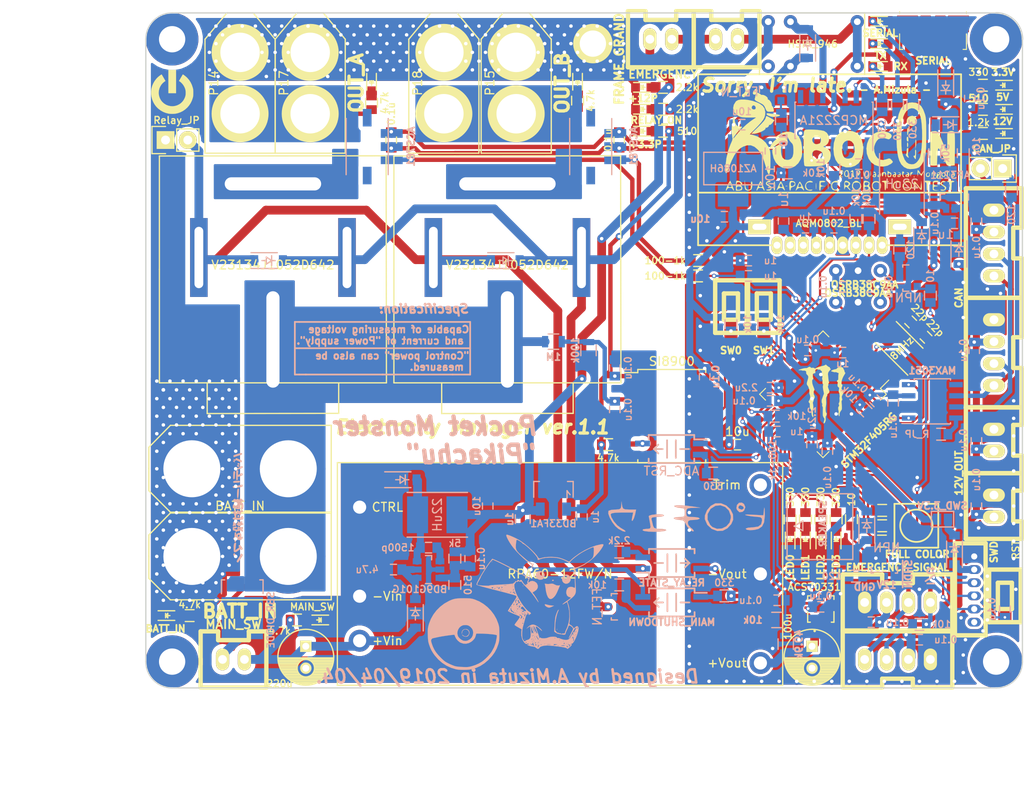
<source format=kicad_pcb>
(kicad_pcb (version 20171130) (host pcbnew "(5.1.4)-1")
  (layers (0 F.Cu signal) (31 B.Cu signal) (34 B.Paste user) (35 F.Paste user) (36 B.SilkS user) (37 F.SilkS user) (38 B.Mask user) (39 F.Mask user) (44 Edge.Cuts user))
  (net 0 "")
  (net 1 GND)
  (net 2 /OSC_IN)
  (net 3 +12V)
  (net 4 +3.3V)
  (net 5 /OSC_OUT)
  (net 6 "Net-(C11-Pad1)")
  (net 7 "Net-(C13-Pad1)")
  (net 8 +5V)
  (net 9 "Net-(C20-Pad2)")
  (net 10 "Net-(C21-Pad2)")
  (net 11 "Net-(C21-Pad1)")
  (net 12 3V3)
  (net 13 GNDPWR)
  (net 14 "Net-(C23-Pad1)")
  (net 15 "Net-(C23-Pad2)")
  (net 16 +12C)
  (net 17 "Net-(C31-Pad1)")
  (net 18 /24V)
  (net 19 /ADC12_IN4)
  (net 20 "Net-(C35-Pad1)")
  (net 21 /Voltage)
  (net 22 /ADC12_IN5)
  (net 23 /ADC12_IN6)
  (net 24 "Net-(D1-Pad2)")
  (net 25 "Net-(D1-Pad1)")
  (net 26 "Net-(D2-Pad1)")
  (net 27 "Net-(D3-Pad1)")
  (net 28 "Net-(D4-Pad1)")
  (net 29 "Net-(D5-Pad1)")
  (net 30 "Net-(D6-Pad1)")
  (net 31 "Net-(D7-Pad1)")
  (net 32 "Net-(D8-Pad1)")
  (net 33 "Net-(D9-Pad1)")
  (net 34 +BATT)
  (net 35 "Net-(D10-Pad3)")
  (net 36 "Net-(D13-Pad1)")
  (net 37 "Net-(D14-Pad1)")
  (net 38 "Net-(D15-Pad1)")
  (net 39 "Net-(D16-Pad1)")
  (net 40 "Net-(D17-Pad1)")
  (net 41 "Net-(D18-Pad1)")
  (net 42 "Net-(D19-Pad1)")
  (net 43 "Net-(D20-Pad1)")
  (net 44 /Relay_Out)
  (net 45 "Net-(JP3-Pad1)")
  (net 46 /CAN_L)
  (net 47 /SWDIO)
  (net 48 /SWCLK)
  (net 49 /CAN_H)
  (net 50 /Relay_state)
  (net 51 /Fource_shutdown)
  (net 52 /USART1_TX)
  (net 53 /USART1_RX)
  (net 54 "Net-(P10-Pad2)")
  (net 55 /Coil)
  (net 56 "Net-(IC2-Pad3)")
  (net 57 "Net-(Q2-Pad1)")
  (net 58 "Net-(Q3-Pad1)")
  (net 59 "Net-(Q3-Pad3)")
  (net 60 /PB5)
  (net 61 "Net-(R8-Pad1)")
  (net 62 /PC0)
  (net 63 "Net-(IC3-Pad2)")
  (net 64 "Net-(R12-Pad1)")
  (net 65 /PC1)
  (net 66 "Net-(IC2-Pad1)")
  (net 67 /PC3)
  (net 68 /PC4)
  (net 69 /PC5)
  (net 70 /TIM1_CH1)
  (net 71 /TIM1_CH2)
  (net 72 /TIM1_CH3)
  (net 73 /TIM1_CH4)
  (net 74 "Net-(IC4-Pad2)")
  (net 75 /I2C2_SCL)
  (net 76 /I2C2_SDA)
  (net 77 "Net-(IC4-Pad4)")
  (net 78 /FB)
  (net 79 "Net-(R47-Pad2)")
  (net 80 /CAN1_TX)
  (net 81 /CAN1_RX)
  (net 82 "Net-(U1-Pad5)")
  (net 83 "Net-(U2-Pad3)")
  (net 84 /PC2)
  (net 85 /USART2_TX)
  (net 86 /USART2_RX)
  (net 87 "Net-(U2-Pad45)")
  (net 88 "Net-(U2-Pad50)")
  (net 89 "Net-(U2-Pad51)")
  (net 90 "Net-(U2-Pad52)")
  (net 91 "Net-(U2-Pad53)")
  (net 92 "Net-(U2-Pad54)")
  (net 93 "Net-(U2-Pad55)")
  (net 94 "Net-(U2-Pad56)")
  (net 95 "Net-(U4-Pad1)")
  (net 96 "Net-(U6-Pad4)")
  (net 97 "Net-(U6-Pad5)")
  (net 98 "Net-(U6-Pad6)")
  (net 99 "Net-(U6-Pad11)")
  (net 100 "Net-(U6-Pad14)")
  (net 101 "Net-(U6-Pad15)")
  (net 102 "Net-(U11-Pad5)")
  (net 103 "Net-(U9-Pad4)")
  (net 104 "Net-(U12-Pad87)")
  (net 105 "Net-(P1-Pad6)")
  (net 106 "Net-(C25-Pad1)")
  (net 107 /ADC12_IN7)
  (net 108 /PC15)
  (net 109 /ADC12_IN1)
  (net 110 "Net-(P11-Pad2)")
  (net 111 "Net-(R40-Pad2)")
  (net 112 "Net-(R44-Pad2)")
  (net 113 /PB2)
  (net 114 /PB15)
  (net 115 /PB14)
  (net 116 /PB13)
  (net 117 /PB12)
  (net 118 "Net-(D25-Pad1)")
  (net 119 "Net-(Q7-Pad1)")
  (net 120 "Net-(U19-Pad8)")
  (net 121 "Net-(D26-Pad2)")
  (net 122 "Net-(D27-Pad2)")
  (net 123 "Net-(D28-Pad2)")
  (net 124 "Net-(D29-Pad1)")
  (net 125 "Net-(R59-Pad2)")
  (net 126 "Net-(U19-Pad9)")
  (net 127 "Net-(U19-Pad10)")
  (net 128 /D-)
  (net 129 /D+)
  (net 130 "Net-(U22-Pad3)")
  (net 131 "Net-(J1-Pad6)")
  (net 132 "Net-(J1-Pad4)")
  (net 133 "Net-(R19-Pad2)")
  (net 134 "Net-(R51-Pad2)")
  (net 135 "Net-(R58-Pad2)")
  (net 136 "Net-(C36-Pad1)")
  (net 137 "Net-(C36-Pad2)")
  (net 138 /PC13)
  (net 139 "Net-(R29-Pad2)")
  (net 140 "Net-(Q2-Pad3)")
  (net 141 "Net-(R1-Pad2)")
  (net 142 "Net-(R5-Pad2)")
  (net 143 /ADC12_IN2)
  (net 144 /PC6)
  (net 145 /PC7)
  (net 146 /PC8)
  (net 147 /PC9)
  (net 148 /ADC12_IN9)
  (net 149 /ADC12_IN8)
  (net 150 "Net-(R21-Pad2)")
  (net 151 "Net-(C30-Pad1)")
  (net 152 /~RST)
  (net 153 OUT_A)
  (net 154 OUT_B)
  (module Mizz_lib:SOIJ-4_5.3x5.3mm_Pitch1.27mm (layer B.Cu) (at 107.96 147.75 180)
    (fp_text reference IC4 hide)
    (fp_text value ADC_RST (at 0 -2.5) (layer B.SilkS) (effects (justify mirror)))
    (pad 4 smd rect (at 3.3 0.635 180) (size 1.7 0.65) (layers B.Cu B.Paste B.Mask) (net 77 "Net-(IC4-Pad4)"))
    (pad 3 smd rect (at 3.3 -0.635 180) (size 1.7 0.65) (layers B.Cu B.Paste B.Mask) (net 13 GNDPWR))
    (pad 2 smd rect (at -3.3 -0.635 180) (size 1.7 0.65) (layers B.Cu B.Paste B.Mask) (net 74 "Net-(IC4-Pad2)"))
    (pad 1 smd rect (at -3.3 0.635 180) (size 1.7 0.65) (layers B.Cu B.Paste B.Mask) (net 114 /PB15))
  )
  (module Mizz_lib:OSRB38C9AA (layer F.Cu) (at 129.25 127.4 180)
    (fp_text reference U21 hide)
    (fp_text value OSRB38C9AA (at 0 -2.54) (layer F.SilkS) (effects (font (size 0.8 0.8) (thickness 0.2))))
    (pad 1 thru_hole circle (at -2.54 0 180) (size 1.524 1.524) (drill 0.762) (layers *.Cu *.Mask) (net 62 /PC0))
    (pad 2 thru_hole circle (at 0 0 180) (size 1.524 1.524) (drill 0.762) (layers *.Cu *.Mask) (net 1 GND))
    (pad 3 thru_hole circle (at 2.54 0 180) (size 1.524 1.524) (drill 0.762) (layers *.Cu *.Mask) (net 8 +5V))
  )
  (module Mizz_lib:Pikatyuu_15x15 (layer B.Cu) (at 93 164 180)
    (fp_text reference U24 hide)
    (fp_text value LOGO hide)
  )
  (module Mizz_lib:C_0603 (layer F.Cu) (at 135.25 133.25 315)
    (fp_text reference C5 hide)
    (fp_text value 22p (at 0 -1.5 315) (layer F.SilkS) (effects (font (size 0.8 0.8))))
    (pad 1 smd rect (at -0.949999 0 315) (size 1 1.2) (layers F.Cu F.Paste F.Mask) (net 5 /OSC_OUT))
    (pad 2 smd rect (at 0.93 0 315) (size 1 1.2) (layers F.Cu F.Paste F.Mask) (net 1 GND))
  )
  (module Mizz_lib:Crystal_SMD_5032_2Pads (layer F.Cu) (at 134.25 136.25 135)
    (fp_text reference X1 hide)
    (fp_text value 8MHz (at 0 0 -135) (layer F.SilkS) (effects (font (size 0.8 0.8))))
    (pad 2 smd rect (at 2.05 0 135) (size 2 2.4) (layers F.Cu F.Paste F.Mask) (net 5 /OSC_OUT))
    (pad 1 smd rect (at -2.05 0 135) (size 2 2.4) (layers F.Cu F.Paste F.Mask) (net 2 /OSC_IN))
  )
  (module Mizz_lib:C_0603 (layer B.Cu) (at 124 147.25 270)
    (fp_text reference C13 hide)
    (fp_text value 2.2u (at -3 0 270) (layer B.SilkS) (effects (font (size 0.8 0.8)) (justify mirror)))
    (pad 2 smd rect (at 0.93 0 270) (size 1 1.2) (layers B.Cu B.Paste B.Mask) (net 1 GND))
    (pad 1 smd rect (at -0.949999 0 270) (size 1 1.2) (layers B.Cu B.Paste B.Mask) (net 7 "Net-(C13-Pad1)"))
  )
  (module Mizz_lib:R_0603 (layer F.Cu) (at 132 156.5)
    (fp_text reference R5 hide)
    (fp_text value 330)
    (pad 1 smd rect (at -0.78 0) (size 1 1.2) (layers F.Cu F.Paste F.Mask) (net 72 /TIM1_CH3))
    (pad 2 smd rect (at 0.78 0) (size 1 1.2) (layers F.Cu F.Paste F.Mask) (net 142 "Net-(R5-Pad2)"))
  )
  (module Mizz_lib:R_0603 (layer F.Cu) (at 131.97 158.25)
    (fp_text reference R21 hide)
    (fp_text value 330)
    (pad 2 smd rect (at 0.78 0) (size 1 1.2) (layers F.Cu F.Paste F.Mask) (net 150 "Net-(R21-Pad2)"))
    (pad 1 smd rect (at -0.78 0) (size 1 1.2) (layers F.Cu F.Paste F.Mask) (net 71 /TIM1_CH2))
  )
  (module Mizz_lib:R_0603 (layer F.Cu) (at 132 154.75)
    (fp_text reference R1 hide)
    (fp_text value 330)
    (pad 2 smd rect (at 0.78 0) (size 1 1.2) (layers F.Cu F.Paste F.Mask) (net 141 "Net-(R1-Pad2)"))
    (pad 1 smd rect (at -0.78 0) (size 1 1.2) (layers F.Cu F.Paste F.Mask) (net 73 /TIM1_CH4))
  )
  (module Mizz_lib:C_0603 (layer B.Cu) (at 133.25 142.5 270)
    (fp_text reference C4 hide)
    (fp_text value 0.1u (at 2.75 0 270) (layer B.SilkS) (effects (font (size 0.8 0.8)) (justify mirror)))
    (pad 1 smd rect (at -0.95 0 270) (size 1 1.2) (layers B.Cu B.Paste B.Mask) (net 4 +3.3V))
    (pad 2 smd rect (at 0.93 0 270) (size 1 1.2) (layers B.Cu B.Paste B.Mask) (net 1 GND))
  )
  (module Mizz_lib:C_0603 (layer B.Cu) (at 119.25 140.75 180)
    (fp_text reference C11 hide)
    (fp_text value 2.2u (at 2.75 0 180) (layer B.SilkS) (effects (font (size 0.8 0.8)) (justify mirror)))
    (pad 1 smd rect (at -0.949999 0 180) (size 1 1.2) (layers B.Cu B.Paste B.Mask) (net 6 "Net-(C11-Pad1)"))
    (pad 2 smd rect (at 0.93 0 180) (size 1 1.2) (layers B.Cu B.Paste B.Mask) (net 1 GND))
  )
  (module Mizz_lib:Inductor_Taiyo-Yuden_NR-50xx_HandSoldering (layer B.Cu) (at 134.25 117.5 90)
    (fp_text reference L1 hide)
    (fp_text value 22uH (at 0 0) (layer B.SilkS) (effects (justify mirror)))
    (pad 2 smd rect (at 2.25 0 90) (size 2.4 4.2) (layers B.Cu B.Paste B.Mask) (net 36 "Net-(D13-Pad1)"))
    (pad 1 smd rect (at -2.25 0 90) (size 2.4 4.2) (layers B.Cu B.Paste B.Mask) (net 14 "Net-(C23-Pad1)"))
  )
  (module Mizz_lib:C_0603 (layer B.Cu) (at 126.5 122.5)
    (fp_text reference C19 hide)
    (fp_text value 0.1u (at 0 -1.9) (layer B.SilkS) (effects (font (size 0.8 0.8)) (justify mirror)))
    (pad 1 smd rect (at -0.95 0) (size 1 1.2) (layers B.Cu B.Paste B.Mask) (net 4 +3.3V))
    (pad 2 smd rect (at 0.93 0) (size 1 1.2) (layers B.Cu B.Paste B.Mask) (net 1 GND))
  )
  (module Mizz_lib:SOD-123 (layer B.Cu) (at 140.75 125 90)
    (fp_text reference D12 hide)
    (fp_text value DIODE hide)
    (pad 1 smd rect (at -1.635 0 90) (size 0.91 1.22) (layers B.Cu B.Paste B.Mask) (net 3 +12V))
    (pad 2 smd rect (at 1.635 0 90) (size 0.91 1.22) (layers B.Cu B.Paste B.Mask) (net 106 "Net-(C25-Pad1)"))
  )
  (module Mizz_lib:R_0603 (layer B.Cu) (at 120.5 110.25 90)
    (fp_text reference R48 hide)
    (fp_text value 10 (at -2.25 0.25 90) (layer B.SilkS) (effects (font (size 0.8 0.8) (thickness 0.2)) (justify mirror)))
    (pad 1 smd rect (at -0.78 0 90) (size 1 1.2) (layers B.Cu B.Paste B.Mask) (net 84 /PC2))
    (pad 2 smd rect (at 0.78 0 90) (size 1 1.2) (layers B.Cu B.Paste B.Mask) (net 119 "Net-(Q7-Pad1)"))
  )
  (module Mizz_lib:LED_0603 (layer F.Cu) (at 123.25 158.03 90)
    (fp_text reference D6 hide)
    (fp_text value LED1 (at -3.22 0 90) (layer F.SilkS) (effects (font (size 0.8 0.8) (thickness 0.2))))
    (pad 2 smd rect (at -0.88 0 270) (size 1 1.2) (layers F.Cu F.Paste F.Mask) (net 1 GND))
    (pad 1 smd rect (at 0.88 0 270) (size 1 1.2) (layers F.Cu F.Paste F.Mask) (net 30 "Net-(D6-Pad1)"))
  )
  (module Mizz_lib:C_0603 (layer B.Cu) (at 119.25 142.25)
    (fp_text reference C9 hide)
    (fp_text value 0.1u (at -3 0) (layer B.SilkS) (effects (font (size 0.8 0.8)) (justify mirror)))
    (pad 2 smd rect (at 0.93 0) (size 1 1.2) (layers B.Cu B.Paste B.Mask) (net 4 +3.3V))
    (pad 1 smd rect (at -0.95 0) (size 1 1.2) (layers B.Cu B.Paste B.Mask) (net 1 GND))
  )
  (module Mizz_lib:UGCT7525AN4 (layer B.Cu) (at 125.25 156.25 180)
    (fp_text reference SP1 hide)
    (fp_text value SPEAKER (at 0 0 270) (layer B.SilkS) (effects (font (size 0.8 0.8) (thickness 0.2)) (justify mirror)))
    (pad 3 smd rect (at 3.6 -3.6 180) (size 2.3 2.3) (layers B.Cu B.Paste B.Mask))
    (pad 2 smd rect (at -3 -3.6 180) (size 2.3 2.3) (layers B.Cu B.Paste B.Mask) (net 33 "Net-(D9-Pad1)"))
    (pad 1 smd rect (at -3 3 180) (size 2.3 2.3) (layers B.Cu B.Paste B.Mask) (net 4 +3.3V))
  )
  (module Mizz_lib:C_0603 (layer B.Cu) (at 111.75 139.5 270)
    (fp_text reference C27 hide)
    (fp_text value 0.1u (at 0 -1.25 270) (layer B.SilkS) (effects (font (size 0.8 0.8) (thickness 0.2)) (justify mirror)))
    (pad 2 smd rect (at 0.93 0 270) (size 1 1.2) (layers B.Cu B.Paste B.Mask) (net 1 GND))
    (pad 1 smd rect (at -0.95 0 270) (size 1 1.2) (layers B.Cu B.Paste B.Mask) (net 4 +3.3V))
  )
  (module Mizz_lib:C_0603 (layer B.Cu) (at 120 165 180)
    (fp_text reference C44 hide)
    (fp_text value 0.1u (at 3 0 180) (layer B.SilkS) (effects (font (size 0.8 0.8)) (justify mirror)))
    (pad 1 smd rect (at -0.95 0 180) (size 1 1.2) (layers B.Cu B.Paste B.Mask) (net 149 /ADC12_IN8))
    (pad 2 smd rect (at 0.93 0 180) (size 1 1.2) (layers B.Cu B.Paste B.Mask) (net 1 GND))
  )
  (module Mizz_lib:SOT-23 (layer B.Cu) (at 119.5 107 180)
    (fp_text reference Q7 hide)
    (fp_text value FET_N (at 3.75 0 180) (layer B.SilkS) (effects (justify mirror)))
    (pad 1 smd rect (at -0.95 -1.00076 180) (size 0.8001 0.8001) (layers B.Cu B.Paste B.Mask) (net 119 "Net-(Q7-Pad1)"))
    (pad 2 smd rect (at 0.95 -1.00076 180) (size 0.8001 0.8001) (layers B.Cu B.Paste B.Mask) (net 1 GND))
    (pad 3 smd rect (at 0 0.99822 180) (size 0.8001 0.8001) (layers B.Cu B.Paste B.Mask) (net 118 "Net-(D25-Pad1)"))
  )
  (module Mizz_lib:R_0603 (layer B.Cu) (at 146.75 118.25 90)
    (fp_text reference R6 hide)
    (fp_text value 120 (at -2.75 0 90) (layer B.SilkS) (effects (font (size 0.8 0.8)) (justify mirror)))
    (pad 2 smd rect (at 0.78 0 90) (size 1 1.2) (layers B.Cu B.Paste B.Mask) (net 45 "Net-(JP3-Pad1)"))
    (pad 1 smd rect (at -0.78 0 90) (size 1 1.2) (layers B.Cu B.Paste B.Mask) (net 49 /CAN_H))
  )
  (module RP_KiCAD_Connector:XT60_F (layer F.Cu) (at 90.25 106 270)
    (fp_text reference P15 (at 0 3 270) (layer F.SilkS))
    (fp_text value OUT_B (at 0 -5.25 270) (layer F.SilkS) (effects (font (size 1.5 1.5) (thickness 0.375))))
    (pad 1 thru_hole circle (at -3.5 0 270) (size 6.5 6.5) (drill 4.5) (layers *.Cu *.Mask F.SilkS) (net 13 GNDPWR))
    (pad 2 thru_hole circle (at 3.5 0 270) (size 6.5 6.5) (drill 4.5) (layers *.Cu *.Mask F.SilkS) (net 154 OUT_B))
  )
  (module RP_KiCAD_Connector:XT60_M (layer F.Cu) (at 66.75 106 270)
    (fp_text reference P17 (at 0 3 270) (layer F.SilkS))
    (fp_text value OUT_A (at 0 -5.25 270) (layer F.SilkS) (effects (font (size 1.5 1.5) (thickness 0.375))))
    (pad 2 thru_hole circle (at 3.5 0 270) (size 6.5 6.5) (drill 4.5) (layers *.Cu *.Mask F.SilkS) (net 153 OUT_A))
    (pad 1 thru_hole circle (at -3.5 0 270) (size 6.5 6.5) (drill 4.5) (layers *.Cu *.Mask F.SilkS) (net 13 GNDPWR))
  )
  (module Mizz_lib:GS2 (layer B.Cu) (at 138.885 155.75 90)
    (fp_text reference JP2 hide)
    (fp_text value SWD_3.3V (at 1.524 0) (layer B.SilkS) (effects (font (size 0.8 0.8) (thickness 0.2)) (justify mirror)))
    (pad 2 smd rect (at 0 -0.635 90) (size 1.27 0.9652) (layers B.Cu B.Paste B.Mask) (net 4 +3.3V))
    (pad 1 smd rect (at 0 0.635 90) (size 1.27 0.9652) (layers B.Cu B.Paste B.Mask) (net 24 "Net-(D1-Pad2)"))
  )
  (module Mizz_lib:C_0603 (layer B.Cu) (at 131.25 142.25 135)
    (fp_text reference C12 hide)
    (fp_text value 0.1u (at 2.828427 0 135) (layer B.SilkS) (effects (font (size 0.8 0.8)) (justify mirror)))
    (pad 1 smd rect (at -0.949999 0 135) (size 1 1.2) (layers B.Cu B.Paste B.Mask) (net 1 GND))
    (pad 2 smd rect (at 0.93 0 135) (size 1 1.2) (layers B.Cu B.Paste B.Mask) (net 4 +3.3V))
  )
  (module Mizz_lib:C_0603 (layer B.Cu) (at 120.75 121.75 270)
    (fp_text reference C20 hide)
    (fp_text value 1u (at -2.5 0 270) (layer B.SilkS) (effects (justify mirror)))
    (pad 2 smd rect (at 0.93 0 270) (size 1 1.2) (layers B.Cu B.Paste B.Mask) (net 9 "Net-(C20-Pad2)"))
    (pad 1 smd rect (at -0.95 0 270) (size 1 1.2) (layers B.Cu B.Paste B.Mask) (net 4 +3.3V))
  )
  (module Mizz_lib:C_0603 (layer B.Cu) (at 138 119 90)
    (fp_text reference C23 hide)
    (fp_text value 0.1u (at -3 0 90) (layer B.SilkS) (effects (font (size 0.8 0.8)) (justify mirror)))
    (pad 1 smd rect (at -0.95 0 90) (size 1 1.2) (layers B.Cu B.Paste B.Mask) (net 14 "Net-(C23-Pad1)"))
    (pad 2 smd rect (at 0.93 0 90) (size 1 1.2) (layers B.Cu B.Paste B.Mask) (net 15 "Net-(C23-Pad2)"))
  )
  (module Mizz_lib:C_0603 (layer B.Cu) (at 119.25 113.75 270)
    (fp_text reference C24 hide)
    (fp_text value 10u (at 3 0 270) (layer B.SilkS) (effects (justify mirror)))
    (pad 1 smd rect (at -0.95 0 270) (size 1 1.2) (layers B.Cu B.Paste B.Mask) (net 8 +5V))
    (pad 2 smd rect (at 0.93 0 270) (size 1 1.2) (layers B.Cu B.Paste B.Mask) (net 1 GND))
  )
  (module Mizz_lib:C_0603 (layer B.Cu) (at 140.25 122 180)
    (fp_text reference C25 hide)
    (fp_text value 1u (at 1 -1.25 180) (layer B.SilkS) (effects (justify mirror)))
    (pad 2 smd rect (at 0.93 0 180) (size 1 1.2) (layers B.Cu B.Paste B.Mask) (net 1 GND))
    (pad 1 smd rect (at -0.95 0 180) (size 1 1.2) (layers B.Cu B.Paste B.Mask) (net 106 "Net-(C25-Pad1)"))
  )
  (module Mizz_lib:C_0603 (layer B.Cu) (at 114 121.25 180)
    (fp_text reference C26 hide)
    (fp_text value 10u (at 2.75 -0.25 180) (layer B.SilkS) (effects (font (size 0.8 0.8) (thickness 0.2)) (justify mirror)))
    (pad 1 smd rect (at -0.95 0 180) (size 1 1.2) (layers B.Cu B.Paste B.Mask) (net 4 +3.3V))
    (pad 2 smd rect (at 0.93 0 180) (size 1 1.2) (layers B.Cu B.Paste B.Mask) (net 1 GND))
  )
  (module Mizz_lib:C_0603 (layer F.Cu) (at 115.5 147.25)
    (fp_text reference C28 hide)
    (fp_text value 10u (at 0 -1.5) (layer F.SilkS))
    (pad 2 smd rect (at 0.93 0) (size 1 1.2) (layers F.Cu F.Paste F.Mask) (net 1 GND))
    (pad 1 smd rect (at -0.95 0) (size 1 1.2) (layers F.Cu F.Paste F.Mask) (net 4 +3.3V))
  )
  (module Capacitors_ThroughHole:C_Radial_D6.3_L11.2_P2.5 (layer F.Cu) (at 66.25 170.25 270)
    (fp_text reference C32 hide)
    (fp_text value 220u (at 4.25 3) (layer F.SilkS) (effects (font (size 0.8 0.8))))
    (pad 2 thru_hole circle (at 2.5 0 270) (size 1.3 1.3) (drill 0.8) (layers *.Cu *.Mask F.SilkS) (net 13 GNDPWR))
    (pad 1 thru_hole rect (at 0 0 270) (size 1.3 1.3) (drill 0.8) (layers *.Cu *.Mask F.SilkS) (net 18 /24V))
  )
  (module Mizz_lib:C_0603 (layer F.Cu) (at 102 112.5 270)
    (fp_text reference C34 hide)
    (fp_text value 0.1u (at 0 1.25 270) (layer F.SilkS) (effects (font (size 0.8 0.8))))
    (pad 1 smd rect (at -0.95 0 270) (size 1 1.2) (layers F.Cu F.Paste F.Mask) (net 4 +3.3V))
    (pad 2 smd rect (at 0.93 0 270) (size 1 1.2) (layers F.Cu F.Paste F.Mask) (net 1 GND))
  )
  (module Capacitors_ThroughHole:C_Radial_D6.3_L11.2_P2.5 (layer F.Cu) (at 124 170.25 270)
    (fp_text reference C35 hide)
    (fp_text value 100u (at -2.25 2.75 90) (layer F.SilkS) (effects (font (size 0.8 0.8))))
    (pad 1 thru_hole rect (at 0 0 270) (size 1.3 1.3) (drill 0.8) (layers *.Cu *.Mask F.SilkS) (net 20 "Net-(C35-Pad1)"))
    (pad 2 thru_hole circle (at 2.5 0 270) (size 1.3 1.3) (drill 0.8) (layers *.Cu *.Mask F.SilkS) (net 1 GND))
  )
  (module Mizz_lib:SOD-123 (layer B.Cu) (at 140.25 159.25 90)
    (fp_text reference D1 hide)
    (fp_text value DIODE hide)
    (pad 2 smd rect (at 1.635 0 90) (size 0.91 1.22) (layers B.Cu B.Paste B.Mask) (net 24 "Net-(D1-Pad2)"))
    (pad 1 smd rect (at -1.635 0 90) (size 0.91 1.22) (layers B.Cu B.Paste B.Mask) (net 25 "Net-(D1-Pad1)"))
  )
  (module Mizz_lib:SOD-123 (layer B.Cu) (at 130.25 156.5 90)
    (fp_text reference D9 hide)
    (fp_text value DIODE hide)
    (pad 1 smd rect (at -1.635 0 90) (size 0.91 1.22) (layers B.Cu B.Paste B.Mask) (net 33 "Net-(D9-Pad1)"))
    (pad 2 smd rect (at 1.635 0 90) (size 0.91 1.22) (layers B.Cu B.Paste B.Mask) (net 4 +3.3V))
  )
  (module Mizz_lib:SOD-123 (layer B.Cu) (at 136.5 123.5 90)
    (fp_text reference D11 hide)
    (fp_text value DIODE hide)
    (pad 2 smd rect (at 1.635 0 90) (size 0.91 1.22) (layers B.Cu B.Paste B.Mask) (net 14 "Net-(C23-Pad1)"))
    (pad 1 smd rect (at -1.635 0 90) (size 0.91 1.22) (layers B.Cu B.Paste B.Mask) (net 1 GND))
  )
  (module Mizz_lib:SOD-123 (layer B.Cu) (at 139.75 110.75)
    (fp_text reference D13 hide)
    (fp_text value DIODE hide)
    (pad 2 smd rect (at 1.635 0) (size 0.91 1.22) (layers B.Cu B.Paste B.Mask) (net 8 +5V))
    (pad 1 smd rect (at -1.635 0) (size 0.91 1.22) (layers B.Cu B.Paste B.Mask) (net 36 "Net-(D13-Pad1)"))
  )
  (module Mizz_lib:SOD-123 (layer B.Cu) (at 78.75 166.5 90)
    (fp_text reference D21 hide)
    (fp_text value DIODE hide)
    (pad 1 smd rect (at -1.635 0 90) (size 0.91 1.22) (layers B.Cu B.Paste B.Mask) (net 18 /24V))
    (pad 2 smd rect (at 1.635 0 90) (size 0.91 1.22) (layers B.Cu B.Paste B.Mask) (net 17 "Net-(C31-Pad1)"))
  )
  (module Mizz_lib:Pin_Header_Straight_1x02 (layer F.Cu) (at 145.75 115.75 270)
    (fp_text reference JP3 hide)
    (fp_text value CAN_JP (at -2.25 1.25) (layer F.SilkS) (effects (font (size 0.8 0.8) (thickness 0.2))))
    (pad 1 thru_hole rect (at 0 0 270) (size 2.032 2.032) (drill 1.016) (layers *.Cu *.Mask F.SilkS) (net 45 "Net-(JP3-Pad1)"))
    (pad 2 thru_hole oval (at 0 2.54 270) (size 2.032 2.032) (drill 1.016) (layers *.Cu *.Mask F.SilkS) (net 46 /CAN_L))
  )
  (module Mizz_lib:XA_4T (layer F.Cu) (at 144.75 128 90)
    (fp_text reference P3 hide)
    (fp_text value CAN)
    (pad 4 thru_hole oval (at 0 0 90) (size 1.5 2.5) (drill 1) (layers *.Cu *.Mask F.SilkS) (net 46 /CAN_L))
    (pad 3 thru_hole oval (at 2.5 0 90) (size 1.5 2.5) (drill 1) (layers *.Cu *.Mask F.SilkS) (net 49 /CAN_H))
    (pad 2 thru_hole oval (at 5 0 90) (size 1.5 2.5) (drill 1) (layers *.Cu *.Mask F.SilkS) (net 3 +12V))
    (pad 1 thru_hole oval (at 7.5 0 90) (size 1.5 2.5) (drill 1) (layers *.Cu *.Mask F.SilkS) (net 1 GND))
  )
  (module Mizz_lib:XA_2T (layer F.Cu) (at 59.25 171.75 180)
    (fp_text reference P9 hide)
    (fp_text value MAIN_SW (at 1.25 4 180) (layer F.SilkS) (effects (font (thickness 0.2))))
    (pad 2 thru_hole oval (at 0 0 180) (size 1.5 2.5) (drill 1) (layers *.Cu *.Mask F.SilkS) (net 18 /24V))
    (pad 1 thru_hole oval (at 2.5 0 180) (size 1.5 2.5) (drill 1) (layers *.Cu *.Mask F.SilkS) (net 35 "Net-(D10-Pad3)"))
  )
  (module Mizz_lib:XT90PB (layer F.Cu) (at 58.75 160 180)
    (fp_text reference P13 hide)
    (fp_text value BATT_IN (at 0 -6.25 180) (layer F.SilkS) (effects (font (size 1.5 1.5) (thickness 0.375))))
    (pad 1 thru_hole circle (at 5.5 0 180) (size 8.5 8.5) (drill 6.5) (layers *.Cu *.Mask) (net 13 GNDPWR))
    (pad 2 thru_hole circle (at -5.5 0 180) (size 8.5 8.5) (drill 6.5) (layers *.Cu *.Mask) (net 34 +BATT))
  )
  (module RP_KiCAD_Connector:XT60_F (layer F.Cu) (at 58.75 106 270)
    (fp_text reference P14 (at 0 3 270) (layer F.SilkS))
    (fp_text value OUT_A)
    (pad 2 thru_hole circle (at 3.5 0 270) (size 6.5 6.5) (drill 4.5) (layers *.Cu *.Mask F.SilkS) (net 153 OUT_A))
    (pad 1 thru_hole circle (at -3.5 0 270) (size 6.5 6.5) (drill 4.5) (layers *.Cu *.Mask F.SilkS) (net 13 GNDPWR))
  )
  (module Mizz_lib:XT90PB (layer F.Cu) (at 58.75 150 180)
    (fp_text reference P16 hide)
    (fp_text value BATT_IN (at 0 -4.25 180) (layer F.SilkS))
    (pad 2 thru_hole circle (at -5.5 0 180) (size 8.5 8.5) (drill 6.5) (layers *.Cu *.Mask) (net 34 +BATT))
    (pad 1 thru_hole circle (at 5.5 0 180) (size 8.5 8.5) (drill 6.5) (layers *.Cu *.Mask) (net 13 GNDPWR))
  )
  (module RP_KiCAD_Connector:XT60_M (layer F.Cu) (at 82 106 270)
    (fp_text reference P18 (at 0 3 270) (layer F.SilkS))
    (fp_text value OUT_B)
    (pad 1 thru_hole circle (at -3.5 0 270) (size 6.5 6.5) (drill 4.5) (layers *.Cu *.Mask F.SilkS) (net 13 GNDPWR))
    (pad 2 thru_hole circle (at 3.5 0 270) (size 6.5 6.5) (drill 4.5) (layers *.Cu *.Mask F.SilkS) (net 154 OUT_B))
  )
  (module Mizz_lib:SW_SPST_CK_RS282G05A3 (layer F.Cu) (at 146 164.5 270)
    (fp_text reference SW1 hide)
    (fp_text value RST (at -5.25 -1.25 270) (layer F.SilkS) (effects (font (size 0.8 0.8))))
    (pad 2 smd rect (at -2.8 0 270) (size 2.6 1.5) (layers F.Cu F.Paste F.Mask) (net 1 GND))
    (pad 1 smd rect (at 2.8 0 270) (size 2.6 1.5) (layers F.Cu F.Paste F.Mask) (net 152 /~RST))
  )
  (module Mizz_lib:TSOT-6-MK06A (layer B.Cu) (at 140.25 119)
    (fp_text reference U5 hide)
    (fp_text value AP3211 (at -0.5 -2.5) (layer B.SilkS) (effects (font (size 0.8 0.8)) (justify mirror)))
    (pad 6 smd rect (at -0.94996 1.30048) (size 0.69088 1.00076) (layers B.Cu B.Paste B.Mask) (net 14 "Net-(C23-Pad1)"))
    (pad 5 smd rect (at 0 1.30048) (size 0.69088 1.00076) (layers B.Cu B.Paste B.Mask) (net 106 "Net-(C25-Pad1)"))
    (pad 4 smd rect (at 0.94996 1.30048) (size 0.69088 1.00076) (layers B.Cu B.Paste B.Mask) (net 106 "Net-(C25-Pad1)"))
    (pad 3 smd rect (at 0.94996 -1.30048) (size 0.69088 1.00076) (layers B.Cu B.Paste B.Mask) (net 78 /FB))
    (pad 2 smd rect (at 0 -1.30048) (size 0.69088 1.00076) (layers B.Cu B.Paste B.Mask) (net 1 GND))
    (pad 1 smd rect (at -0.94996 -1.30048) (size 0.69088 1.00076) (layers B.Cu B.Paste B.Mask) (net 15 "Net-(C23-Pad2)"))
  )
  (module Mizz_lib:AZ1086H (layer B.Cu) (at 115 115.75)
    (fp_text reference U7 hide)
    (fp_text value AZ1086H (at 0 0) (layer B.SilkS) (effects (font (size 0.8 0.8)) (justify mirror)))
    (pad 2 smd rect (at 0 -2.9) (size 1.2 2) (layers B.Cu B.Paste B.Mask) (net 4 +3.3V))
    (pad 1 smd rect (at -2.3 -2.9) (size 1.2 2) (layers B.Cu B.Paste B.Mask) (net 1 GND))
    (pad 3 smd rect (at 2.3 -2.9) (size 1.2 2) (layers B.Cu B.Paste B.Mask) (net 8 +5V))
    (pad 2 smd rect (at 0 3.1) (size 3.5 2.5) (layers B.Cu B.Paste B.Mask) (net 4 +3.3V))
  )
  (module Mizz_lib:V23134J1052D642 (layer F.Cu) (at 62.5 127.25)
    (fp_text reference U8 hide)
    (fp_text value V23134J1052D642 (at 0 -0.5) (layer F.SilkS))
    (pad 30 thru_hole rect (at 0 8) (size 3 13) (drill oval 1.5 11) (layers *.Cu *.Mask) (net 34 +BATT))
    (pad 86 thru_hole rect (at -8.45 -1.35) (size 2 9) (drill oval 1 7) (layers *.Cu *.Mask) (net 44 /Relay_Out))
    (pad 85 thru_hole rect (at 8.45 -1.35) (size 2 9) (drill oval 1 7) (layers *.Cu *.Mask) (net 55 /Coil))
    (pad 87 thru_hole rect (at 0 -9.75 90) (size 3 13) (drill oval 1.5 11) (layers *.Cu *.Mask) (net 102 "Net-(U11-Pad5)"))
  )
  (module Mizz_lib:V23134J1052D642 (layer F.Cu) (at 89.25 127.25)
    (fp_text reference U12 hide)
    (fp_text value V23134J1052D642 (at 0 -0.5) (layer F.SilkS))
    (pad 87 thru_hole rect (at 0 -9.75 90) (size 3 13) (drill oval 1.5 11) (layers *.Cu *.Mask) (net 104 "Net-(U12-Pad87)"))
    (pad 85 thru_hole rect (at 8.45 -1.35) (size 2 9) (drill oval 1 7) (layers *.Cu *.Mask) (net 55 /Coil))
    (pad 86 thru_hole rect (at -8.45 -1.35) (size 2 9) (drill oval 1 7) (layers *.Cu *.Mask) (net 44 /Relay_Out))
    (pad 30 thru_hole rect (at 0 8) (size 3 13) (drill oval 1.5 11) (layers *.Cu *.Mask) (net 34 +BATT))
  )
  (module Mizz_lib:ACS781 (layer B.Cu) (at 98.75 113.25 270)
    (fp_text reference U14 hide)
    (fp_text value ACS781 (at 0 -4.9 270) (layer B.SilkS) (effects (font (size 0.8 0.8) (thickness 0.2)) (justify mirror)))
    (pad "" smd rect (at 3.3 0 270) (size 2 1) (layers B.Cu B.Paste B.Mask))
    (pad "" smd rect (at -3.3 0 270) (size 2 1) (layers B.Cu B.Paste B.Mask))
    (pad 3 smd rect (at 1.5 -2.8 270) (size 1 2.5) (layers B.Cu B.Paste B.Mask) (net 112 "Net-(R44-Pad2)"))
    (pad 2 smd rect (at 0 -2.8 270) (size 1 2.5) (layers B.Cu B.Paste B.Mask) (net 1 GND))
    (pad 1 smd rect (at -1.5 -2.8 270) (size 1 2.5) (layers B.Cu B.Paste B.Mask) (net 4 +3.3V))
    (pad 5 smd rect (at 1.5 2.7 270) (size 1.8 2.5) (layers B.Cu B.Paste B.Mask) (net 104 "Net-(U12-Pad87)"))
    (pad 6 smd rect (at -1.5 2.7 270) (size 1.8 2.5) (layers B.Cu B.Paste B.Mask) (net 154 OUT_B))
  )
  (module Mizz_lib:SOIJ-4_5.3x5.3mm_Pitch1.27mm (layer B.Cu) (at 108 165.25 180)
    (fp_text reference IC2 hide)
    (fp_text value MAIN_SHUTDOWN (at 0 -2.25 180) (layer B.SilkS) (effects (font (size 0.8 0.8) (thickness 0.2)) (justify mirror)))
    (pad 1 smd rect (at -3.3 0.635 180) (size 1.7 0.65) (layers B.Cu B.Paste B.Mask) (net 66 "Net-(IC2-Pad1)"))
    (pad 2 smd rect (at -3.3 -0.635 180) (size 1.7 0.65) (layers B.Cu B.Paste B.Mask) (net 1 GND))
    (pad 3 smd rect (at 3.3 -0.635 180) (size 1.7 0.65) (layers B.Cu B.Paste B.Mask) (net 56 "Net-(IC2-Pad3)"))
    (pad 4 smd rect (at 3.3 0.635 180) (size 1.7 0.65) (layers B.Cu B.Paste B.Mask) (net 16 +12C))
  )
  (module Mizz_lib:SOIJ-4_5.3x5.3mm_Pitch1.27mm (layer B.Cu) (at 108 160.75)
    (fp_text reference IC3 hide)
    (fp_text value RELAY_STATE (at 0 2.25) (layer B.SilkS) (effects (font (size 0.8 0.8) (thickness 0.2)) (justify mirror)))
    (pad 4 smd rect (at 3.3 0.635) (size 1.7 0.65) (layers B.Cu B.Paste B.Mask) (net 50 /Relay_state))
    (pad 3 smd rect (at 3.3 -0.635) (size 1.7 0.65) (layers B.Cu B.Paste B.Mask) (net 1 GND))
    (pad 2 smd rect (at -3.3 -0.635) (size 1.7 0.65) (layers B.Cu B.Paste B.Mask) (net 63 "Net-(IC3-Pad2)"))
    (pad 1 smd rect (at -3.3 0.635) (size 1.7 0.65) (layers B.Cu B.Paste B.Mask) (net 55 /Coil))
  )
  (module Mizz_lib:ZH_6T (layer F.Cu) (at 142.5 160 270)
    (fp_text reference P1 hide)
    (fp_text value SWD (at -0.5 -2.25 270) (layer F.SilkS) (effects (font (size 0.8 0.8) (thickness 0.2))))
    (pad 1 thru_hole oval (at 0 0 270) (size 1 1.524) (drill 0.7) (layers *.Cu *.Mask) (net 1 GND))
    (pad 2 thru_hole oval (at 1.5 0 270) (size 1 1.524) (drill 0.7) (layers *.Cu *.Mask) (net 25 "Net-(D1-Pad1)"))
    (pad 3 thru_hole oval (at 3 0 270) (size 1 1.524) (drill 0.7) (layers *.Cu *.Mask) (net 48 /SWCLK))
    (pad 4 thru_hole oval (at 4.5 0 270) (size 1 1.524) (drill 0.7) (layers *.Cu *.Mask) (net 47 /SWDIO))
    (pad 5 thru_hole oval (at 6 0 270) (size 1 1.524) (drill 0.7) (layers *.Cu *.Mask) (net 152 /~RST))
    (pad 6 thru_hole oval (at 7.5 0 270) (size 1 1.524) (drill 0.7) (layers *.Cu *.Mask) (net 105 "Net-(P1-Pad6)"))
  )
  (module Mizz_lib:C_0603 (layer F.Cu) (at 137 135 135)
    (fp_text reference C1 hide)
    (fp_text value 22p (at 0 1.5 135) (layer F.SilkS) (effects (font (size 0.8 0.8))))
    (pad 1 smd rect (at -0.949999 0 135) (size 1 1.2) (layers F.Cu F.Paste F.Mask) (net 2 /OSC_IN))
    (pad 2 smd rect (at 0.93 0 135) (size 1 1.2) (layers F.Cu F.Paste F.Mask) (net 1 GND))
  )
  (module Mizz_lib:C_0603 (layer B.Cu) (at 142.5 136.5 270)
    (fp_text reference C2 hide)
    (fp_text value 0.1u (at 0 1.25 270) (layer B.SilkS) (effects (font (size 0.8 0.8)) (justify mirror)))
    (pad 1 smd rect (at -0.95 0 270) (size 1 1.2) (layers B.Cu B.Paste B.Mask) (net 3 +12V))
    (pad 2 smd rect (at 0.93 0 270) (size 1 1.2) (layers B.Cu B.Paste B.Mask) (net 1 GND))
  )
  (module Mizz_lib:C_0603 (layer B.Cu) (at 146 166 90)
    (fp_text reference C3 hide)
    (fp_text value 0.1u (at 0 -1.5 90) (layer B.SilkS) (effects (font (size 0.8 0.8)) (justify mirror)))
    (pad 1 smd rect (at -0.95 0 90) (size 1 1.2) (layers B.Cu B.Paste B.Mask) (net 152 /~RST))
    (pad 2 smd rect (at 0.93 0 90) (size 1 1.2) (layers B.Cu B.Paste B.Mask) (net 1 GND))
  )
  (module Mizz_lib:C_0603 (layer B.Cu) (at 142.75 121.75 90)
    (fp_text reference C6 hide)
    (fp_text value 0.1u (at -3 0 90) (layer B.SilkS) (effects (font (size 0.8 0.8)) (justify mirror)))
    (pad 2 smd rect (at 0.93 0 90) (size 1 1.2) (layers B.Cu B.Paste B.Mask) (net 1 GND))
    (pad 1 smd rect (at -0.95 0 90) (size 1 1.2) (layers B.Cu B.Paste B.Mask) (net 3 +12V))
  )
  (module Mizz_lib:C_0603 (layer B.Cu) (at 136.25 169.5)
    (fp_text reference C7 hide)
    (fp_text value 0.1u (at 3 0) (layer B.SilkS) (effects (font (size 0.8 0.8)) (justify mirror)))
    (pad 2 smd rect (at 0.93 0) (size 1 1.2) (layers B.Cu B.Paste B.Mask) (net 1 GND))
    (pad 1 smd rect (at -0.95 0) (size 1 1.2) (layers B.Cu B.Paste B.Mask) (net 3 +12V))
  )
  (module Mizz_lib:C_0603 (layer B.Cu) (at 123.5 136.5)
    (fp_text reference C8 hide)
    (fp_text value 0.1u (at 0 -1.25) (layer B.SilkS) (effects (font (size 0.8 0.8)) (justify mirror)))
    (pad 1 smd rect (at -0.95 0) (size 1 1.2) (layers B.Cu B.Paste B.Mask) (net 1 GND))
    (pad 2 smd rect (at 0.93 0) (size 1 1.2) (layers B.Cu B.Paste B.Mask) (net 4 +3.3V))
  )
  (module Mizz_lib:C_0603 (layer B.Cu) (at 125.75 148 90)
    (fp_text reference C10 hide)
    (fp_text value 0.1u (at -3 0 90) (layer B.SilkS) (effects (font (size 0.8 0.8)) (justify mirror)))
    (pad 2 smd rect (at 0.93 0 90) (size 1 1.2) (layers B.Cu B.Paste B.Mask) (net 4 +3.3V))
    (pad 1 smd rect (at -0.95 0 90) (size 1 1.2) (layers B.Cu B.Paste B.Mask) (net 1 GND))
  )
  (module Mizz_lib:C_0603 (layer B.Cu) (at 130.75 167.5 180)
    (fp_text reference C14 hide)
    (fp_text value 0.1u (at -3 0 180) (layer B.SilkS) (effects (font (size 0.8 0.8)) (justify mirror)))
    (pad 2 smd rect (at 0.93 0 180) (size 1 1.2) (layers B.Cu B.Paste B.Mask) (net 1 GND))
    (pad 1 smd rect (at -0.95 0 180) (size 1 1.2) (layers B.Cu B.Paste B.Mask) (net 3 +12V))
  )
  (module Mizz_lib:C_0603 (layer B.Cu) (at 127.5 136.75 180)
    (fp_text reference C15 hide)
    (fp_text value 1u (at 0 -1.25 180) (layer B.SilkS) (effects (font (size 0.8 0.8)) (justify mirror)))
    (pad 2 smd rect (at 0.93 0 180) (size 1 1.2) (layers B.Cu B.Paste B.Mask) (net 4 +3.3V))
    (pad 1 smd rect (at -0.95 0 180) (size 1 1.2) (layers B.Cu B.Paste B.Mask) (net 1 GND))
  )
  (module Mizz_lib:C_0603 (layer B.Cu) (at 142.75 154.25 90)
    (fp_text reference C16 hide)
    (fp_text value 0.1u (at 3 0 90) (layer B.SilkS) (effects (font (size 0.8 0.8)) (justify mirror)))
    (pad 2 smd rect (at 0.93 0 90) (size 1 1.2) (layers B.Cu B.Paste B.Mask) (net 1 GND))
    (pad 1 smd rect (at -0.95 0 90) (size 1 1.2) (layers B.Cu B.Paste B.Mask) (net 3 +12V))
  )
  (module Mizz_lib:C_0603 (layer B.Cu) (at 142.75 146.8 90)
    (fp_text reference C17 hide)
    (fp_text value 0.1u (at 0.05 -1.5 90) (layer B.SilkS) (effects (font (size 0.8 0.8)) (justify mirror)))
    (pad 1 smd rect (at -0.95 0 90) (size 1 1.2) (layers B.Cu B.Paste B.Mask) (net 3 +12V))
    (pad 2 smd rect (at 0.93 0 90) (size 1 1.2) (layers B.Cu B.Paste B.Mask) (net 1 GND))
  )
  (module Mizz_lib:C_0603 (layer B.Cu) (at 129.32 115.25)
    (fp_text reference C18 hide)
    (fp_text value 0.1u (at 0 1.25) (layer B.SilkS) (effects (font (size 0.8 0.8)) (justify mirror)))
    (pad 1 smd rect (at -0.95 0) (size 1 1.2) (layers B.Cu B.Paste B.Mask) (net 1 GND))
    (pad 2 smd rect (at 0.93 0) (size 1 1.2) (layers B.Cu B.Paste B.Mask) (net 4 +3.3V))
  )
  (module Mizz_lib:C_0603 (layer B.Cu) (at 123.25 122.5 180)
    (fp_text reference C21 hide)
    (fp_text value 1u (at 0 1.25 180) (layer B.SilkS) (effects (font (size 0.8 0.8)) (justify mirror)))
    (pad 2 smd rect (at 0.93 0 180) (size 1 1.2) (layers B.Cu B.Paste B.Mask) (net 10 "Net-(C21-Pad2)"))
    (pad 1 smd rect (at -0.95 0 180) (size 1 1.2) (layers B.Cu B.Paste B.Mask) (net 11 "Net-(C21-Pad1)"))
  )
  (module Mizz_lib:C_0603 (layer B.Cu) (at 142 107.75 90)
    (fp_text reference C29 hide)
    (fp_text value 0.1u (at 0 1.25 90) (layer B.SilkS) (effects (font (size 0.8 0.8)) (justify mirror)))
    (pad 2 smd rect (at 0.93 0 90) (size 1 1.2) (layers B.Cu B.Paste B.Mask) (net 1 GND))
    (pad 1 smd rect (at -0.95 0 90) (size 1 1.2) (layers B.Cu B.Paste B.Mask) (net 8 +5V))
  )
  (module Mizz_lib:C_0603 (layer B.Cu) (at 85 160.25 90)
    (fp_text reference C30 hide)
    (fp_text value 0.1u (at 0 1.25 90) (layer B.SilkS) (effects (font (size 0.8 0.8)) (justify mirror)))
    (pad 2 smd rect (at 0.93 0 90) (size 1 1.2) (layers B.Cu B.Paste B.Mask) (net 16 +12C))
    (pad 1 smd rect (at -0.95 0 90) (size 1 1.2) (layers B.Cu B.Paste B.Mask) (net 151 "Net-(C30-Pad1)"))
  )
  (module Mizz_lib:C_0603 (layer B.Cu) (at 76.25 161.5 180)
    (fp_text reference C31 hide)
    (fp_text value 4.7u (at 3 0 180) (layer B.SilkS) (effects (font (size 0.8 0.8)) (justify mirror)))
    (pad 2 smd rect (at 0.93 0 180) (size 1 1.2) (layers B.Cu B.Paste B.Mask) (net 13 GNDPWR))
    (pad 1 smd rect (at -0.95 0 180) (size 1 1.2) (layers B.Cu B.Paste B.Mask) (net 17 "Net-(C31-Pad1)"))
  )
  (module Mizz_lib:C_0603 (layer B.Cu) (at 116.75 128)
    (fp_text reference C33 hide)
    (fp_text value 1u (at 2.5 0) (layer B.SilkS) (effects (font (size 0.8 0.8)) (justify mirror)))
    (pad 2 smd rect (at 0.93 0) (size 1 1.2) (layers B.Cu B.Paste B.Mask) (net 1 GND))
    (pad 1 smd rect (at -0.95 0) (size 1 1.2) (layers B.Cu B.Paste B.Mask) (net 109 /ADC12_IN1))
  )
  (module Mizz_lib:C_0603 (layer B.Cu) (at 101.5 143.25 270)
    (fp_text reference C38 hide)
    (fp_text value 0.1u (at 0 -1.5 270) (layer B.SilkS) (effects (font (size 0.8 0.8)) (justify mirror)))
    (pad 1 smd rect (at -0.95 0 270) (size 1 1.2) (layers B.Cu B.Paste B.Mask) (net 21 /Voltage))
    (pad 2 smd rect (at 0.93 0 270) (size 1 1.2) (layers B.Cu B.Paste B.Mask) (net 13 GNDPWR))
  )
  (module Mizz_lib:C_0603 (layer B.Cu) (at 116.75 126.25)
    (fp_text reference C39 hide)
    (fp_text value 1u (at 2.5 0) (layer B.SilkS) (effects (font (size 0.8 0.8)) (justify mirror)))
    (pad 1 smd rect (at -0.95 0) (size 1 1.2) (layers B.Cu B.Paste B.Mask) (net 143 /ADC12_IN2))
    (pad 2 smd rect (at 0.93 0) (size 1 1.2) (layers B.Cu B.Paste B.Mask) (net 1 GND))
  )
  (module Mizz_lib:C_0603 (layer F.Cu) (at 76 112.5 270)
    (fp_text reference C40 hide)
    (fp_text value 0.1u (at -3 0 270) (layer F.SilkS) (effects (font (size 0.8 0.8))))
    (pad 2 smd rect (at 0.93 0 270) (size 1 1.2) (layers F.Cu F.Paste F.Mask) (net 1 GND))
    (pad 1 smd rect (at -0.95 0 270) (size 1 1.2) (layers F.Cu F.Paste F.Mask) (net 4 +3.3V))
  )
  (module Mizz_lib:C_0603 (layer B.Cu) (at 125 165.75)
    (fp_text reference C41 hide)
    (fp_text value 0.1u (at 0 -1.25) (layer B.SilkS) (effects (font (size 0.8 0.8)) (justify mirror)))
    (pad 2 smd rect (at 0.93 0) (size 1 1.2) (layers B.Cu B.Paste B.Mask) (net 1 GND))
    (pad 1 smd rect (at -0.95 0) (size 1 1.2) (layers B.Cu B.Paste B.Mask) (net 4 +3.3V))
  )
  (module Mizz_lib:C_0603 (layer B.Cu) (at 120 145.75)
    (fp_text reference C42 hide)
    (fp_text value 1u (at 2.25 0) (layer B.SilkS) (effects (font (size 0.8 0.8)) (justify mirror)))
    (pad 1 smd rect (at -0.95 0) (size 1 1.2) (layers B.Cu B.Paste B.Mask) (net 148 /ADC12_IN9))
    (pad 2 smd rect (at 0.93 0) (size 1 1.2) (layers B.Cu B.Paste B.Mask) (net 1 GND))
  )
  (module Mizz_lib:C_0603 (layer B.Cu) (at 97.75 155.5 90)
    (fp_text reference C43 hide)
    (fp_text value 1u (at 0 1.5 90) (layer B.SilkS) (effects (font (size 0.8 0.8)) (justify mirror)))
    (pad 1 smd rect (at -0.95 0 90) (size 1 1.2) (layers B.Cu B.Paste B.Mask) (net 13 GNDPWR))
    (pad 2 smd rect (at 0.93 0 90) (size 1 1.2) (layers B.Cu B.Paste B.Mask) (net 12 3V3))
  )
  (module Mizz_lib:LED_0603 (layer F.Cu) (at 145.75 111.75 180)
    (fp_text reference D2 hide)
    (fp_text value 12V (at 0 1.4 180) (layer F.SilkS) (effects (font (size 0.8 0.8) (thickness 0.2))))
    (pad 1 smd rect (at 0.88 0) (size 1 1.2) (layers F.Cu F.Paste F.Mask) (net 26 "Net-(D2-Pad1)"))
    (pad 2 smd rect (at -0.88 0) (size 1 1.2) (layers F.Cu F.Paste F.Mask) (net 1 GND))
  )
  (module Mizz_lib:LED_0603 (layer F.Cu) (at 145.75 109 180)
    (fp_text reference D3 hide)
    (fp_text value 5V (at 0 1.4 180) (layer F.SilkS) (effects (font (size 0.8 0.8) (thickness 0.2))))
    (pad 2 smd rect (at -0.88 0) (size 1 1.2) (layers F.Cu F.Paste F.Mask) (net 1 GND))
    (pad 1 smd rect (at 0.88 0) (size 1 1.2) (layers F.Cu F.Paste F.Mask) (net 27 "Net-(D3-Pad1)"))
  )
  (module Mizz_lib:LED_0603 (layer F.Cu) (at 145.75 106.25 180)
    (fp_text reference D4 hide)
    (fp_text value 3.3V (at 0 1.5 180) (layer F.SilkS) (effects (font (size 0.8 0.8) (thickness 0.2))))
    (pad 1 smd rect (at 0.88 0) (size 1 1.2) (layers F.Cu F.Paste F.Mask) (net 28 "Net-(D4-Pad1)"))
    (pad 2 smd rect (at -0.88 0) (size 1 1.2) (layers F.Cu F.Paste F.Mask) (net 1 GND))
  )
  (module Mizz_lib:LED_0603 (layer F.Cu) (at 121.5 158.03 90)
    (fp_text reference D5 hide)
    (fp_text value LED0 (at -3.22 0 90) (layer F.SilkS) (effects (font (size 0.8 0.8) (thickness 0.2))))
    (pad 1 smd rect (at 0.88 0 270) (size 1 1.2) (layers F.Cu F.Paste F.Mask) (net 29 "Net-(D5-Pad1)"))
    (pad 2 smd rect (at -0.88 0 270) (size 1 1.2) (layers F.Cu F.Paste F.Mask) (net 1 GND))
  )
  (module Mizz_lib:LED_0603 (layer F.Cu) (at 125 158.03 90)
    (fp_text reference D7 hide)
    (fp_text value LED2 (at -3.22 0 90) (layer F.SilkS) (effects (font (size 0.8 0.8) (thickness 0.2))))
    (pad 1 smd rect (at 0.88 0 270) (size 1 1.2) (layers F.Cu F.Paste F.Mask) (net 31 "Net-(D7-Pad1)"))
    (pad 2 smd rect (at -0.88 0 270) (size 1 1.2) (layers F.Cu F.Paste F.Mask) (net 1 GND))
  )
  (module Mizz_lib:LED_0603 (layer F.Cu) (at 126.75 158.03 90)
    (fp_text reference D8 hide)
    (fp_text value LED3 (at -3.22 0 90) (layer F.SilkS) (effects (font (size 0.8 0.8) (thickness 0.2))))
    (pad 2 smd rect (at -0.88 0 270) (size 1 1.2) (layers F.Cu F.Paste F.Mask) (net 1 GND))
    (pad 1 smd rect (at 0.88 0 270) (size 1 1.2) (layers F.Cu F.Paste F.Mask) (net 32 "Net-(D8-Pad1)"))
  )
  (module TO_SOT_Packages_SMD:TO-277A (layer B.Cu) (at 59 166)
    (fp_text reference D10 hide)
    (fp_text value SBR_DIODE (at 3.25 1.25 90) (layer B.SilkS) (effects (font (size 0.8 0.8)) (justify mirror)))
    (pad 1 smd rect (at 1.04 -2.765) (size 1.4 1.27) (layers B.Cu B.Paste B.Mask) (net 34 +BATT))
    (pad 3 smd rect (at 0 1.04) (size 4.72 4.8) (layers B.Cu B.Paste B.Mask) (net 35 "Net-(D10-Pad3)"))
    (pad 2 smd rect (at -1.04 -2.765) (size 1.4 1.27) (layers B.Cu B.Paste B.Mask) (net 34 +BATT))
  )
  (module Mizz_lib:LED_0603 (layer F.Cu) (at 50.5 166.75)
    (fp_text reference D14 hide)
    (fp_text value BATT_IN (at -0.25 1.5) (layer F.SilkS) (effects (font (size 0.8 0.8) (thickness 0.2))))
    (pad 1 smd rect (at 0.88 0 180) (size 1 1.2) (layers F.Cu F.Paste F.Mask) (net 37 "Net-(D14-Pad1)"))
    (pad 2 smd rect (at -0.88 0 180) (size 1 1.2) (layers F.Cu F.Paste F.Mask) (net 13 GNDPWR))
  )
  (module Mizz_lib:LED_0603 (layer F.Cu) (at 67.75 167.25 180)
    (fp_text reference D15 hide)
    (fp_text value MAIN_SW (at 0.75 1.5 180) (layer F.SilkS) (effects (font (size 0.8 0.8))))
    (pad 1 smd rect (at 0.88 0) (size 1 1.2) (layers F.Cu F.Paste F.Mask) (net 38 "Net-(D15-Pad1)"))
    (pad 2 smd rect (at -0.88 0) (size 1 1.2) (layers F.Cu F.Paste F.Mask) (net 13 GNDPWR))
  )
  (module Mizz_lib:LED_0603 (layer F.Cu) (at 73.75 106 270)
    (fp_text reference D16 hide)
    (fp_text value POWER_OUT)
    (pad 2 smd rect (at -0.88 0 90) (size 1 1.2) (layers F.Cu F.Paste F.Mask) (net 13 GNDPWR))
    (pad 1 smd rect (at 0.88 0 90) (size 1 1.2) (layers F.Cu F.Paste F.Mask) (net 39 "Net-(D16-Pad1)"))
  )
  (module Mizz_lib:LED_0603 (layer F.Cu) (at 97.25 106 270)
    (fp_text reference D17 hide)
    (fp_text value FUN_OUT)
    (pad 1 smd rect (at 0.88 0 90) (size 1 1.2) (layers F.Cu F.Paste F.Mask) (net 40 "Net-(D17-Pad1)"))
    (pad 2 smd rect (at -0.88 0 90) (size 1 1.2) (layers F.Cu F.Paste F.Mask) (net 13 GNDPWR))
  )
  (module Mizz_lib:LED_0603 (layer F.Cu) (at 104.74 108.99)
    (fp_text reference D18 hide)
    (fp_text value RELAY_ON (at 1.5 1.25) (layer F.SilkS) (effects (font (size 0.8 0.8) (thickness 0.2))))
    (pad 2 smd rect (at -0.88 0 180) (size 1 1.2) (layers F.Cu F.Paste F.Mask) (net 13 GNDPWR))
    (pad 1 smd rect (at 0.88 0 180) (size 1 1.2) (layers F.Cu F.Paste F.Mask) (net 41 "Net-(D18-Pad1)"))
  )
  (module Mizz_lib:LED_0603 (layer F.Cu) (at 104.74 106.49)
    (fp_text reference D19 hide)
    (fp_text value +12P (at 0 1.25) (layer F.SilkS) (effects (font (size 0.8 0.8) (thickness 0.2))))
    (pad 2 smd rect (at -0.88 0 180) (size 1 1.2) (layers F.Cu F.Paste F.Mask) (net 13 GNDPWR))
    (pad 1 smd rect (at 0.88 0 180) (size 1 1.2) (layers F.Cu F.Paste F.Mask) (net 42 "Net-(D19-Pad1)"))
  )
  (module Mizz_lib:LED_0603 (layer F.Cu) (at 104.74 111.49)
    (fp_text reference D20 hide)
    (fp_text value +3.3P (at 0.25 1.5) (layer F.SilkS) (effects (font (size 0.8 0.8) (thickness 0.2))))
    (pad 2 smd rect (at -0.88 0 180) (size 1 1.2) (layers F.Cu F.Paste F.Mask) (net 13 GNDPWR))
    (pad 1 smd rect (at 0.88 0 180) (size 1 1.2) (layers F.Cu F.Paste F.Mask) (net 43 "Net-(D20-Pad1)"))
  )
  (module Mizz_lib:Pin_Header_Straight_1x02 (layer F.Cu) (at 50.25 112.5 90)
    (fp_text reference JP1 hide)
    (fp_text value Relay_JP (at 2.25 1.25 -180) (layer F.SilkS) (effects (font (size 0.8 0.8))))
    (pad 1 thru_hole rect (at 0 0 90) (size 2.032 2.032) (drill 1.016) (layers *.Cu *.Mask F.SilkS) (net 13 GNDPWR))
    (pad 2 thru_hole oval (at 0 2.54 90) (size 2.032 2.032) (drill 1.016) (layers *.Cu *.Mask F.SilkS) (net 44 /Relay_Out))
  )
  (module Mizz_lib:Inductor_Taiyo-Yuden_NR-50xx_HandSoldering (layer B.Cu) (at 81.25 155.25)
    (fp_text reference L2 hide)
    (fp_text value 22uH (at 0 0 -90) (layer B.SilkS) (effects (justify mirror)))
    (pad 1 smd rect (at -2.25 0) (size 2.4 4.2) (layers B.Cu B.Paste B.Mask) (net 137 "Net-(C36-Pad2)"))
    (pad 2 smd rect (at 2.25 0) (size 2.4 4.2) (layers B.Cu B.Paste B.Mask) (net 16 +12C))
  )
  (module Mizz_lib:XA_4T (layer F.Cu) (at 137.5 165.25 180)
    (fp_text reference P5 hide)
    (fp_text value EMERGENCY_SIGNAL (at 3.75 4 180) (layer F.SilkS) (effects (font (size 0.8 0.8) (thickness 0.2))))
    (pad 4 thru_hole oval (at 0 0 180) (size 1.5 2.5) (drill 1) (layers *.Cu *.Mask F.SilkS) (net 50 /Relay_state))
    (pad 3 thru_hole oval (at 2.5 0 180) (size 1.5 2.5) (drill 1) (layers *.Cu *.Mask F.SilkS) (net 51 /Fource_shutdown))
    (pad 2 thru_hole oval (at 5 0 180) (size 1.5 2.5) (drill 1) (layers *.Cu *.Mask F.SilkS) (net 3 +12V))
    (pad 1 thru_hole oval (at 7.5 0 180) (size 1.5 2.5) (drill 1) (layers *.Cu *.Mask F.SilkS) (net 1 GND))
  )
  (module Mizz_lib:XA_2T (layer F.Cu) (at 144.75 155.5 90)
    (fp_text reference P6 hide)
    (fp_text value 12V_OUT (at 5 -4 90) (layer F.SilkS) (effects (font (size 0.8 0.8) (thickness 0.2))))
    (pad 1 thru_hole oval (at 2.5 0 90) (size 1.5 2.5) (drill 1) (layers *.Cu *.Mask F.SilkS) (net 1 GND))
    (pad 2 thru_hole oval (at 0 0 90) (size 1.5 2.5) (drill 1) (layers *.Cu *.Mask F.SilkS) (net 3 +12V))
  )
  (module Mizz_lib:XA_2T (layer F.Cu) (at 144.75 148 90)
    (fp_text reference P7 hide)
    (fp_text value 12V_OUT hide)
    (pad 2 thru_hole oval (at 0 0 90) (size 1.5 2.5) (drill 1) (layers *.Cu *.Mask F.SilkS) (net 3 +12V))
    (pad 1 thru_hole oval (at 2.5 0 90) (size 1.5 2.5) (drill 1) (layers *.Cu *.Mask F.SilkS) (net 1 GND))
  )
  (module Mizz_lib:XA_2T (layer F.Cu) (at 108 101 180)
    (fp_text reference P10 hide)
    (fp_text value EMERGENCY hide)
    (pad 2 thru_hole oval (at 0 0 180) (size 1.5 2.5) (drill 1) (layers *.Cu *.Mask F.SilkS) (net 54 "Net-(P10-Pad2)"))
    (pad 1 thru_hole oval (at 2.5 0 180) (size 1.5 2.5) (drill 1) (layers *.Cu *.Mask F.SilkS) (net 16 +12C))
  )
  (module Mizz_lib:XA_2T (layer F.Cu) (at 115.5 101 180)
    (fp_text reference P11 hide)
    (fp_text value EMERGENCY (at 8.5 -4) (layer F.SilkS) (effects (font (size 0.9 0.9) (thickness 0.2))))
    (pad 1 thru_hole oval (at 2.5 0 180) (size 1.5 2.5) (drill 1) (layers *.Cu *.Mask F.SilkS) (net 54 "Net-(P10-Pad2)"))
    (pad 2 thru_hole oval (at 0 0 180) (size 1.5 2.5) (drill 1) (layers *.Cu *.Mask F.SilkS) (net 110 "Net-(P11-Pad2)"))
  )
  (module Mizz_lib:SolderWirePad_single_3mmDrill (layer F.Cu) (at 99 101.5 90)
    (fp_text reference P12 hide)
    (fp_text value FRAME_GRAND (at -1.75 3 90) (layer F.SilkS) (effects (font (thickness 0.25))))
    (pad 1 thru_hole circle (at 0 0 90) (size 4.50088 4.50088) (drill 3) (layers *.Cu *.Mask F.SilkS) (net 13 GNDPWR))
  )
  (module Mizz_lib:SOT-23 (layer B.Cu) (at 101.75 165.75 270)
    (fp_text reference Q1 hide)
    (fp_text value FET_N (at 0 2.25 270) (layer B.SilkS) (effects (justify mirror)))
    (pad 1 smd rect (at -0.95 -1.00076 270) (size 0.8001 0.8001) (layers B.Cu B.Paste B.Mask) (net 56 "Net-(IC2-Pad3)"))
    (pad 2 smd rect (at 0.95 -1.00076 270) (size 0.8001 0.8001) (layers B.Cu B.Paste B.Mask) (net 13 GNDPWR))
    (pad 3 smd rect (at 0 0.99822 270) (size 0.8001 0.8001) (layers B.Cu B.Paste B.Mask) (net 44 /Relay_Out))
  )
  (module Mizz_lib:SOT-123 (layer B.Cu) (at 132.25 161.25)
    (fp_text reference Q2 hide)
    (fp_text value NPN (at 0.25 -2.25) (layer B.SilkS) (effects (justify mirror)))
    (pad 3 smd rect (at 0 0.99822) (size 0.8001 0.8001) (layers B.Cu B.Paste B.Mask) (net 140 "Net-(Q2-Pad3)"))
    (pad 2 smd rect (at -0.95 -1.00076) (size 0.8001 0.8001) (layers B.Cu B.Paste B.Mask) (net 1 GND))
    (pad 1 smd rect (at 0.95 -1.00076) (size 0.8001 0.8001) (layers B.Cu B.Paste B.Mask) (net 57 "Net-(Q2-Pad1)"))
  )
  (module Mizz_lib:SOT-123 (layer B.Cu) (at 135 128.25 270)
    (fp_text reference Q3 hide)
    (fp_text value NPN (at 2.25 0 180) (layer B.SilkS) (effects (justify mirror)))
    (pad 1 smd rect (at 0.95 -1.00076 270) (size 0.8001 0.8001) (layers B.Cu B.Paste B.Mask) (net 58 "Net-(Q3-Pad1)"))
    (pad 2 smd rect (at -0.95 -1.00076 270) (size 0.8001 0.8001) (layers B.Cu B.Paste B.Mask) (net 1 GND))
    (pad 3 smd rect (at 0 0.99822 270) (size 0.8001 0.8001) (layers B.Cu B.Paste B.Mask) (net 59 "Net-(Q3-Pad3)"))
  )
  (module Mizz_lib:R_0603 (layer F.Cu) (at 143.5 111.75 180)
    (fp_text reference R2 hide)
    (fp_text value 1.2k (at 0.5 1.25 180) (layer F.SilkS) (effects (font (size 0.8 0.8))))
    (pad 2 smd rect (at 0.78 0 180) (size 1 1.2) (layers F.Cu F.Paste F.Mask) (net 3 +12V))
    (pad 1 smd rect (at -0.78 0 180) (size 1 1.2) (layers F.Cu F.Paste F.Mask) (net 26 "Net-(D2-Pad1)"))
  )
  (module Mizz_lib:R_0603 (layer F.Cu) (at 143.5 109 180)
    (fp_text reference R3 hide)
    (fp_text value 510 (at 0.5 1.25 180) (layer F.SilkS) (effects (font (size 0.8 0.8) (thickness 0.2))))
    (pad 1 smd rect (at -0.78 0 180) (size 1 1.2) (layers F.Cu F.Paste F.Mask) (net 27 "Net-(D3-Pad1)"))
    (pad 2 smd rect (at 0.78 0 180) (size 1 1.2) (layers F.Cu F.Paste F.Mask) (net 8 +5V))
  )
  (module Mizz_lib:R_0603 (layer F.Cu) (at 143.5 106.25 180)
    (fp_text reference R4 hide)
    (fp_text value 330 (at 0.5 1.5 180) (layer F.SilkS) (effects (font (size 0.8 0.8))))
    (pad 2 smd rect (at 0.78 0 180) (size 1 1.2) (layers F.Cu F.Paste F.Mask) (net 4 +3.3V))
    (pad 1 smd rect (at -0.78 0 180) (size 1 1.2) (layers F.Cu F.Paste F.Mask) (net 28 "Net-(D4-Pad1)"))
  )
  (module Mizz_lib:R_0603 (layer B.Cu) (at 102 163.25)
    (fp_text reference R7 hide)
    (fp_text value 10k (at -2.5 0) (layer B.SilkS) (effects (font (size 0.8 0.8)) (justify mirror)))
    (pad 1 smd rect (at -0.78 0) (size 1 1.2) (layers B.Cu B.Paste B.Mask) (net 13 GNDPWR))
    (pad 2 smd rect (at 0.78 0) (size 1 1.2) (layers B.Cu B.Paste B.Mask) (net 56 "Net-(IC2-Pad3)"))
  )
  (module Mizz_lib:R_0603 (layer B.Cu) (at 130 143.25 315)
    (fp_text reference R8 hide)
    (fp_text value 10k (at -2.474874 0 315) (layer B.SilkS) (effects (font (size 0.8 0.8)) (justify mirror)))
    (pad 2 smd rect (at 0.78 0 315) (size 1 1.2) (layers B.Cu B.Paste B.Mask) (net 1 GND))
    (pad 1 smd rect (at -0.78 0 315) (size 1 1.2) (layers B.Cu B.Paste B.Mask) (net 61 "Net-(R8-Pad1)"))
  )
  (module Mizz_lib:R_0603 (layer F.Cu) (at 121.5 155.78 270)
    (fp_text reference R10 hide)
    (fp_text value 330 (at -2.58 0 270) (layer F.SilkS) (effects (font (size 0.8 0.8))))
    (pad 2 smd rect (at 0.78 0 270) (size 1 1.2) (layers F.Cu F.Paste F.Mask) (net 29 "Net-(D5-Pad1)"))
    (pad 1 smd rect (at -0.78 0 270) (size 1 1.2) (layers F.Cu F.Paste F.Mask) (net 144 /PC6))
  )
  (module Mizz_lib:R_0603 (layer B.Cu) (at 102 159.5)
    (fp_text reference R11 hide)
    (fp_text value 2.2k (at 0 -1.3) (layer B.SilkS) (effects (font (size 0.8 0.8)) (justify mirror)))
    (pad 1 smd rect (at -0.78 0) (size 1 1.2) (layers B.Cu B.Paste B.Mask) (net 13 GNDPWR))
    (pad 2 smd rect (at 0.78 0) (size 1 1.2) (layers B.Cu B.Paste B.Mask) (net 63 "Net-(IC3-Pad2)"))
  )
  (module Mizz_lib:R_0603 (layer B.Cu) (at 138.72 146.06 180)
    (fp_text reference R12 hide)
    (fp_text value R_JP (at 2.75 0) (layer B.SilkS) (effects (font (size 0.8 0.8)) (justify mirror)))
    (pad 2 smd rect (at 0.78 0 180) (size 1 1.2) (layers B.Cu B.Paste B.Mask) (net 1 GND))
    (pad 1 smd rect (at -0.78 0 180) (size 1 1.2) (layers B.Cu B.Paste B.Mask) (net 64 "Net-(R12-Pad1)"))
  )
  (module Mizz_lib:R_0603 (layer F.Cu) (at 123.25 155.78 270)
    (fp_text reference R13 hide)
    (fp_text value 330 (at -2.58 0 270) (layer F.SilkS) (effects (font (size 0.8 0.8))))
    (pad 1 smd rect (at -0.78 0 270) (size 1 1.2) (layers F.Cu F.Paste F.Mask) (net 145 /PC7))
    (pad 2 smd rect (at 0.78 0 270) (size 1 1.2) (layers F.Cu F.Paste F.Mask) (net 30 "Net-(D6-Pad1)"))
  )
  (module Mizz_lib:R_0603 (layer F.Cu) (at 125 155.78 270)
    (fp_text reference R14 hide)
    (fp_text value 330 (at -2.58 0 270) (layer F.SilkS) (effects (font (size 0.8 0.8))))
    (pad 2 smd rect (at 0.78 0 270) (size 1 1.2) (layers F.Cu F.Paste F.Mask) (net 31 "Net-(D7-Pad1)"))
    (pad 1 smd rect (at -0.78 0 270) (size 1 1.2) (layers F.Cu F.Paste F.Mask) (net 146 /PC8))
  )
  (module Mizz_lib:R_0603 (layer B.Cu) (at 114 164.5)
    (fp_text reference R15 hide)
    (fp_text value 330 (at 0 -1.5) (layer B.SilkS) (effects (font (size 0.8 0.8)) (justify mirror)))
    (pad 2 smd rect (at 0.78 0) (size 1 1.2) (layers B.Cu B.Paste B.Mask) (net 51 /Fource_shutdown))
    (pad 1 smd rect (at -0.78 0) (size 1 1.2) (layers B.Cu B.Paste B.Mask) (net 66 "Net-(IC2-Pad1)"))
  )
  (module Mizz_lib:R_0603 (layer F.Cu) (at 126.75 155.78 270)
    (fp_text reference R16 hide)
    (fp_text value 330 (at -2.53 0 270) (layer F.SilkS) (effects (font (size 0.8 0.8))))
    (pad 1 smd rect (at -0.78 0 270) (size 1 1.2) (layers F.Cu F.Paste F.Mask) (net 147 /PC9))
    (pad 2 smd rect (at 0.78 0 270) (size 1 1.2) (layers F.Cu F.Paste F.Mask) (net 32 "Net-(D8-Pad1)"))
  )
  (module Mizz_lib:R_0603 (layer B.Cu) (at 136.25 167.75 180)
    (fp_text reference R17 hide)
    (fp_text value 10k (at -2.5 0 180) (layer B.SilkS) (effects (font (size 0.8 0.8)) (justify mirror)))
    (pad 2 smd rect (at 0.78 0 180) (size 1 1.2) (layers B.Cu B.Paste B.Mask) (net 3 +12V))
    (pad 1 smd rect (at -0.78 0 180) (size 1 1.2) (layers B.Cu B.Paste B.Mask) (net 50 /Relay_state))
  )
  (module Mizz_lib:R_0603 (layer F.Cu) (at 128.5 155.75 90)
    (fp_text reference R20 hide)
    (fp_text value 10 (at 2.25 0 90) (layer F.SilkS) (effects (font (size 0.8 0.8))))
    (pad 1 smd rect (at -0.78 0 90) (size 1 1.2) (layers F.Cu F.Paste F.Mask) (net 57 "Net-(Q2-Pad1)"))
    (pad 2 smd rect (at 0.78 0 90) (size 1 1.2) (layers F.Cu F.Paste F.Mask) (net 70 /TIM1_CH1))
  )
  (module Mizz_lib:R_0603 (layer B.Cu) (at 129 162.25 180)
    (fp_text reference R24 hide)
    (fp_text value 120 (at 2.75 0 180) (layer B.SilkS) (effects (font (size 0.8 0.8)) (justify mirror)))
    (pad 1 smd rect (at -0.78 0 180) (size 1 1.2) (layers B.Cu B.Paste B.Mask) (net 140 "Net-(Q2-Pad3)"))
    (pad 2 smd rect (at 0.78 0 180) (size 1 1.2) (layers B.Cu B.Paste B.Mask) (net 33 "Net-(D9-Pad1)"))
  )
  (module Mizz_lib:R_0603 (layer B.Cu) (at 112.72 150.5 180)
    (fp_text reference R25 hide)
    (fp_text value 330 (at 0 -1.5 180) (layer B.SilkS) (effects (font (size 0.8 0.8)) (justify mirror)))
    (pad 1 smd rect (at -0.78 0 180) (size 1 1.2) (layers B.Cu B.Paste B.Mask) (net 1 GND))
    (pad 2 smd rect (at 0.78 0 180) (size 1 1.2) (layers B.Cu B.Paste B.Mask) (net 74 "Net-(IC4-Pad2)"))
  )
  (module Mizz_lib:R_0603 (layer B.Cu) (at 130.5 121.5 90)
    (fp_text reference R26 hide)
    (fp_text value 10k (at 2.5 -0.25 90) (layer B.SilkS) (effects (font (size 0.8 0.8)) (justify mirror)))
    (pad 2 smd rect (at 0.78 0 90) (size 1 1.2) (layers B.Cu B.Paste B.Mask) (net 4 +3.3V))
    (pad 1 smd rect (at -0.78 0 90) (size 1 1.2) (layers B.Cu B.Paste B.Mask) (net 75 /I2C2_SCL))
  )
  (module Mizz_lib:R_0603 (layer B.Cu) (at 129 121.5 90)
    (fp_text reference R27 hide)
    (fp_text value 10k (at 2.5 0 90) (layer B.SilkS) (effects (font (size 0.8 0.8)) (justify mirror)))
    (pad 1 smd rect (at -0.78 0 90) (size 1 1.2) (layers B.Cu B.Paste B.Mask) (net 76 /I2C2_SDA))
    (pad 2 smd rect (at 0.78 0 90) (size 1 1.2) (layers B.Cu B.Paste B.Mask) (net 4 +3.3V))
  )
  (module Mizz_lib:R_0603 (layer B.Cu) (at 137.5 130.25 270)
    (fp_text reference R28 hide)
    (fp_text value 10 (at -2.25 0 270) (layer B.SilkS) (effects (font (size 0.8 0.8)) (justify mirror)))
    (pad 2 smd rect (at 0.78 0 270) (size 1 1.2) (layers B.Cu B.Paste B.Mask) (net 138 /PC13))
    (pad 1 smd rect (at -0.78 0 270) (size 1 1.2) (layers B.Cu B.Paste B.Mask) (net 58 "Net-(Q3-Pad1)"))
  )
  (module Mizz_lib:R_0603 (layer B.Cu) (at 134 125 90)
    (fp_text reference R29 hide)
    (fp_text value 120 (at 0 1.25 90) (layer B.SilkS) (effects (font (size 0.8 0.8)) (justify mirror)))
    (pad 2 smd rect (at 0.78 0 90) (size 1 1.2) (layers B.Cu B.Paste B.Mask) (net 139 "Net-(R29-Pad2)"))
    (pad 1 smd rect (at -0.78 0 90) (size 1 1.2) (layers B.Cu B.Paste B.Mask) (net 59 "Net-(Q3-Pad3)"))
  )
  (module Mizz_lib:R_0603 (layer F.Cu) (at 100.75 147.25)
    (fp_text reference R30 hide)
    (fp_text value 4.7k (at 0 1.5) (layer F.SilkS) (effects (font (size 0.8 0.8))))
    (pad 2 smd rect (at 0.78 0) (size 1 1.2) (layers F.Cu F.Paste F.Mask) (net 77 "Net-(IC4-Pad4)"))
    (pad 1 smd rect (at -0.78 0) (size 1 1.2) (layers F.Cu F.Paste F.Mask) (net 12 3V3))
  )
  (module Mizz_lib:R_0603 (layer B.Cu) (at 138 114 90)
    (fp_text reference R31 hide)
    (fp_text value 50k (at 0 1.25 90) (layer B.SilkS) (effects (font (size 0.8 0.8)) (justify mirror)))
    (pad 2 smd rect (at 0.78 0 90) (size 1 1.2) (layers B.Cu B.Paste B.Mask) (net 36 "Net-(D13-Pad1)"))
    (pad 1 smd rect (at -0.78 0 90) (size 1 1.2) (layers B.Cu B.Paste B.Mask) (net 78 /FB))
  )
  (module Mizz_lib:R_0603 (layer B.Cu) (at 141.25 114 270)
    (fp_text reference R32 hide)
    (fp_text value 10k (at -0.75 -1.5 270) (layer B.SilkS) (effects (font (size 0.8 0.8)) (justify mirror)))
    (pad 1 smd rect (at -0.78 0 270) (size 1 1.2) (layers B.Cu B.Paste B.Mask) (net 1 GND))
    (pad 2 smd rect (at 0.78 0 270) (size 1 1.2) (layers B.Cu B.Paste B.Mask) (net 78 /FB))
  )
  (module Mizz_lib:R_0603 (layer F.Cu) (at 53 166.75)
    (fp_text reference R33 hide)
    (fp_text value 4.7k (at 0 -1.25) (layer F.SilkS) (effects (font (size 0.8 0.8))))
    (pad 1 smd rect (at -0.78 0) (size 1 1.2) (layers F.Cu F.Paste F.Mask) (net 37 "Net-(D14-Pad1)"))
    (pad 2 smd rect (at 0.78 0) (size 1 1.2) (layers F.Cu F.Paste F.Mask) (net 34 +BATT))
  )
  (module Mizz_lib:R_0603 (layer F.Cu) (at 65.25 167.25 180)
    (fp_text reference R34 hide)
    (fp_text value 4.7k (at 2 -1.25 180) (layer F.SilkS) (effects (font (size 0.8 0.8))))
    (pad 2 smd rect (at 0.78 0 180) (size 1 1.2) (layers F.Cu F.Paste F.Mask) (net 18 /24V))
    (pad 1 smd rect (at -0.78 0 180) (size 1 1.2) (layers F.Cu F.Paste F.Mask) (net 38 "Net-(D15-Pad1)"))
  )
  (module Mizz_lib:R_0603 (layer F.Cu) (at 73.75 108.25 270)
    (fp_text reference R35 hide)
    (fp_text value 4.7k (at 0 -1.5 270) (layer F.SilkS) (effects (font (size 0.8 0.8))))
    (pad 1 smd rect (at -0.78 0 270) (size 1 1.2) (layers F.Cu F.Paste F.Mask) (net 39 "Net-(D16-Pad1)"))
    (pad 2 smd rect (at 0.78 0 270) (size 1 1.2) (layers F.Cu F.Paste F.Mask) (net 153 OUT_A))
  )
  (module Mizz_lib:R_0603 (layer F.Cu) (at 97.25 108 270)
    (fp_text reference R36 hide)
    (fp_text value 4.7k (at 0 -1.5 270) (layer F.SilkS) (effects (font (size 0.8 0.8))))
    (pad 2 smd rect (at 0.78 0 270) (size 1 1.2) (layers F.Cu F.Paste F.Mask) (net 154 OUT_B))
    (pad 1 smd rect (at -0.78 0 270) (size 1 1.2) (layers F.Cu F.Paste F.Mask) (net 40 "Net-(D17-Pad1)"))
  )
  (module Mizz_lib:R_0603 (layer F.Cu) (at 107 108.99)
    (fp_text reference R37 hide)
    (fp_text value 2.2k (at 2.75 0) (layer F.SilkS) (effects (font (size 0.8 0.8))))
    (pad 1 smd rect (at -0.78 0) (size 1 1.2) (layers F.Cu F.Paste F.Mask) (net 41 "Net-(D18-Pad1)"))
    (pad 2 smd rect (at 0.78 0) (size 1 1.2) (layers F.Cu F.Paste F.Mask) (net 55 /Coil))
  )
  (module Mizz_lib:R_0603 (layer F.Cu) (at 107 106.49)
    (fp_text reference R38 hide)
    (fp_text value 2.2k (at 2.75 0) (layer F.SilkS) (effects (font (size 0.8 0.8))))
    (pad 2 smd rect (at 0.78 0) (size 1 1.2) (layers F.Cu F.Paste F.Mask) (net 16 +12C))
    (pad 1 smd rect (at -0.78 0) (size 1 1.2) (layers F.Cu F.Paste F.Mask) (net 42 "Net-(D19-Pad1)"))
  )
  (module Mizz_lib:R_0603 (layer F.Cu) (at 107 111.49)
    (fp_text reference R39 hide)
    (fp_text value 510 (at 2.75 0) (layer F.SilkS) (effects (font (size 0.8 0.8))))
    (pad 2 smd rect (at 0.78 0) (size 1 1.2) (layers F.Cu F.Paste F.Mask) (net 12 3V3))
    (pad 1 smd rect (at -0.78 0) (size 1 1.2) (layers F.Cu F.Paste F.Mask) (net 43 "Net-(D20-Pad1)"))
  )
  (module Mizz_lib:R_0603 (layer F.Cu) (at 111 128 180)
    (fp_text reference R40 hide)
    (fp_text value 100-1k (at 3.75 0 180) (layer F.SilkS) (effects (font (size 0.8 0.8))))
    (pad 1 smd rect (at -0.78 0 180) (size 1 1.2) (layers F.Cu F.Paste F.Mask) (net 109 /ADC12_IN1))
    (pad 2 smd rect (at 0.78 0 180) (size 1 1.2) (layers F.Cu F.Paste F.Mask) (net 111 "Net-(R40-Pad2)"))
  )
  (module Mizz_lib:R_0603 (layer B.Cu) (at 83.25 160.25 270)
    (fp_text reference R41 hide)
    (fp_text value 5k (at -1.75 0) (layer B.SilkS) (effects (font (size 0.8 0.8)) (justify mirror)))
    (pad 2 smd rect (at 0.78 0 270) (size 1 1.2) (layers B.Cu B.Paste B.Mask) (net 151 "Net-(C30-Pad1)"))
    (pad 1 smd rect (at -0.78 0 270) (size 1 1.2) (layers B.Cu B.Paste B.Mask) (net 16 +12C))
  )
  (module Mizz_lib:R_0603 (layer B.Cu) (at 83.25 163.25 90)
    (fp_text reference R42 hide)
    (fp_text value 510 (at 0 1.5 90) (layer B.SilkS) (effects (font (size 0.8 0.8)) (justify mirror)))
    (pad 2 smd rect (at 0.78 0 90) (size 1 1.2) (layers B.Cu B.Paste B.Mask) (net 151 "Net-(C30-Pad1)"))
    (pad 1 smd rect (at -0.78 0 90) (size 1 1.2) (layers B.Cu B.Paste B.Mask) (net 13 GNDPWR))
  )
  (module Mizz_lib:R_0603 (layer F.Cu) (at 111 126.25 180)
    (fp_text reference R44 hide)
    (fp_text value 100-1k (at 3.75 0 180) (layer F.SilkS) (effects (font (size 0.8 0.8))))
    (pad 1 smd rect (at -0.78 0 180) (size 1 1.2) (layers F.Cu F.Paste F.Mask) (net 143 /ADC12_IN2))
    (pad 2 smd rect (at 0.78 0 180) (size 1 1.2) (layers F.Cu F.Paste F.Mask) (net 112 "Net-(R44-Pad2)"))
  )
  (module Mizz_lib:R_0603 (layer B.Cu) (at 120.75 149.5 270)
    (fp_text reference R47 hide)
    (fp_text value 100-1k (at -0.5 1.25 90) (layer B.SilkS) (effects (font (size 0.8 0.8)) (justify mirror)))
    (pad 1 smd rect (at -0.78 0 270) (size 1 1.2) (layers B.Cu B.Paste B.Mask) (net 148 /ADC12_IN9))
    (pad 2 smd rect (at 0.78 0 270) (size 1 1.2) (layers B.Cu B.Paste B.Mask) (net 79 "Net-(R47-Pad2)"))
  )
  (module Mizz_lib:ACS781 (layer B.Cu) (at 73.25 113.25 270)
    (fp_text reference U11 hide)
    (fp_text value ACS781 (at 0 -5 270) (layer B.SilkS) (effects (font (size 0.8 0.8) (thickness 0.2)) (justify mirror)))
    (pad "" smd rect (at 3.3 0 270) (size 2 1) (layers B.Cu B.Paste B.Mask))
    (pad "" smd rect (at -3.3 0 270) (size 2 1) (layers B.Cu B.Paste B.Mask))
    (pad 3 smd rect (at 1.5 -2.8 270) (size 1 2.5) (layers B.Cu B.Paste B.Mask) (net 111 "Net-(R40-Pad2)"))
    (pad 2 smd rect (at 0 -2.8 270) (size 1 2.5) (layers B.Cu B.Paste B.Mask) (net 1 GND))
    (pad 1 smd rect (at -1.5 -2.8 270) (size 1 2.5) (layers B.Cu B.Paste B.Mask) (net 4 +3.3V))
    (pad 5 smd rect (at 1.5 2.7 270) (size 1.8 2.5) (layers B.Cu B.Paste B.Mask) (net 102 "Net-(U11-Pad5)"))
    (pad 6 smd rect (at -1.5 2.7 270) (size 1.8 2.5) (layers B.Cu B.Paste B.Mask) (net 153 OUT_A))
  )
  (module Mizz_lib:XA_4T (layer F.Cu) (at 144.75 140.5 90)
    (fp_text reference P2 hide)
    (fp_text value CAN (at 10 -4 90) (layer F.SilkS) (effects (font (size 0.8 0.8) (thickness 0.2))))
    (pad 4 thru_hole oval (at 0 0 90) (size 1.5 2.5) (drill 1) (layers *.Cu *.Mask F.SilkS) (net 46 /CAN_L))
    (pad 3 thru_hole oval (at 2.5 0 90) (size 1.5 2.5) (drill 1) (layers *.Cu *.Mask F.SilkS) (net 49 /CAN_H))
    (pad 2 thru_hole oval (at 5 0 90) (size 1.5 2.5) (drill 1) (layers *.Cu *.Mask F.SilkS) (net 3 +12V))
    (pad 1 thru_hole oval (at 7.5 0 90) (size 1.5 2.5) (drill 1) (layers *.Cu *.Mask F.SilkS) (net 1 GND))
  )
  (module Mizz_lib:C_0603 (layer B.Cu) (at 101.5 138.5 270)
    (fp_text reference C22 hide)
    (fp_text value 0.1u (at 0 -1.5 270) (layer B.SilkS) (effects (font (size 0.8 0.8)) (justify mirror)))
    (pad 1 smd rect (at -0.95 0 270) (size 1 1.2) (layers B.Cu B.Paste B.Mask) (net 13 GNDPWR))
    (pad 2 smd rect (at 0.93 0 270) (size 1 1.2) (layers B.Cu B.Paste B.Mask) (net 12 3V3))
  )
  (module Mizz_lib:SOD-123 (layer B.Cu) (at 62 126.25)
    (fp_text reference D22 hide)
    (fp_text value DIODE hide)
    (pad 2 smd rect (at 1.635 0) (size 0.91 1.22) (layers B.Cu B.Paste B.Mask) (net 55 /Coil))
    (pad 1 smd rect (at -1.635 0) (size 0.91 1.22) (layers B.Cu B.Paste B.Mask) (net 44 /Relay_Out))
  )
  (module Mizz_lib:SOD-123 (layer B.Cu) (at 89 126.25)
    (fp_text reference D23 hide)
    (fp_text value DIODE hide)
    (pad 1 smd rect (at -1.635 0) (size 0.91 1.22) (layers B.Cu B.Paste B.Mask) (net 44 /Relay_Out))
    (pad 2 smd rect (at 1.635 0) (size 0.91 1.22) (layers B.Cu B.Paste B.Mask) (net 55 /Coil))
  )
  (module Mizz_lib:ALLEGRO_ACS70331EESATR-005U3 (layer F.Cu) (at 125 166 90)
    (fp_text reference U13 hide)
    (fp_text value ACS70331 (at 2.5 -0.75) (layer F.SilkS) (effects (font (size 0.8 0.8))))
    (pad 4 smd rect (at -1.35 0.7 90) (size 1.3 0.4) (layers F.Cu F.Paste F.Mask) (net 3 +12V))
    (pad 2 smd rect (at -1.35 -0.3 90) (size 1.3 0.4) (layers F.Cu F.Paste F.Mask) (net 20 "Net-(C35-Pad1)"))
    (pad 12 smd rect (at 0.15 -1.45) (size 0.85 0.3) (layers F.Cu F.Paste F.Mask) (net 4 +3.3V))
    (pad 11 smd rect (at 0.65 -1.45) (size 0.85 0.3) (layers F.Cu F.Paste F.Mask))
    (pad 10 smd rect (at 1.35 -0.75 270) (size 0.85 0.3) (layers F.Cu F.Paste F.Mask) (net 79 "Net-(R47-Pad2)"))
    (pad 9 smd rect (at 1.35 -0.25 270) (size 0.85 0.3) (layers F.Cu F.Paste F.Mask))
    (pad 8 smd rect (at 1.35 0.25 270) (size 0.85 0.3) (layers F.Cu F.Paste F.Mask))
    (pad 7 smd rect (at 1.35 0.75 270) (size 0.85 0.3) (layers F.Cu F.Paste F.Mask))
    (pad 6 smd rect (at 0.65 1.45) (size 0.85 0.3) (layers F.Cu F.Paste F.Mask))
    (pad 5 smd rect (at 0.15 1.45) (size 0.85 0.3) (layers F.Cu F.Paste F.Mask) (net 1 GND))
    (pad 3 smd rect (at -1.35 0.3 90) (size 1.3 0.4) (layers F.Cu F.Paste F.Mask) (net 3 +12V))
    (pad 1 smd rect (at -1.35 -0.7 90) (size 1.3 0.4) (layers F.Cu F.Paste F.Mask) (net 20 "Net-(C35-Pad1)"))
  )
  (module Mizz_lib:RPA60-24xxSFW (layer F.Cu) (at 95.25 162)
    (fp_text reference U9 hide)
    (fp_text value RPA60-12FW/N (at 0 0) (layer F.SilkS))
    (fp_text user +Vout (at 19.05 10.16) (layer F.SilkS))
    (fp_text user -Vout (at 19.05 0) (layer F.SilkS))
    (fp_text user Trim (at 19.05 -10.16) (layer F.SilkS))
    (fp_text user CTRL (at -19.685 -7.62) (layer F.SilkS))
    (fp_text user -Vin (at -19.685 2.54) (layer F.SilkS))
    (fp_text user +Vin (at -19.685 7.62) (layer F.SilkS))
    (pad 4 thru_hole circle (at 22.86 -10.16) (size 2.5 2.5) (drill 1.5) (layers *.Cu *.Mask) (net 103 "Net-(U9-Pad4)"))
    (pad 5 thru_hole circle (at 22.86 0) (size 2.5 2.5) (drill 1.5) (layers *.Cu *.Mask) (net 1 GND))
    (pad 6 thru_hole circle (at 22.86 10.16) (size 2.5 2.5) (drill 1.5) (layers *.Cu *.Mask) (net 20 "Net-(C35-Pad1)"))
    (pad 3 thru_hole circle (at -22.86 -7.62) (size 2.5 2.5) (drill 1.5) (layers *.Cu *.Mask) (net 13 GNDPWR))
    (pad 2 thru_hole circle (at -22.86 2.54) (size 2.5 2.5) (drill 1.5) (layers *.Cu *.Mask) (net 13 GNDPWR))
    (pad 1 thru_hole circle (at -22.86 7.62) (size 2.5 2.5) (drill 1.5) (layers *.Cu *.Mask) (net 18 /24V))
  )
  (module Mizz_lib:R_0805 (layer B.Cu) (at 94.5 135.5 180)
    (fp_text reference R45 hide)
    (fp_text value 1M (at 0 -1.75 180) (layer B.SilkS) (effects (font (size 0.8 0.8) (thickness 0.2)) (justify mirror)))
    (pad 2 smd rect (at 0.95 0 180) (size 0.7 1.3) (layers B.Cu B.Paste B.Mask) (net 34 +BATT))
    (pad 1 smd rect (at -0.95 0 180) (size 0.7 1.3) (layers B.Cu B.Paste B.Mask) (net 21 /Voltage))
  )
  (module Mizz_lib:R_0805 (layer B.Cu) (at 98.5 136.5 90)
    (fp_text reference R46 hide)
    (fp_text value 100k (at 0 -1.5 90) (layer B.SilkS) (effects (font (size 0.8 0.8) (thickness 0.2)) (justify mirror)))
    (pad 1 smd rect (at -0.95 0 90) (size 0.7 1.3) (layers B.Cu B.Paste B.Mask) (net 13 GNDPWR))
    (pad 2 smd rect (at 0.95 0 90) (size 0.7 1.3) (layers B.Cu B.Paste B.Mask) (net 21 /Voltage))
  )
  (module Mizz_lib:SOIC-16_7.5x10.3mm_Pitch1.27mm (layer F.Cu) (at 108 144)
    (fp_text reference U6 hide)
    (fp_text value SI8900 (at 0 -6.25) (layer F.SilkS))
    (pad 1 smd rect (at -4.65 -4.445) (size 1.5 0.6) (layers F.Cu F.Paste F.Mask) (net 12 3V3))
    (pad 2 smd rect (at -4.65 -3.175) (size 1.5 0.6) (layers F.Cu F.Paste F.Mask) (net 12 3V3))
    (pad 3 smd rect (at -4.65 -1.905) (size 1.5 0.6) (layers F.Cu F.Paste F.Mask) (net 21 /Voltage))
    (pad 4 smd rect (at -4.65 -0.635) (size 1.5 0.6) (layers F.Cu F.Paste F.Mask) (net 96 "Net-(U6-Pad4)"))
    (pad 5 smd rect (at -4.65 0.635) (size 1.5 0.6) (layers F.Cu F.Paste F.Mask) (net 97 "Net-(U6-Pad5)"))
    (pad 6 smd rect (at -4.65 1.905) (size 1.5 0.6) (layers F.Cu F.Paste F.Mask) (net 98 "Net-(U6-Pad6)"))
    (pad 7 smd rect (at -4.65 3.175) (size 1.5 0.6) (layers F.Cu F.Paste F.Mask) (net 77 "Net-(IC4-Pad4)"))
    (pad 8 smd rect (at -4.65 4.445) (size 1.5 0.6) (layers F.Cu F.Paste F.Mask) (net 13 GNDPWR))
    (pad 9 smd rect (at 4.65 4.445) (size 1.5 0.6) (layers F.Cu F.Paste F.Mask) (net 1 GND))
    (pad 10 smd rect (at 4.65 3.175) (size 1.5 0.6) (layers F.Cu F.Paste F.Mask) (net 4 +3.3V))
    (pad 11 smd rect (at 4.65 1.905) (size 1.5 0.6) (layers F.Cu F.Paste F.Mask) (net 99 "Net-(U6-Pad11)"))
    (pad 12 smd rect (at 4.65 0.635) (size 1.5 0.6) (layers F.Cu F.Paste F.Mask) (net 86 /USART2_RX))
    (pad 13 smd rect (at 4.65 -0.635) (size 1.5 0.6) (layers F.Cu F.Paste F.Mask) (net 85 /USART2_TX))
    (pad 14 smd rect (at 4.65 -1.905) (size 1.5 0.6) (layers F.Cu F.Paste F.Mask) (net 100 "Net-(U6-Pad14)"))
    (pad 15 smd rect (at 4.65 -3.175) (size 1.5 0.6) (layers F.Cu F.Paste F.Mask) (net 101 "Net-(U6-Pad15)"))
    (pad 16 smd rect (at 4.65 -4.445) (size 1.5 0.6) (layers F.Cu F.Paste F.Mask) (net 4 +3.3V))
  )
  (module Mizz_lib:SOT89-3_Housing (layer B.Cu) (at 94.5 152.7507 180)
    (fp_text reference U15 hide)
    (fp_text value BD33FA1 (at 0 -3.5 180) (layer B.SilkS) (effects (font (size 0.8 0.8)) (justify mirror)))
    (pad 1 smd rect (at -1.50114 -1.85166 180) (size 1.00076 1.50114) (layers B.Cu B.Paste B.Mask) (net 12 3V3))
    (pad 2 smd rect (at 0 -1.85166 180) (size 1.00076 1.50114) (layers B.Cu B.Paste B.Mask) (net 13 GNDPWR))
    (pad 3 smd rect (at 1.50114 -1.85166 180) (size 1.00076 1.50114) (layers B.Cu B.Paste B.Mask) (net 16 +12C))
    (pad 2 smd rect (at 0 1.09982 180) (size 1.99898 2.99974) (layers B.Cu B.Paste B.Mask) (net 13 GNDPWR))
    (pad 2 smd trapezoid (at 0 -0.7493) (size 1.50114 0.7493) (rect_delta 0 -0.50038) (layers B.Cu B.Paste B.Mask) (net 13 GNDPWR))
  )
  (module Mizz_lib:C_0805 (layer B.Cu) (at 91 155.75 90)
    (fp_text reference C37 hide)
    (fp_text value 1u (at 0 -1.5 90) (layer B.SilkS) (effects (font (size 0.8 0.8) (thickness 0.2)) (justify mirror)))
    (pad 1 smd rect (at -1 0 90) (size 1 1.25) (layers B.Cu B.Paste B.Mask) (net 13 GNDPWR))
    (pad 2 smd rect (at 1 0 90) (size 1 1.25) (layers B.Cu B.Paste B.Mask) (net 16 +12C))
  )
  (module Mizz_lib:R_0805 (layer B.Cu) (at 121 170 270)
    (fp_text reference R52 hide)
    (fp_text value 49.9k (at 0 -1.5 270) (layer B.SilkS) (effects (font (size 0.8 0.8) (thickness 0.2)) (justify mirror)))
    (pad 2 smd rect (at 0.95 0 270) (size 0.7 1.3) (layers B.Cu B.Paste B.Mask) (net 20 "Net-(C35-Pad1)"))
    (pad 1 smd rect (at -0.95 0 270) (size 0.7 1.3) (layers B.Cu B.Paste B.Mask) (net 149 /ADC12_IN8))
  )
  (module Mizz_lib:XA_4T (layer F.Cu) (at 130 171.75)
    (fp_text reference P4 hide)
    (fp_text value EMERGENCY_SIGNAL)
    (pad 4 thru_hole oval (at 0 0) (size 1.5 2.5) (drill 1) (layers *.Cu *.Mask F.SilkS) (net 50 /Relay_state))
    (pad 3 thru_hole oval (at 2.5 0) (size 1.5 2.5) (drill 1) (layers *.Cu *.Mask F.SilkS) (net 51 /Fource_shutdown))
    (pad 2 thru_hole oval (at 5 0) (size 1.5 2.5) (drill 1) (layers *.Cu *.Mask F.SilkS) (net 3 +12V))
    (pad 1 thru_hole oval (at 7.5 0) (size 1.5 2.5) (drill 1) (layers *.Cu *.Mask F.SilkS) (net 1 GND))
  )
  (module Mizz_lib:Mini_Monster (layer F.Cu) (at 125.25 141.5)
    (fp_text reference U18 hide)
    (fp_text value LOGO hide)
  )
  (module Mizz_lib:Power_logo_Silk_5x5 (layer F.Cu) (at 51 107)
    (fp_text reference U17 hide)
    (fp_text value LOGO hide)
  )
  (module Mizz_lib:C_0603 (layer B.Cu) (at 130.55 129.25 180)
    (fp_text reference C47 hide)
    (fp_text value 0.1u (at -2.2 0 270) (layer B.SilkS) (effects (font (size 0.8 0.8)) (justify mirror)))
    (pad 2 smd rect (at 0.93 0 180) (size 1 1.2) (layers B.Cu B.Paste B.Mask) (net 1 GND))
    (pad 1 smd rect (at -0.95 0 180) (size 1 1.2) (layers B.Cu B.Paste B.Mask) (net 8 +5V))
  )
  (module Mizz_lib:C_0603 (layer B.Cu) (at 127.5 129.25)
    (fp_text reference C48 hide)
    (fp_text value 0.1u (at -2.25 0 270) (layer B.SilkS) (effects (font (size 0.8 0.8)) (justify mirror)))
    (pad 2 smd rect (at 0.93 0) (size 1 1.2) (layers B.Cu B.Paste B.Mask) (net 1 GND))
    (pad 1 smd rect (at -0.95 0) (size 1 1.2) (layers B.Cu B.Paste B.Mask) (net 8 +5V))
  )
  (module Mizz_lib:SOD-123 (layer B.Cu) (at 123.5 101.5 90)
    (fp_text reference D25 hide)
    (fp_text value DIODE hide)
    (pad 1 smd rect (at -1.635 0 90) (size 0.91 1.22) (layers B.Cu B.Paste B.Mask) (net 118 "Net-(D25-Pad1)"))
    (pad 2 smd rect (at 1.635 0 90) (size 0.91 1.22) (layers B.Cu B.Paste B.Mask) (net 8 +5V))
  )
  (module Mizz_lib:R_0603 (layer B.Cu) (at 121.25 116.25 180)
    (fp_text reference R18 hide)
    (fp_text value 10k (at -2.75 0 180) (layer B.SilkS) (effects (font (size 0.8 0.8)) (justify mirror)))
    (pad 1 smd rect (at -0.78 0 180) (size 1 1.2) (layers B.Cu B.Paste B.Mask) (net 1 GND))
    (pad 2 smd rect (at 0.78 0 180) (size 1 1.2) (layers B.Cu B.Paste B.Mask) (net 84 /PC2))
  )
  (module Mizz_lib:LED_0603 (layer F.Cu) (at 131.8 104.1)
    (fp_text reference D26 hide)
    (fp_text value RX (at 2.3 0) (layer F.SilkS) (effects (font (size 0.8 0.8) (thickness 0.2))))
    (pad 2 smd rect (at -0.88 0 180) (size 1 1.2) (layers F.Cu F.Paste F.Mask) (net 121 "Net-(D26-Pad2)"))
    (pad 1 smd rect (at 0.88 0 180) (size 1 1.2) (layers F.Cu F.Paste F.Mask) (net 4 +3.3V))
  )
  (module Mizz_lib:LED_0603 (layer F.Cu) (at 131.8 101.5)
    (fp_text reference D27 hide)
    (fp_text value TX (at 0 1.35) (layer F.SilkS) (effects (font (size 0.8 0.8) (thickness 0.2))))
    (pad 1 smd rect (at 0.88 0 180) (size 1 1.2) (layers F.Cu F.Paste F.Mask) (net 4 +3.3V))
    (pad 2 smd rect (at -0.88 0 180) (size 1 1.2) (layers F.Cu F.Paste F.Mask) (net 122 "Net-(D27-Pad2)"))
  )
  (module Mizz_lib:LED_0603 (layer F.Cu) (at 131.8 98.95)
    (fp_text reference D28 hide)
    (fp_text value SERIAL (at 0 1.35) (layer F.SilkS) (effects (font (size 0.8 0.8) (thickness 0.2))))
    (pad 2 smd rect (at -0.88 0 180) (size 1 1.2) (layers F.Cu F.Paste F.Mask) (net 123 "Net-(D28-Pad2)"))
    (pad 1 smd rect (at 0.88 0 180) (size 1 1.2) (layers F.Cu F.Paste F.Mask) (net 4 +3.3V))
  )
  (module Mizz_lib:SOD-123 (layer B.Cu) (at 139.25 106.5 270)
    (fp_text reference D29 hide)
    (fp_text value DIODE hide)
    (pad 1 smd rect (at -1.635 0 270) (size 0.91 1.22) (layers B.Cu B.Paste B.Mask) (net 124 "Net-(D29-Pad1)"))
    (pad 2 smd rect (at 1.635 0 270) (size 0.91 1.22) (layers B.Cu B.Paste B.Mask) (net 8 +5V))
  )
  (module Mizz_lib:R_0603 (layer B.Cu) (at 132 108.5 270)
    (fp_text reference R19 hide)
    (fp_text value 330 (at 2.75 0 270) (layer B.SilkS) (effects (font (size 0.8 0.8)) (justify mirror)))
    (pad 1 smd rect (at -0.78 0 270) (size 1 1.2) (layers B.Cu B.Paste B.Mask) (net 121 "Net-(D26-Pad2)"))
    (pad 2 smd rect (at 0.78 0 270) (size 1 1.2) (layers B.Cu B.Paste B.Mask) (net 133 "Net-(R19-Pad2)"))
  )
  (module Mizz_lib:R_0603 (layer B.Cu) (at 133.75 108.5 270)
    (fp_text reference R51 hide)
    (fp_text value 330 (at 2.94 0.01 270) (layer B.SilkS) (effects (font (size 0.8 0.8)) (justify mirror)))
    (pad 2 smd rect (at 0.78 0 270) (size 1 1.2) (layers B.Cu B.Paste B.Mask) (net 134 "Net-(R51-Pad2)"))
    (pad 1 smd rect (at -0.78 0 270) (size 1 1.2) (layers B.Cu B.Paste B.Mask) (net 122 "Net-(D27-Pad2)"))
  )
  (module Mizz_lib:R_0603 (layer B.Cu) (at 135.5 108.5 270)
    (fp_text reference R58 hide)
    (fp_text value 330 (at 2.75 0 270) (layer B.SilkS) (effects (font (size 0.8 0.8)) (justify mirror)))
    (pad 1 smd rect (at -0.78 0 270) (size 1 1.2) (layers B.Cu B.Paste B.Mask) (net 123 "Net-(D28-Pad2)"))
    (pad 2 smd rect (at 0.78 0 270) (size 1 1.2) (layers B.Cu B.Paste B.Mask) (net 135 "Net-(R58-Pad2)"))
  )
  (module Mizz_lib:R_0603 (layer B.Cu) (at 126.5 115.75 90)
    (fp_text reference R59 hide)
    (fp_text value 10k (at 0 -1.5 90) (layer B.SilkS) (effects (font (size 0.8 0.8)) (justify mirror)))
    (pad 2 smd rect (at 0.78 0 90) (size 1 1.2) (layers B.Cu B.Paste B.Mask) (net 125 "Net-(R59-Pad2)"))
    (pad 1 smd rect (at -0.78 0 90) (size 1 1.2) (layers B.Cu B.Paste B.Mask) (net 4 +3.3V))
  )
  (module Mizz_lib:SOIC-14_3.9x8.7mm_Pitch1.27mm (layer B.Cu) (at 126.5 110.25 90)
    (fp_text reference U19 hide)
    (fp_text value MCP2221A (at 0 0 180) (layer B.SilkS) (effects (justify mirror)))
    (pad 1 smd rect (at -2.7 3.81 90) (size 1.5 0.6) (layers B.Cu B.Paste B.Mask) (net 4 +3.3V))
    (pad 2 smd rect (at -2.7 2.54 90) (size 1.5 0.6) (layers B.Cu B.Paste B.Mask) (net 133 "Net-(R19-Pad2)"))
    (pad 3 smd rect (at -2.7 1.27 90) (size 1.5 0.6) (layers B.Cu B.Paste B.Mask) (net 134 "Net-(R51-Pad2)"))
    (pad 4 smd rect (at -2.7 0 90) (size 1.5 0.6) (layers B.Cu B.Paste B.Mask) (net 125 "Net-(R59-Pad2)"))
    (pad 5 smd rect (at -2.7 -1.27 90) (size 1.5 0.6) (layers B.Cu B.Paste B.Mask) (net 52 /USART1_TX))
    (pad 6 smd rect (at -2.7 -2.54 90) (size 1.5 0.6) (layers B.Cu B.Paste B.Mask) (net 53 /USART1_RX))
    (pad 7 smd rect (at -2.7 -3.81 90) (size 1.5 0.6) (layers B.Cu B.Paste B.Mask) (net 135 "Net-(R58-Pad2)"))
    (pad 8 smd rect (at 2.7 -3.81 90) (size 1.5 0.6) (layers B.Cu B.Paste B.Mask) (net 120 "Net-(U19-Pad8)"))
    (pad 9 smd rect (at 2.7 -2.54 90) (size 1.5 0.6) (layers B.Cu B.Paste B.Mask) (net 126 "Net-(U19-Pad9)"))
    (pad 10 smd rect (at 2.7 -1.27 90) (size 1.5 0.6) (layers B.Cu B.Paste B.Mask) (net 127 "Net-(U19-Pad10)"))
    (pad 11 smd rect (at 2.7 0 90) (size 1.5 0.6) (layers B.Cu B.Paste B.Mask) (net 4 +3.3V))
    (pad 12 smd rect (at 2.7 1.27 90) (size 1.5 0.6) (layers B.Cu B.Paste B.Mask) (net 128 /D-))
    (pad 13 smd rect (at 2.7 2.54 90) (size 1.5 0.6) (layers B.Cu B.Paste B.Mask) (net 129 /D+))
    (pad 14 smd rect (at 2.7 3.81 90) (size 1.5 0.6) (layers B.Cu B.Paste B.Mask) (net 1 GND))
  )
  (module Mizz_lib:relay_HSINDA_Y14H (layer F.Cu) (at 119 99)
    (fp_text reference U22 hide)
    (fp_text value HSIN_946 (at 5.08 2.54) (layer F.SilkS) (effects (font (size 0.8 0.8))))
    (pad 1 thru_hole circle (at 10.16 0) (size 1.524 1.524) (drill 0.762) (layers *.Cu *.Mask) (net 110 "Net-(P11-Pad2)"))
    (pad 1 thru_hole circle (at 10.16 5.08) (size 1.524 1.524) (drill 0.762) (layers *.Cu *.Mask) (net 110 "Net-(P11-Pad2)"))
    (pad 5 thru_hole circle (at 2.54 0) (size 1.524 1.524) (drill 0.762) (layers *.Cu *.Mask) (net 8 +5V))
    (pad 2 thru_hole circle (at 2.54 5.08) (size 1.524 1.524) (drill 0.762) (layers *.Cu *.Mask) (net 118 "Net-(D25-Pad1)"))
    (pad 3 thru_hole circle (at 0 5.08) (size 1.524 1.524) (drill 0.762) (layers *.Cu *.Mask) (net 130 "Net-(U22-Pad3)"))
    (pad 4 thru_hole circle (at 0 0) (size 1.524 1.524) (drill 0.762) (layers *.Cu *.Mask) (net 55 /Coil))
  )
  (module Mizz_lib:USB_Micro-B_Molex_47346-0001 (layer F.Cu) (at 137.8 100.45 180)
    (fp_text reference J1 hide)
    (fp_text value SERIAL (at 0 -3) (layer F.SilkS) (effects (font (size 0.8 0.8) (thickness 0.2))))
    (pad 6 smd rect (at 0.84 1.2 180) (size 1.175 1.9) (layers F.Cu F.Paste F.Mask) (net 131 "Net-(J1-Pad6)"))
    (pad 6 smd rect (at -0.84 1.2 180) (size 1.175 1.9) (layers F.Cu F.Paste F.Mask) (net 131 "Net-(J1-Pad6)"))
    (pad 6 smd rect (at 2.91 1.2 180) (size 2.375 1.9) (layers F.Cu F.Paste F.Mask) (net 131 "Net-(J1-Pad6)"))
    (pad 6 smd rect (at -2.91 1.2 180) (size 2.375 1.9) (layers F.Cu F.Paste F.Mask) (net 131 "Net-(J1-Pad6)"))
    (pad 6 smd rect (at 2.4625 -1.1 180) (size 1.475 2.1) (layers F.Cu F.Paste F.Mask) (net 131 "Net-(J1-Pad6)"))
    (pad 6 smd rect (at -2.4625 -1.1 180) (size 1.475 2.1) (layers F.Cu F.Paste F.Mask) (net 131 "Net-(J1-Pad6)"))
    (pad 5 smd rect (at 1.3 -1.46 180) (size 0.45 1.38) (layers F.Cu F.Paste F.Mask) (net 1 GND))
    (pad 4 smd rect (at 0.65 -1.46 180) (size 0.45 1.38) (layers F.Cu F.Paste F.Mask) (net 132 "Net-(J1-Pad4)"))
    (pad 3 smd rect (at 0 -1.46 180) (size 0.45 1.38) (layers F.Cu F.Paste F.Mask) (net 129 /D+))
    (pad 2 smd rect (at -0.65 -1.46 180) (size 0.45 1.38) (layers F.Cu F.Paste F.Mask) (net 128 /D-))
    (pad 1 smd rect (at -1.3 -1.46 180) (size 0.45 1.38) (layers F.Cu F.Paste F.Mask) (net 124 "Net-(D29-Pad1)"))
  )
  (module Mizz_lib:OSRB38C9AA (layer F.Cu) (at 129.25 131)
    (fp_text reference U20 hide)
    (fp_text value OSRB38C9AA (at 0.75 -2) (layer F.SilkS) (effects (font (size 0.8 0.8) (thickness 0.2))))
    (pad 3 thru_hole circle (at 2.54 0) (size 1.524 1.524) (drill 0.762) (layers *.Cu *.Mask) (net 8 +5V))
    (pad 2 thru_hole circle (at 0 0) (size 1.524 1.524) (drill 0.762) (layers *.Cu *.Mask) (net 1 GND))
    (pad 1 thru_hole circle (at -2.54 0) (size 1.524 1.524) (drill 0.762) (layers *.Cu *.Mask) (net 62 /PC0))
  )
  (module Mizz_lib:C_0603 (layer B.Cu) (at 80.25 159 180)
    (fp_text reference C36 hide)
    (fp_text value 1500p (at 3.5 0 180) (layer B.SilkS) (effects (font (size 0.8 0.8)) (justify mirror)))
    (pad 2 smd rect (at 0.93 0 180) (size 1 1.2) (layers B.Cu B.Paste B.Mask) (net 137 "Net-(C36-Pad2)"))
    (pad 1 smd rect (at -0.95 0 180) (size 1 1.2) (layers B.Cu B.Paste B.Mask) (net 136 "Net-(C36-Pad1)"))
  )
  (module Mizz_lib:C_0603 (layer B.Cu) (at 87 154.25 90)
    (fp_text reference C46 hide)
    (fp_text value 10u (at 0 -1.25 90) (layer B.SilkS) (effects (font (size 0.8 0.8)) (justify mirror)))
    (pad 2 smd rect (at 0.93 0 90) (size 1 1.2) (layers B.Cu B.Paste B.Mask) (net 13 GNDPWR))
    (pad 1 smd rect (at -0.95 0 90) (size 1 1.2) (layers B.Cu B.Paste B.Mask) (net 16 +12C))
  )
  (module Mizz_lib:TSOT-6-MK06A (layer B.Cu) (at 80.25 161.5 270)
    (fp_text reference U10 hide)
    (fp_text value BD9G101G (at 2.25 1 180) (layer B.SilkS) (effects (font (size 0.8 0.8)) (justify mirror)))
    (pad 6 smd rect (at -0.94996 1.30048 270) (size 0.69088 1.00076) (layers B.Cu B.Paste B.Mask) (net 137 "Net-(C36-Pad2)"))
    (pad 5 smd rect (at 0 1.30048 270) (size 0.69088 1.00076) (layers B.Cu B.Paste B.Mask) (net 17 "Net-(C31-Pad1)"))
    (pad 4 smd rect (at 0.94996 1.30048 270) (size 0.69088 1.00076) (layers B.Cu B.Paste B.Mask) (net 17 "Net-(C31-Pad1)"))
    (pad 3 smd rect (at 0.94996 -1.30048 270) (size 0.69088 1.00076) (layers B.Cu B.Paste B.Mask) (net 151 "Net-(C30-Pad1)"))
    (pad 2 smd rect (at 0 -1.30048 270) (size 0.69088 1.00076) (layers B.Cu B.Paste B.Mask) (net 13 GNDPWR))
    (pad 1 smd rect (at -0.94996 -1.30048 270) (size 0.69088 1.00076) (layers B.Cu B.Paste B.Mask) (net 136 "Net-(C36-Pad1)"))
  )
  (module Mizz_lib:SOD-123 (layer B.Cu) (at 77.25 151.25)
    (fp_text reference D24 hide)
    (fp_text value DIODE hide)
    (pad 1 smd rect (at -1.635 0) (size 0.91 1.22) (layers B.Cu B.Paste B.Mask) (net 13 GNDPWR))
    (pad 2 smd rect (at 1.635 0) (size 0.91 1.22) (layers B.Cu B.Paste B.Mask) (net 137 "Net-(C36-Pad2)"))
  )
  (module Mizz_lib:C_0603 (layer B.Cu) (at 116 110.75)
    (fp_text reference C49 hide)
    (fp_text value 10u (at 0 -1.5) (layer B.SilkS) (effects (font (size 0.8 0.8)) (justify mirror)))
    (pad 1 smd rect (at -0.95 0) (size 1 1.2) (layers B.Cu B.Paste B.Mask) (net 4 +3.3V))
    (pad 2 smd rect (at 0.93 0) (size 1 1.2) (layers B.Cu B.Paste B.Mask) (net 1 GND))
  )
  (module Mizz_lib:R_0805 (layer B.Cu) (at 120 167.25)
    (fp_text reference R53 hide)
    (fp_text value 10k (at -2.75 0) (layer B.SilkS) (effects (font (size 0.8 0.8) (thickness 0.2)) (justify mirror)))
    (pad 2 smd rect (at 0.95 0) (size 0.7 1.3) (layers B.Cu B.Paste B.Mask) (net 149 /ADC12_IN8))
    (pad 1 smd rect (at -0.95 0) (size 0.7 1.3) (layers B.Cu B.Paste B.Mask) (net 1 GND))
  )
  (module Mizz_lib:SW_SPST_CK_RS282G05A3 (layer F.Cu) (at 114.75 131.5 90)
    (fp_text reference SW2 hide)
    (fp_text value SW0 (at -5 0 180) (layer F.SilkS) (effects (font (size 0.8 0.8) (thickness 0.2))))
    (pad 2 smd rect (at -2.8 0 90) (size 2.6 1.5) (layers F.Cu F.Paste F.Mask) (net 69 /PC5))
    (pad 1 smd rect (at 2.8 0 90) (size 2.6 1.5) (layers F.Cu F.Paste F.Mask) (net 1 GND))
  )
  (module Mizz_lib:SW_SPST_CK_RS282G05A3 (layer F.Cu) (at 118.5 131.5 90)
    (fp_text reference SW3 hide)
    (fp_text value SW1 (at -5 0 180) (layer F.SilkS) (effects (font (size 0.8 0.8) (thickness 0.2))))
    (pad 1 smd rect (at 2.8 0 90) (size 2.6 1.5) (layers F.Cu F.Paste F.Mask) (net 1 GND))
    (pad 2 smd rect (at -2.8 0 90) (size 2.6 1.5) (layers F.Cu F.Paste F.Mask) (net 68 /PC4))
  )
  (module Mizz_lib:OSTBABS4C2B (layer F.Cu) (at 136 156.5 270)
    (fp_text reference U3 hide)
    (fp_text value "FULL COLOR" (at 3.25 0) (layer F.SilkS) (effects (font (size 0.8 0.8) (thickness 0.2))))
    (pad 6 smd rect (at -1.6 -2.4 270) (size 1 1.5) (layers F.Cu F.Paste F.Mask) (net 1 GND))
    (pad 5 smd rect (at 0 -2.4 270) (size 1 1.5) (layers F.Cu F.Paste F.Mask) (net 1 GND))
    (pad 4 smd rect (at 1.6 -2.4 270) (size 1 1.5) (layers F.Cu F.Paste F.Mask) (net 1 GND))
    (pad 3 smd rect (at 1.6 2.6 270) (size 1 1.5) (layers F.Cu F.Paste F.Mask) (net 150 "Net-(R21-Pad2)"))
    (pad 2 smd rect (at 0 2.6 270) (size 1 1.5) (layers F.Cu F.Paste F.Mask) (net 142 "Net-(R5-Pad2)"))
    (pad 1 smd rect (at -1.6 2.6 270) (size 1 1.5) (layers F.Cu F.Paste F.Mask) (net 141 "Net-(R1-Pad2)"))
  )
  (module Mizz_lib:R_0603 (layer B.Cu) (at 114.75 133.5 270)
    (fp_text reference R22 hide)
    (fp_text value 10k (at 0 -1.9 270) (layer B.SilkS) (effects (font (size 0.8 0.8)) (justify mirror)))
    (pad 2 smd rect (at 0.78 0 270) (size 1 1.2) (layers B.Cu B.Paste B.Mask) (net 69 /PC5))
    (pad 1 smd rect (at -0.78 0 270) (size 1 1.2) (layers B.Cu B.Paste B.Mask) (net 4 +3.3V))
  )
  (module Mizz_lib:R_0603 (layer B.Cu) (at 118.5 133.5 270)
    (fp_text reference R23 hide)
    (fp_text value 10k (at 0 -1.9 270) (layer B.SilkS) (effects (font (size 0.8 0.8)) (justify mirror)))
    (pad 1 smd rect (at -0.78 0 270) (size 1 1.2) (layers B.Cu B.Paste B.Mask) (net 4 +3.3V))
    (pad 2 smd rect (at 0.78 0 270) (size 1 1.2) (layers B.Cu B.Paste B.Mask) (net 68 /PC4))
  )
  (module Mizz_lib:AQM0802_BackLight (layer F.Cu) (at 111 105)
    (fp_text reference U4 hide)
    (fp_text value AQM0802_BL (at 14.9 17) (layer F.SilkS) (effects (font (size 0.8 0.8))))
    (pad 9 thru_hole oval (at 21 19.5) (size 1.2 2) (drill 0.8) (layers *.Cu *.Mask F.SilkS) (net 4 +3.3V))
    (pad 8 thru_hole oval (at 19.5 19.5) (size 1.2 2) (drill 0.8) (layers *.Cu *.Mask F.SilkS) (net 75 /I2C2_SCL))
    (pad 7 thru_hole oval (at 18 19.5) (size 1.2 2) (drill 0.8) (layers *.Cu *.Mask F.SilkS) (net 76 /I2C2_SDA))
    (pad 6 thru_hole oval (at 16.5 19.5) (size 1.2 2) (drill 0.8) (layers *.Cu *.Mask F.SilkS) (net 1 GND))
    (pad 5 thru_hole oval (at 15 19.5) (size 1.2 2) (drill 0.8) (layers *.Cu *.Mask F.SilkS) (net 4 +3.3V))
    (pad 4 thru_hole oval (at 13.5 19.5) (size 1.2 2) (drill 0.8) (layers *.Cu *.Mask F.SilkS) (net 11 "Net-(C21-Pad1)"))
    (pad 3 thru_hole oval (at 12 19.5) (size 1.2 2) (drill 0.8) (layers *.Cu *.Mask F.SilkS) (net 10 "Net-(C21-Pad2)"))
    (pad 2 thru_hole oval (at 10.5 19.5) (size 1.2 2) (drill 0.8) (layers *.Cu *.Mask F.SilkS) (net 9 "Net-(C20-Pad2)"))
    (pad 1 thru_hole oval (at 9 19.5) (size 1.2 2) (drill 0.8) (layers *.Cu *.Mask F.SilkS) (net 95 "Net-(U4-Pad1)"))
    (pad 11 thru_hole rect (at 23 17.4) (size 2.6 1.7) (drill oval 1.6 0.7) (layers *.Cu *.Mask F.SilkS) (net 139 "Net-(R29-Pad2)"))
    (pad 10 thru_hole rect (at 7 17.4) (size 2.6 1.7) (drill oval 1.6 0.7) (layers *.Cu *.Mask F.SilkS) (net 4 +3.3V))
  )
  (module Mizz_lib:SOIC-8_3.9x4.9mm_Pitch1.27mm (layer B.Cu) (at 137.72 142.31)
    (fp_text reference U1 hide)
    (fp_text value MAX3051 (at 0 -3.5) (layer B.SilkS) (effects (font (size 0.8 0.8) (thickness 0.2)) (justify mirror)))
    (pad 1 smd rect (at -2.7 1.905) (size 1.55 0.6) (layers B.Cu B.Paste B.Mask) (net 80 /CAN1_TX))
    (pad 2 smd rect (at -2.7 0.635) (size 1.55 0.6) (layers B.Cu B.Paste B.Mask) (net 1 GND))
    (pad 3 smd rect (at -2.7 -0.635) (size 1.55 0.6) (layers B.Cu B.Paste B.Mask) (net 4 +3.3V))
    (pad 4 smd rect (at -2.7 -1.905) (size 1.55 0.6) (layers B.Cu B.Paste B.Mask) (net 81 /CAN1_RX))
    (pad 5 smd rect (at 2.7 -1.905) (size 1.55 0.6) (layers B.Cu B.Paste B.Mask) (net 82 "Net-(U1-Pad5)"))
    (pad 6 smd rect (at 2.7 -0.635) (size 1.55 0.6) (layers B.Cu B.Paste B.Mask) (net 46 /CAN_L))
    (pad 7 smd rect (at 2.7 0.635) (size 1.55 0.6) (layers B.Cu B.Paste B.Mask) (net 49 /CAN_H))
    (pad 8 smd rect (at 2.7 1.905) (size 1.55 0.6) (layers B.Cu B.Paste B.Mask) (net 64 "Net-(R12-Pad1)"))
  )
  (module Package_QFP:LQFP-64_10x10mm_P0.5mm (layer F.Cu) (at 125.25 141.5 225)
    (fp_text reference U2 hide)
    (fp_text value STM32F405RG (at 0 -7.424621 225) (layer F.SilkS) (effects (font (size 0.8 0.8) (thickness 0.2))))
    (pad 1 smd roundrect (at -5.675 -3.749999 225) (size 1.55 0.3) (layers F.Cu F.Paste F.Mask) (net 4 +3.3V))
    (pad 2 smd roundrect (at -5.675 -3.25 225) (size 1.55 0.3) (layers F.Cu F.Paste F.Mask) (net 138 /PC13))
    (pad 3 smd roundrect (at -5.675 -2.75 225) (size 1.55 0.3) (layers F.Cu F.Paste F.Mask) (net 83 "Net-(U2-Pad3)"))
    (pad 4 smd roundrect (at -5.675 -2.25 225) (size 1.55 0.3) (layers F.Cu F.Paste F.Mask) (net 108 /PC15))
    (pad 5 smd roundrect (at -5.675 -1.75 225) (size 1.55 0.3) (layers F.Cu F.Paste F.Mask) (net 2 /OSC_IN))
    (pad 6 smd roundrect (at -5.675 -1.249999 225) (size 1.55 0.3) (layers F.Cu F.Paste F.Mask) (net 5 /OSC_OUT))
    (pad 7 smd roundrect (at -5.675 -0.75 225) (size 1.55 0.3) (layers F.Cu F.Paste F.Mask) (net 152 /~RST))
    (pad 8 smd roundrect (at -5.675 -0.25 225) (size 1.55 0.3) (layers F.Cu F.Paste F.Mask) (net 62 /PC0))
    (pad 9 smd roundrect (at -5.675 0.25 225) (size 1.55 0.3) (layers F.Cu F.Paste F.Mask) (net 65 /PC1))
    (pad 10 smd roundrect (at -5.675 0.75 225) (size 1.55 0.3) (layers F.Cu F.Paste F.Mask) (net 84 /PC2))
    (pad 11 smd roundrect (at -5.675 1.249999 225) (size 1.55 0.3) (layers F.Cu F.Paste F.Mask) (net 67 /PC3))
    (pad 12 smd roundrect (at -5.675 1.75 225) (size 1.55 0.3) (layers F.Cu F.Paste F.Mask) (net 1 GND))
    (pad 13 smd roundrect (at -5.675 2.25 225) (size 1.55 0.3) (layers F.Cu F.Paste F.Mask) (net 4 +3.3V))
    (pad 14 smd roundrect (at -5.675 2.75 225) (size 1.55 0.3) (layers F.Cu F.Paste F.Mask) (net 143 /ADC12_IN2))
    (pad 15 smd roundrect (at -5.675 3.25 225) (size 1.55 0.3) (layers F.Cu F.Paste F.Mask) (net 109 /ADC12_IN1))
    (pad 16 smd roundrect (at -5.675 3.749999 225) (size 1.55 0.3) (layers F.Cu F.Paste F.Mask) (net 85 /USART2_TX))
    (pad 17 smd roundrect (at -3.749999 5.675 225) (size 0.3 1.55) (layers F.Cu F.Paste F.Mask) (net 86 /USART2_RX))
    (pad 18 smd roundrect (at -3.25 5.675 225) (size 0.3 1.55) (layers F.Cu F.Paste F.Mask) (net 1 GND))
    (pad 19 smd roundrect (at -2.75 5.675 225) (size 0.3 1.55) (layers F.Cu F.Paste F.Mask) (net 4 +3.3V))
    (pad 20 smd roundrect (at -2.25 5.675 225) (size 0.3 1.55) (layers F.Cu F.Paste F.Mask) (net 19 /ADC12_IN4))
    (pad 21 smd roundrect (at -1.75 5.675 225) (size 0.3 1.55) (layers F.Cu F.Paste F.Mask) (net 22 /ADC12_IN5))
    (pad 22 smd roundrect (at -1.249999 5.675 225) (size 0.3 1.55) (layers F.Cu F.Paste F.Mask) (net 23 /ADC12_IN6))
    (pad 23 smd roundrect (at -0.75 5.675 225) (size 0.3 1.55) (layers F.Cu F.Paste F.Mask) (net 107 /ADC12_IN7))
    (pad 24 smd roundrect (at -0.25 5.675 225) (size 0.3 1.55) (layers F.Cu F.Paste F.Mask) (net 68 /PC4))
    (pad 25 smd roundrect (at 0.25 5.675 225) (size 0.3 1.55) (layers F.Cu F.Paste F.Mask) (net 69 /PC5))
    (pad 26 smd roundrect (at 0.75 5.675 225) (size 0.3 1.55) (layers F.Cu F.Paste F.Mask) (net 149 /ADC12_IN8))
    (pad 27 smd roundrect (at 1.249999 5.675 225) (size 0.3 1.55) (layers F.Cu F.Paste F.Mask) (net 148 /ADC12_IN9))
    (pad 28 smd roundrect (at 1.75 5.675 225) (size 0.3 1.55) (layers F.Cu F.Paste F.Mask) (net 113 /PB2))
    (pad 29 smd roundrect (at 2.25 5.675 225) (size 0.3 1.55) (layers F.Cu F.Paste F.Mask) (net 75 /I2C2_SCL))
    (pad 30 smd roundrect (at 2.75 5.675 225) (size 0.3 1.55) (layers F.Cu F.Paste F.Mask) (net 76 /I2C2_SDA))
    (pad 31 smd roundrect (at 3.25 5.675 225) (size 0.3 1.55) (layers F.Cu F.Paste F.Mask) (net 6 "Net-(C11-Pad1)"))
    (pad 32 smd roundrect (at 3.749999 5.675 225) (size 0.3 1.55) (layers F.Cu F.Paste F.Mask) (net 4 +3.3V))
    (pad 33 smd roundrect (at 5.675 3.749999 225) (size 1.55 0.3) (layers F.Cu F.Paste F.Mask) (net 117 /PB12))
    (pad 34 smd roundrect (at 5.675 3.25 225) (size 1.55 0.3) (layers F.Cu F.Paste F.Mask) (net 116 /PB13))
    (pad 35 smd roundrect (at 5.675 2.75 225) (size 1.55 0.3) (layers F.Cu F.Paste F.Mask) (net 115 /PB14))
    (pad 36 smd roundrect (at 5.675 2.25 225) (size 1.55 0.3) (layers F.Cu F.Paste F.Mask) (net 114 /PB15))
    (pad 37 smd roundrect (at 5.675 1.75 225) (size 1.55 0.3) (layers F.Cu F.Paste F.Mask) (net 144 /PC6))
    (pad 38 smd roundrect (at 5.675 1.249999 225) (size 1.55 0.3) (layers F.Cu F.Paste F.Mask) (net 145 /PC7))
    (pad 39 smd roundrect (at 5.675 0.75 225) (size 1.55 0.3) (layers F.Cu F.Paste F.Mask) (net 146 /PC8))
    (pad 40 smd roundrect (at 5.675 0.25 225) (size 1.55 0.3) (layers F.Cu F.Paste F.Mask) (net 147 /PC9))
    (pad 41 smd roundrect (at 5.675 -0.25 225) (size 1.55 0.3) (layers F.Cu F.Paste F.Mask) (net 70 /TIM1_CH1))
    (pad 42 smd roundrect (at 5.675 -0.75 225) (size 1.55 0.3) (layers F.Cu F.Paste F.Mask) (net 71 /TIM1_CH2))
    (pad 43 smd roundrect (at 5.675 -1.249999 225) (size 1.55 0.3) (layers F.Cu F.Paste F.Mask) (net 72 /TIM1_CH3))
    (pad 44 smd roundrect (at 5.675 -1.75 225) (size 1.55 0.3) (layers F.Cu F.Paste F.Mask) (net 73 /TIM1_CH4))
    (pad 45 smd roundrect (at 5.675 -2.25 225) (size 1.55 0.3) (layers F.Cu F.Paste F.Mask) (net 87 "Net-(U2-Pad45)"))
    (pad 46 smd roundrect (at 5.675 -2.75 225) (size 1.55 0.3) (layers F.Cu F.Paste F.Mask) (net 47 /SWDIO))
    (pad 47 smd roundrect (at 5.675 -3.25 225) (size 1.55 0.3) (layers F.Cu F.Paste F.Mask) (net 7 "Net-(C13-Pad1)"))
    (pad 48 smd roundrect (at 5.675 -3.749999 225) (size 1.55 0.3) (layers F.Cu F.Paste F.Mask) (net 4 +3.3V))
    (pad 49 smd roundrect (at 3.749999 -5.675 225) (size 0.3 1.55) (layers F.Cu F.Paste F.Mask) (net 48 /SWCLK))
    (pad 50 smd roundrect (at 3.25 -5.675 225) (size 0.3 1.55) (layers F.Cu F.Paste F.Mask) (net 88 "Net-(U2-Pad50)"))
    (pad 51 smd roundrect (at 2.75 -5.675 225) (size 0.3 1.55) (layers F.Cu F.Paste F.Mask) (net 89 "Net-(U2-Pad51)"))
    (pad 52 smd roundrect (at 2.25 -5.675 225) (size 0.3 1.55) (layers F.Cu F.Paste F.Mask) (net 90 "Net-(U2-Pad52)"))
    (pad 53 smd roundrect (at 1.75 -5.675 225) (size 0.3 1.55) (layers F.Cu F.Paste F.Mask) (net 91 "Net-(U2-Pad53)"))
    (pad 54 smd roundrect (at 1.249999 -5.675 225) (size 0.3 1.55) (layers F.Cu F.Paste F.Mask) (net 92 "Net-(U2-Pad54)"))
    (pad 55 smd roundrect (at 0.75 -5.675 225) (size 0.3 1.55) (layers F.Cu F.Paste F.Mask) (net 93 "Net-(U2-Pad55)"))
    (pad 56 smd roundrect (at 0.25 -5.675 225) (size 0.3 1.55) (layers F.Cu F.Paste F.Mask) (net 94 "Net-(U2-Pad56)"))
    (pad 57 smd roundrect (at -0.25 -5.675 225) (size 0.3 1.55) (layers F.Cu F.Paste F.Mask) (net 60 /PB5))
    (pad 58 smd roundrect (at -0.75 -5.675 225) (size 0.3 1.55) (layers F.Cu F.Paste F.Mask) (net 52 /USART1_TX))
    (pad 59 smd roundrect (at -1.249999 -5.675 225) (size 0.3 1.55) (layers F.Cu F.Paste F.Mask) (net 53 /USART1_RX))
    (pad 60 smd roundrect (at -1.75 -5.675 225) (size 0.3 1.55) (layers F.Cu F.Paste F.Mask) (net 61 "Net-(R8-Pad1)"))
    (pad 61 smd roundrect (at -2.25 -5.675 225) (size 0.3 1.55) (layers F.Cu F.Paste F.Mask) (net 81 /CAN1_RX))
    (pad 62 smd roundrect (at -2.75 -5.675 225) (size 0.3 1.55) (layers F.Cu F.Paste F.Mask) (net 80 /CAN1_TX))
    (pad 63 smd roundrect (at -3.25 -5.675 225) (size 0.3 1.55) (layers F.Cu F.Paste F.Mask) (net 1 GND))
    (pad 64 smd roundrect (at -3.749999 -5.675 225) (size 0.3 1.55) (layers F.Cu F.Paste F.Mask) (net 4 +3.3V))
  )
  (module Mizz_lib:Robocon2019_30.0x30.0_silk (layer F.Cu) (at 127.25 113)
    (fp_text reference U16 hide)
    (fp_text value LOGO hide)
  )
  (module Mizz_lib:Battery_Killer_logo (layer B.Cu) (at 58.5 154.5 270)
    (fp_text reference U23 hide)
    (fp_text value LOGO hide)
  )
  (module Mizz_lib:MonsterBall_10x10_silk (layer B.Cu) (at 83.5 169.25 180)
    (fp_text reference U25 hide)
    (fp_text value LOGO hide)
  )
  (module Mizz_lib:PiOtyu_silk_21.3x6.8 (layer B.Cu) (at 110 155.5 180)
    (fp_text reference U26 hide)
    (fp_text value LOGO hide)
  )
  (module Mizz_lib:R_0603 (layer B.Cu) (at 119.75 144)
    (fp_text reference R43 hide)
    (fp_text value 10k (at 2.5 0) (layer B.SilkS) (effects (font (size 0.8 0.8)) (justify mirror)))
    (pad 1 smd rect (at -0.78 0) (size 1 1.2) (layers B.Cu B.Paste B.Mask) (net 148 /ADC12_IN9))
    (pad 2 smd rect (at 0.78 0) (size 1 1.2) (layers B.Cu B.Paste B.Mask) (net 1 GND))
  )
  (gr_text "Pocket Monster \n\"Pikachu\"" (at 93 146.75) (layer B.SilkS) (effects (font (size 2 2) (thickness 0.5) italic) (justify left mirror)))
  (gr_line (start 65 139.25) (end 65.5 139.25) (layer B.SilkS) (width 0.2))
  (gr_line (start 65 136.25) (end 65 139.25) (layer B.SilkS) (width 0.2))
  (gr_line (start 65 133.25) (end 65.5 133.25) (layer B.SilkS) (width 0.2))
  (gr_line (start 65 136.25) (end 65 133.25) (layer B.SilkS) (width 0.2))
  (gr_line (start 65.5 136.25) (end 65 136.25) (layer B.SilkS) (width 0.2))
  (gr_text "- A.Mizuta -" (at 133.5 106.75) (layer F.SilkS) (effects (font (size 0.8 0.8) (thickness 0.2))))
  (gr_text "Sorry, I'm late." (at 120 106.25) (layer F.SilkS) (effects (font (size 1.5 1.5) (thickness 0.375) italic)))
  (gr_line (start 66.25 139.25) (end 65.5 139.25) (layer B.SilkS) (width 0.2))
  (gr_line (start 75 139.25) (end 66.25 139.25) (layer B.SilkS) (width 0.2))
  (gr_line (start 83 139.25) (end 75 139.25) (layer B.SilkS) (width 0.2))
  (gr_line (start 85 139.25) (end 83 139.25) (layer B.SilkS) (width 0.2))
  (gr_line (start 85 136.25) (end 85 139.25) (layer B.SilkS) (width 0.2))
  (gr_line (start 76.75 136.25) (end 65.5 136.25) (layer B.SilkS) (width 0.2))
  (gr_line (start 85 136.25) (end 76.75 136.25) (layer B.SilkS) (width 0.2))
  (gr_line (start 85 133.25) (end 85 136.25) (layer B.SilkS) (width 0.2))
  (gr_line (start 79.75 133.25) (end 65.5 133.25) (layer B.SilkS) (width 0.2))
  (gr_line (start 85 133.25) (end 79.75 133.25) (layer B.SilkS) (width 0.2))
  (gr_text "\"Control power\" can also be \n measured." (at 85 137.75) (layer B.SilkS) (effects (font (size 0.8 0.8) (thickness 0.2)) (justify left mirror)))
  (gr_text "Capable of measuring voltage\n and current of \"Power supply\"." (at 85 134.75) (layer B.SilkS) (effects (font (size 0.8 0.8) (thickness 0.2)) (justify left mirror)))
  (gr_text Specification: (at 79.75 131.75) (layer B.SilkS) (effects (font (size 1 1) (thickness 0.25) italic) (justify mirror)))
  (gr_text "Electrocity Manager ver.1.1" (at 85.25 145.25) (layer F.SilkS) (effects (font (size 1.5 1.5) (thickness 0.375) italic)))
  (gr_text "Designed by A.Mizuta in 2019/04/04." (at 89.275 173.7) (layer B.SilkS) (effects (font (size 1.5 1.5) (thickness 0.3) italic) (justify mirror)))
  (gr_arc (start 51 172) (end 48 172) (angle -90) (layer Edge.Cuts) (width 0.15))
  (gr_arc (start 51 101) (end 51 98) (angle -90) (layer Edge.Cuts) (width 0.15))
  (gr_line (start 48 172) (end 48 101) (layer Edge.Cuts) (width 0.15))
  (gr_line (start 145 175) (end 51 175) (layer Edge.Cuts) (width 0.15))
  (gr_line (start 148 101) (end 148 172) (layer Edge.Cuts) (width 0.15))
  (gr_line (start 51 98) (end 145 98) (layer Edge.Cuts) (width 0.15))
  (gr_arc (start 145 172) (end 145 175) (angle -90) (layer Edge.Cuts) (width 0.15))
  (gr_arc (start 145 101) (end 148 101) (angle -90) (layer Edge.Cuts) (width 0.2))
  (gr_text GND (at 130 163.5) (layer B.SilkS) (effects (font (size 0.8 0.8) (thickness 0.2)) (justify mirror)))
  (gr_text 12V (at 132.5 163.25) (layer B.SilkS) (effects (font (size 0.8 0.8) (thickness 0.2)) (justify mirror)))
  (gr_text I/O (at 137.5 162.25 270) (layer B.SilkS) (effects (font (size 0.8 0.8) (thickness 0.2)) (justify mirror)))
  (gr_text ~SHDN (at 135 162 90) (layer B.SilkS) (effects (font (size 0.8 0.8) (thickness 0.2)) (justify mirror)))
  (via (at 51 172) (size 6) (drill 3) (layers F.Cu B.Cu) (net 0))
  (via (at 145 101) (size 6) (drill 3) (layers F.Cu B.Cu) (net 0))
  (via (at 145 172) (size 6) (drill 3) (layers F.Cu B.Cu) (net 0))
  (via (at 51 101) (size 6) (drill 3) (layers F.Cu B.Cu) (net 0))
  (via (at 131.28 160.2) (size 0.8) (drill 0.4) (layers F.Cu B.Cu) (net 1))
  (segment (start 102.990037 113.43) (end 103.050037 113.49) (width 0.5) (layer F.Cu) (net 1))
  (segment (start 102 113.43) (end 102.990037 113.43) (width 0.5) (layer F.Cu) (net 1))
  (segment (start 103.050037 113.49) (end 109.8 113.49) (width 0.5) (layer F.Cu) (net 1))
  (via (at 102 113.43) (size 0.8) (drill 0.4) (layers F.Cu B.Cu) (net 1))
  (segment (start 102 113.43) (end 101.82 113.25) (width 1) (layer B.Cu) (net 1))
  (segment (start 101.82 113.25) (end 101.55 113.25) (width 1) (layer B.Cu) (net 1))
  (via (at 76 113.43) (size 0.8) (drill 0.4) (layers F.Cu B.Cu) (net 1))
  (segment (start 76 113.43) (end 76.05 113.38) (width 1) (layer B.Cu) (net 1))
  (segment (start 76.05 113.38) (end 76.05 113.25) (width 1) (layer B.Cu) (net 1))
  (segment (start 100.25 113.43) (end 102 113.43) (width 0.5) (layer F.Cu) (net 1))
  (segment (start 99.68999 113.99001) (end 100.25 113.43) (width 0.5) (layer F.Cu) (net 1))
  (segment (start 83.25999 113.99001) (end 99.68999 113.99001) (width 0.5) (layer F.Cu) (net 1))
  (segment (start 83.25 114) (end 83.25999 113.99001) (width 0.5) (layer F.Cu) (net 1))
  (segment (start 79.28 114) (end 83.25 114) (width 0.5) (layer F.Cu) (net 1))
  (segment (start 78.72 113.44) (end 79.28 114) (width 0.5) (layer F.Cu) (net 1))
  (segment (start 77.11 113.44) (end 78.72 113.44) (width 0.5) (layer F.Cu) (net 1))
  (segment (start 77.1 113.43) (end 77.11 113.44) (width 0.5) (layer F.Cu) (net 1))
  (segment (start 76 113.43) (end 77.1 113.43) (width 0.5) (layer F.Cu) (net 1))
  (via (at 110 174.25) (size 0.8) (drill 0.4) (layers F.Cu B.Cu) (net 1))
  (via (at 112.25 174.25) (size 0.8) (drill 0.4) (layers F.Cu B.Cu) (net 1))
  (via (at 114.25 174.25) (size 0.8) (drill 0.4) (layers F.Cu B.Cu) (net 1))
  (via (at 116.25 174.25) (size 0.8) (drill 0.4) (layers F.Cu B.Cu) (net 1))
  (via (at 118.25 174.25) (size 0.8) (drill 0.4) (layers F.Cu B.Cu) (net 1))
  (via (at 120.25 174.25) (size 0.8) (drill 0.4) (layers F.Cu B.Cu) (net 1))
  (via (at 122.25 174.25) (size 0.8) (drill 0.4) (layers F.Cu B.Cu) (net 1))
  (via (at 124.25 174.25) (size 0.8) (drill 0.4) (layers F.Cu B.Cu) (net 1))
  (via (at 126.25 174.25) (size 0.8) (drill 0.4) (layers F.Cu B.Cu) (net 1))
  (via (at 128.25 174.25) (size 0.8) (drill 0.4) (layers F.Cu B.Cu) (net 1))
  (via (at 130.25 174.25) (size 0.8) (drill 0.4) (layers F.Cu B.Cu) (net 1))
  (via (at 132.25 174.25) (size 0.8) (drill 0.4) (layers F.Cu B.Cu) (net 1))
  (via (at 134.25 174.25) (size 0.8) (drill 0.4) (layers F.Cu B.Cu) (net 1))
  (via (at 136.25 174.25) (size 0.8) (drill 0.4) (layers F.Cu B.Cu) (net 1))
  (via (at 138.25 174.25) (size 0.8) (drill 0.4) (layers F.Cu B.Cu) (net 1))
  (via (at 140.25 174.25) (size 0.8) (drill 0.4) (layers F.Cu B.Cu) (net 1))
  (via (at 141.25 173.25) (size 0.8) (drill 0.4) (layers F.Cu B.Cu) (net 1))
  (via (at 141.25 171.25) (size 0.8) (drill 0.4) (layers F.Cu B.Cu) (net 1))
  (via (at 141.5 169.5) (size 0.8) (drill 0.4) (layers F.Cu B.Cu) (net 1))
  (via (at 143.5 168.5) (size 0.8) (drill 0.4) (layers F.Cu B.Cu) (net 1))
  (via (at 147.25 163.75) (size 0.8) (drill 0.4) (layers F.Cu B.Cu) (net 1))
  (via (at 110 172.25) (size 0.8) (drill 0.4) (layers F.Cu B.Cu) (net 1))
  (via (at 110 170.25) (size 0.8) (drill 0.4) (layers F.Cu B.Cu) (net 1))
  (via (at 110 168.25) (size 0.8) (drill 0.4) (layers F.Cu B.Cu) (net 1))
  (via (at 110 166.25) (size 0.8) (drill 0.4) (layers F.Cu B.Cu) (net 1))
  (via (at 110 163) (size 0.8) (drill 0.4) (layers F.Cu B.Cu) (net 1))
  (via (at 110 159) (size 0.8) (drill 0.4) (layers F.Cu B.Cu) (net 1))
  (via (at 110 157) (size 0.8) (drill 0.4) (layers F.Cu B.Cu) (net 1))
  (via (at 110 155) (size 0.8) (drill 0.4) (layers F.Cu B.Cu) (net 1))
  (via (at 110 153) (size 0.8) (drill 0.4) (layers F.Cu B.Cu) (net 1))
  (via (at 110 151) (size 0.8) (drill 0.4) (layers F.Cu B.Cu) (net 1))
  (via (at 110 145.75) (size 0.8) (drill 0.4) (layers F.Cu B.Cu) (net 1))
  (via (at 110 143.75) (size 0.8) (drill 0.4) (layers F.Cu B.Cu) (net 1))
  (via (at 110 141.75) (size 0.8) (drill 0.4) (layers F.Cu B.Cu) (net 1))
  (via (at 110 139.75) (size 0.8) (drill 0.4) (layers F.Cu B.Cu) (net 1))
  (via (at 110 124.75) (size 0.8) (drill 0.4) (layers F.Cu B.Cu) (net 1))
  (via (at 110 122.75) (size 0.8) (drill 0.4) (layers F.Cu B.Cu) (net 1))
  (via (at 110 120.75) (size 0.8) (drill 0.4) (layers F.Cu B.Cu) (net 1))
  (via (at 110 118.75) (size 0.8) (drill 0.4) (layers F.Cu B.Cu) (net 1))
  (via (at 110 116.75) (size 0.8) (drill 0.4) (layers F.Cu B.Cu) (net 1))
  (via (at 110 114.75) (size 0.8) (drill 0.4) (layers F.Cu B.Cu) (net 1))
  (via (at 110 111.75) (size 0.8) (drill 0.4) (layers F.Cu B.Cu) (net 1))
  (via (at 110 109.75) (size 0.8) (drill 0.4) (layers F.Cu B.Cu) (net 1))
  (via (at 110.5 108.25) (size 0.8) (drill 0.4) (layers F.Cu B.Cu) (net 1))
  (via (at 111.5 107.25) (size 0.8) (drill 0.4) (layers F.Cu B.Cu) (net 1))
  (via (at 113.5 107.25) (size 0.8) (drill 0.4) (layers F.Cu B.Cu) (net 1))
  (via (at 115.25 107) (size 0.8) (drill 0.4) (layers F.Cu B.Cu) (net 1))
  (via (at 116.75 106.5) (size 0.8) (drill 0.4) (layers F.Cu B.Cu) (net 1))
  (via (at 118.25 106.5) (size 0.8) (drill 0.4) (layers F.Cu B.Cu) (net 1))
  (via (at 120.75 106.5) (size 0.8) (drill 0.4) (layers F.Cu B.Cu) (net 1))
  (via (at 141.5 103.25) (size 0.8) (drill 0.4) (layers F.Cu B.Cu) (net 1))
  (via (at 143 104.75) (size 0.8) (drill 0.4) (layers F.Cu B.Cu) (net 1))
  (via (at 145 105) (size 0.8) (drill 0.4) (layers F.Cu B.Cu) (net 1))
  (via (at 147 104.5) (size 0.8) (drill 0.4) (layers F.Cu B.Cu) (net 1))
  (via (at 147 113.5) (size 0.8) (drill 0.4) (layers F.Cu B.Cu) (net 1))
  (via (at 147 142.25) (size 0.8) (drill 0.4) (layers F.Cu B.Cu) (net 1))
  (via (at 147 144.25) (size 0.8) (drill 0.4) (layers F.Cu B.Cu) (net 1))
  (via (at 147 146.25) (size 0.8) (drill 0.4) (layers F.Cu B.Cu) (net 1))
  (via (at 147 148.25) (size 0.8) (drill 0.4) (layers F.Cu B.Cu) (net 1))
  (via (at 147 150.25) (size 0.8) (drill 0.4) (layers F.Cu B.Cu) (net 1))
  (via (at 147 152.25) (size 0.8) (drill 0.4) (layers F.Cu B.Cu) (net 1))
  (via (at 147 154.25) (size 0.8) (drill 0.4) (layers F.Cu B.Cu) (net 1))
  (via (at 147 156.25) (size 0.8) (drill 0.4) (layers F.Cu B.Cu) (net 1))
  (via (at 147 158.25) (size 0.8) (drill 0.4) (layers F.Cu B.Cu) (net 1))
  (via (at 147 160.25) (size 0.8) (drill 0.4) (layers F.Cu B.Cu) (net 1))
  (segment (start 129.25 129.62) (end 129.62 129.25) (width 0.8) (layer B.Cu) (net 1))
  (segment (start 129.25 131) (end 129.25 129.62) (width 0.8) (layer B.Cu) (net 1))
  (segment (start 129.25 128.43) (end 128.43 129.25) (width 0.8) (layer B.Cu) (net 1))
  (segment (start 129.25 127.4) (end 129.25 128.43) (width 0.8) (layer B.Cu) (net 1))
  (via (at 128.37 115.25) (size 0.5) (drill 0.3) (layers F.Cu B.Cu) (net 1))
  (via (at 141.24 136.88) (size 0.8) (drill 0.4) (layers F.Cu B.Cu) (net 1))
  (via (at 130 109.75) (size 0.8) (drill 0.4) (layers F.Cu B.Cu) (net 1))
  (via (at 122.5 110.25) (size 0.8) (drill 0.4) (layers F.Cu B.Cu) (net 1))
  (segment (start 126.45 165.85) (end 125.92 165.85) (width 0.25) (layer F.Cu) (net 1))
  (via (at 123 164.25) (size 0.8) (drill 0.4) (layers F.Cu B.Cu) (net 1))
  (via (at 122.5 169.5) (size 0.8) (drill 0.4) (layers F.Cu B.Cu) (net 1))
  (via (at 119.5 170.5) (size 0.8) (drill 0.4) (layers F.Cu B.Cu) (net 1))
  (via (at 127.25 164.25) (size 0.8) (drill 0.4) (layers F.Cu B.Cu) (net 1))
  (via (at 136.25 163.75) (size 0.8) (drill 0.4) (layers F.Cu B.Cu) (net 1))
  (via (at 143 156.75) (size 0.8) (drill 0.4) (layers F.Cu B.Cu) (net 1))
  (via (at 144 167.25) (size 0.8) (drill 0.4) (layers F.Cu B.Cu) (net 1))
  (via (at 144 165) (size 0.8) (drill 0.4) (layers F.Cu B.Cu) (net 1))
  (via (at 144 162.25) (size 0.8) (drill 0.4) (layers F.Cu B.Cu) (net 1))
  (via (at 144 163.75) (size 0.8) (drill 0.4) (layers F.Cu B.Cu) (net 1))
  (via (at 141 167) (size 0.8) (drill 0.4) (layers F.Cu B.Cu) (net 1))
  (via (at 115.75 145.75) (size 0.8) (drill 0.4) (layers F.Cu B.Cu) (net 1))
  (via (at 115 137.5) (size 0.8) (drill 0.4) (layers F.Cu B.Cu) (net 1))
  (via (at 123.25 137.5) (size 0.8) (drill 0.4) (layers F.Cu B.Cu) (net 1))
  (via (at 122 140) (size 0.8) (drill 0.4) (layers F.Cu B.Cu) (net 1))
  (via (at 124 142) (size 0.8) (drill 0.4) (layers F.Cu B.Cu) (net 1))
  (via (at 124.25 145) (size 0.8) (drill 0.4) (layers F.Cu B.Cu) (net 1))
  (via (at 126.75 143.75) (size 0.8) (drill 0.4) (layers F.Cu B.Cu) (net 1))
  (via (at 125 139.25) (size 0.8) (drill 0.4) (layers F.Cu B.Cu) (net 1))
  (via (at 122 143.5) (size 0.8) (drill 0.4) (layers F.Cu B.Cu) (net 1))
  (via (at 127.5 138) (size 0.8) (drill 0.4) (layers F.Cu B.Cu) (net 1))
  (via (at 128.5 143.75) (size 0.8) (drill 0.4) (layers F.Cu B.Cu) (net 1))
  (via (at 141.25 128.75) (size 0.8) (drill 0.4) (layers F.Cu B.Cu) (net 1))
  (via (at 141.25 132.75) (size 0.8) (drill 0.4) (layers F.Cu B.Cu) (net 1))
  (via (at 144 129.5) (size 0.8) (drill 0.4) (layers F.Cu B.Cu) (net 1))
  (via (at 145.5 130) (size 0.8) (drill 0.4) (layers F.Cu B.Cu) (net 1))
  (via (at 142.5 114) (size 0.8) (drill 0.4) (layers F.Cu B.Cu) (net 1))
  (via (at 137 106) (size 0.8) (drill 0.4) (layers F.Cu B.Cu) (net 1))
  (via (at 136.5 103) (size 0.5) (drill 0.3) (layers F.Cu B.Cu) (net 1))
  (segment (start 136.5 101.91) (end 136.5 103) (width 0.3) (layer F.Cu) (net 1))
  (via (at 111.25 130.25) (size 0.8) (drill 0.4) (layers F.Cu B.Cu) (net 1))
  (via (at 111.25 133.75) (size 0.8) (drill 0.4) (layers F.Cu B.Cu) (net 1))
  (via (at 111.25 136.5) (size 0.8) (drill 0.4) (layers F.Cu B.Cu) (net 1))
  (segment (start 127.5 137.434315) (end 127.5 138) (width 0.25) (layer F.Cu) (net 1))
  (segment (start 127.406676 137.340991) (end 127.5 137.434315) (width 0.25) (layer F.Cu) (net 1))
  (segment (start 127.406676 136.86845) (end 127.406676 137.340991) (width 0.25) (layer F.Cu) (net 1))
  (segment (start 128.025394 136.249732) (end 127.406676 136.86845) (width 0.25) (layer F.Cu) (net 1))
  (segment (start 130.94221 142.596016) (end 130.426016 142.596016) (width 0.25) (layer F.Cu) (net 1))
  (segment (start 131.560928 143.214734) (end 130.94221 142.596016) (width 0.25) (layer F.Cu) (net 1))
  (segment (start 130.426016 142.596016) (end 130.31 142.48) (width 0.25) (layer F.Cu) (net 1))
  (segment (start 124.186194 135.84) (end 124.88 135.84) (width 0.25) (layer F.Cu) (net 1))
  (segment (start 123.535266 135.189072) (end 124.186194 135.84) (width 0.25) (layer F.Cu) (net 1))
  (segment (start 124.88 135.84) (end 124.98 135.94) (width 0.25) (layer F.Cu) (net 1))
  (via (at 138.75 160) (size 0.8) (drill 0.4) (layers F.Cu B.Cu) (net 1))
  (via (at 137 154) (size 0.8) (drill 0.4) (layers F.Cu B.Cu) (net 1))
  (via (at 141 155.25) (size 0.8) (drill 0.4) (layers F.Cu B.Cu) (net 1))
  (via (at 115.25 124) (size 0.8) (drill 0.4) (layers F.Cu B.Cu) (net 1))
  (via (at 113.25 122.5) (size 0.8) (drill 0.4) (layers F.Cu B.Cu) (net 1))
  (via (at 112 124) (size 0.8) (drill 0.4) (layers F.Cu B.Cu) (net 1))
  (via (at 114 125.25) (size 0.8) (drill 0.4) (layers F.Cu B.Cu) (net 1))
  (via (at 126.75 149.75) (size 0.8) (drill 0.4) (layers F.Cu B.Cu) (net 1))
  (via (at 130.5 147.75) (size 0.8) (drill 0.4) (layers F.Cu B.Cu) (net 1))
  (via (at 136 151) (size 0.8) (drill 0.4) (layers F.Cu B.Cu) (net 1))
  (segment (start 131.525305 137.699569) (end 135.699569 137.699569) (width 0.25) (layer F.Cu) (net 2))
  (segment (start 130.517946 138.706928) (end 131.525305 137.699569) (width 0.25) (layer F.Cu) (net 2))
  (segment (start 137.671751 135.727387) (end 137.671751 135.671751) (width 0.25) (layer F.Cu) (net 2))
  (segment (start 135.699569 137.699569) (end 137.671751 135.727387) (width 0.25) (layer F.Cu) (net 2))
  (segment (start 144.75 123) (end 143.91 123) (width 1) (layer F.Cu) (net 3))
  (segment (start 142.75 147.75) (end 142.52 147.75) (width 0.8) (layer B.Cu) (net 3))
  (segment (start 144.5 147.75) (end 144.75 148) (width 1) (layer B.Cu) (net 3))
  (segment (start 142.75 147.75) (end 144.5 147.75) (width 1) (layer B.Cu) (net 3))
  (segment (start 144.45 155.2) (end 144.75 155.5) (width 1) (layer B.Cu) (net 3))
  (segment (start 142.75 155.2) (end 144.45 155.2) (width 1) (layer B.Cu) (net 3))
  (segment (start 132.5 165.25) (end 132.5 165.05) (width 0.8) (layer F.Cu) (net 3))
  (segment (start 135.3 171.45) (end 135 171.75) (width 1) (layer B.Cu) (net 3))
  (segment (start 135.3 169.5) (end 135.3 171.45) (width 1) (layer B.Cu) (net 3))
  (segment (start 125.7 167.8) (end 126.83 168.93) (width 0.8) (layer F.Cu) (net 3))
  (segment (start 125.7 167.35) (end 125.7 167.8) (width 0.8) (layer F.Cu) (net 3))
  (via (at 131.7 167.5) (size 0.8) (drill 0.4) (layers F.Cu B.Cu) (net 3))
  (segment (start 126.83 168.93) (end 130.27 168.93) (width 0.8) (layer F.Cu) (net 3))
  (segment (start 130.27 168.93) (end 131.7 167.5) (width 0.8) (layer F.Cu) (net 3))
  (segment (start 132.5 166.7) (end 131.7 167.5) (width 0.8) (layer B.Cu) (net 3))
  (segment (start 132.5 165.25) (end 132.5 166.7) (width 0.8) (layer B.Cu) (net 3))
  (segment (start 133.25 168.93) (end 134.32 168.93) (width 0.8) (layer F.Cu) (net 3))
  (segment (start 133.25 168.93) (end 134.73 168.93) (width 0.8) (layer F.Cu) (net 3))
  (segment (start 130.27 168.93) (end 133.25 168.93) (width 0.8) (layer F.Cu) (net 3))
  (segment (start 134.32 168.93) (end 137.32 168.93) (width 0.8) (layer F.Cu) (net 3))
  (segment (start 137.32 168.93) (end 140.75 165.5) (width 0.8) (layer F.Cu) (net 3))
  (via (at 142.75 155.2) (size 0.8) (drill 0.4) (layers F.Cu B.Cu) (net 3))
  (segment (start 140.75 165.5) (end 140.75 157.2) (width 0.8) (layer F.Cu) (net 3))
  (segment (start 140.75 157.2) (end 142.75 155.2) (width 0.8) (layer F.Cu) (net 3))
  (via (at 142.75 147.75) (size 0.8) (drill 0.4) (layers F.Cu B.Cu) (net 3))
  (segment (start 142.75 155.2) (end 142.75 147.75) (width 0.8) (layer F.Cu) (net 3))
  (segment (start 142.75 135.8) (end 142.5 135.55) (width 0.8) (layer F.Cu) (net 3))
  (via (at 142.5 135.55) (size 0.8) (drill 0.4) (layers F.Cu B.Cu) (net 3))
  (segment (start 144.7 135.55) (end 144.75 135.5) (width 0.8) (layer B.Cu) (net 3))
  (segment (start 142.5 135.55) (end 144.7 135.55) (width 0.8) (layer B.Cu) (net 3))
  (via (at 142.75 122.7) (size 0.8) (drill 0.4) (layers F.Cu B.Cu) (net 3))
  (segment (start 144.45 122.7) (end 144.75 123) (width 0.8) (layer B.Cu) (net 3))
  (segment (start 142.75 122.7) (end 144.45 122.7) (width 0.8) (layer B.Cu) (net 3))
  (via (at 134.73 168.93) (size 0.8) (drill 0.4) (layers F.Cu B.Cu) (net 3))
  (segment (start 135.47 167.75) (end 135.47 168.19) (width 0.8) (layer B.Cu) (net 3))
  (segment (start 135.47 168.19) (end 134.73 168.93) (width 0.8) (layer B.Cu) (net 3))
  (segment (start 135.3 169.5) (end 134.73 168.93) (width 0.8) (layer B.Cu) (net 3))
  (segment (start 141.42 111.75) (end 140.25 112.92) (width 0.8) (layer F.Cu) (net 3))
  (segment (start 142.72 111.75) (end 141.42 111.75) (width 0.8) (layer F.Cu) (net 3))
  (segment (start 140.25 118.5) (end 141.44 119.69) (width 0.8) (layer F.Cu) (net 3))
  (segment (start 140.25 112.92) (end 140.25 118.5) (width 0.8) (layer F.Cu) (net 3))
  (segment (start 142.75 136.51) (end 142.75 135.8) (width 0.8) (layer F.Cu) (net 3))
  (segment (start 142.75 147.75) (end 142.75 136.51) (width 0.8) (layer F.Cu) (net 3))
  (segment (start 142.75 121) (end 141.44 119.69) (width 0.8) (layer F.Cu) (net 3))
  (segment (start 142.75 122.7) (end 142.75 121) (width 0.8) (layer F.Cu) (net 3))
  (segment (start 142.75 136.51) (end 142.75 128.9) (width 0.8) (layer F.Cu) (net 3))
  (segment (start 142.75 128.9) (end 142.75 122.7) (width 0.8) (layer F.Cu) (net 3))
  (via (at 140.75 126.635) (size 0.8) (drill 0.4) (layers F.Cu B.Cu) (net 3))
  (segment (start 142.75 128.48) (end 142.75 128.9) (width 0.8) (layer F.Cu) (net 3))
  (segment (start 140.905 126.635) (end 142.75 128.48) (width 0.8) (layer F.Cu) (net 3))
  (segment (start 140.75 126.635) (end 140.905 126.635) (width 0.8) (layer F.Cu) (net 3))
  (via (at 102 111.55) (size 0.8) (drill 0.4) (layers F.Cu B.Cu) (net 4))
  (segment (start 102 111.55) (end 101.8 111.75) (width 1) (layer B.Cu) (net 4))
  (segment (start 101.8 111.75) (end 101.55 111.75) (width 1) (layer B.Cu) (net 4))
  (via (at 76 111.55) (size 0.8) (drill 0.4) (layers F.Cu B.Cu) (net 4))
  (segment (start 76 111.55) (end 76.05 111.6) (width 1) (layer B.Cu) (net 4))
  (segment (start 76.05 111.6) (end 76.05 111.75) (width 1) (layer B.Cu) (net 4))
  (segment (start 100.9 111.55) (end 102 111.55) (width 0.5) (layer F.Cu) (net 4))
  (segment (start 99.16 113.29) (end 100.9 111.55) (width 0.5) (layer F.Cu) (net 4))
  (segment (start 79.75 113.29) (end 99.16 113.29) (width 0.5) (layer F.Cu) (net 4))
  (segment (start 78.01 111.55) (end 79.75 113.29) (width 0.5) (layer F.Cu) (net 4))
  (segment (start 76 111.55) (end 78.01 111.55) (width 0.5) (layer F.Cu) (net 4))
  (segment (start 130.25 113.01) (end 130.31 112.95) (width 0.8) (layer B.Cu) (net 4))
  (segment (start 130.25 115.25) (end 130.25 113.01) (width 0.8) (layer B.Cu) (net 4))
  (segment (start 132.68 101.5) (end 132.68 98.95) (width 0.5) (layer F.Cu) (net 4))
  (via (at 123.55 165.950002) (size 0.5) (drill 0.3) (layers F.Cu B.Cu) (net 4))
  (segment (start 123.55 165.85) (end 123.55 165.950002) (width 0.25) (layer F.Cu) (net 4))
  (segment (start 128.18 153.18) (end 128.25 153.25) (width 0.8) (layer B.Cu) (net 4))
  (segment (start 113.01 112.79) (end 115.05 110.75) (width 0.5) (layer F.Cu) (net 4))
  (segment (start 103.34 112.79) (end 113.01 112.79) (width 0.5) (layer F.Cu) (net 4))
  (segment (start 102.1 111.55) (end 103.34 112.79) (width 0.5) (layer F.Cu) (net 4))
  (segment (start 102 111.55) (end 102.1 111.55) (width 0.5) (layer F.Cu) (net 4))
  (via (at 115.05 110.75) (size 0.8) (drill 0.4) (layers F.Cu B.Cu) (net 4))
  (segment (start 115.05 112.8) (end 115 112.85) (width 0.5) (layer B.Cu) (net 4))
  (segment (start 115.05 110.75) (end 115.05 112.8) (width 0.5) (layer B.Cu) (net 4))
  (segment (start 132.68 101.5) (end 132.68 104.1) (width 0.5) (layer F.Cu) (net 4))
  (via (at 126.5 104.75) (size 0.8) (drill 0.4) (layers F.Cu B.Cu) (net 4))
  (segment (start 126.5 107.55) (end 126.5 104.75) (width 0.5) (layer B.Cu) (net 4))
  (segment (start 126.5 104.75) (end 128.5 102.75) (width 0.5) (layer F.Cu) (net 4))
  (segment (start 132.68 104) (end 132.68 104.1) (width 0.5) (layer F.Cu) (net 4))
  (segment (start 131.43 102.75) (end 132.68 104) (width 0.5) (layer F.Cu) (net 4))
  (segment (start 128.5 102.75) (end 131.43 102.75) (width 0.5) (layer F.Cu) (net 4))
  (segment (start 130.31 112.5) (end 130.31 112.95) (width 0.5) (layer B.Cu) (net 4))
  (segment (start 115 112.85) (end 115 118.85) (width 0.8) (layer B.Cu) (net 4))
  (segment (start 115 121.2) (end 114.95 121.25) (width 0.8) (layer B.Cu) (net 4))
  (segment (start 115 118.85) (end 115 121.2) (width 0.8) (layer B.Cu) (net 4))
  (segment (start 114.95 121.25) (end 114.95 121.7) (width 0.8) (layer B.Cu) (net 4))
  (segment (start 115.65 122.4) (end 118 122.4) (width 0.8) (layer B.Cu) (net 4))
  (segment (start 114.95 121.7) (end 115.65 122.4) (width 0.8) (layer B.Cu) (net 4))
  (segment (start 119.6 120.8) (end 118 122.4) (width 0.8) (layer B.Cu) (net 4))
  (segment (start 120.75 120.8) (end 119.6 120.8) (width 0.8) (layer B.Cu) (net 4))
  (segment (start 125.55 121.1) (end 125.55 122.5) (width 0.8) (layer B.Cu) (net 4))
  (segment (start 125.25 120.8) (end 125.55 121.1) (width 0.8) (layer B.Cu) (net 4))
  (segment (start 126 122.95) (end 126 124.5) (width 0.8) (layer B.Cu) (net 4))
  (segment (start 125.55 122.5) (end 126 122.95) (width 0.8) (layer B.Cu) (net 4))
  (segment (start 125.25 120.8) (end 128.2 120.8) (width 0.8) (layer B.Cu) (net 4))
  (segment (start 128.28 120.72) (end 129 120.72) (width 0.8) (layer B.Cu) (net 4))
  (segment (start 128.2 120.8) (end 128.28 120.72) (width 0.8) (layer B.Cu) (net 4))
  (segment (start 129 120.72) (end 130.5 120.72) (width 0.8) (layer B.Cu) (net 4))
  (segment (start 130.5 120.72) (end 130.97 120.72) (width 0.8) (layer B.Cu) (net 4))
  (segment (start 132 121.75) (end 132 124.5) (width 0.8) (layer B.Cu) (net 4))
  (segment (start 130.97 120.72) (end 132 121.75) (width 0.8) (layer B.Cu) (net 4))
  (segment (start 114.95 122.65) (end 110.05 127.55) (width 0.8) (layer B.Cu) (net 4))
  (segment (start 114.95 121.25) (end 114.95 122.65) (width 0.8) (layer B.Cu) (net 4))
  (segment (start 111.65 138.55) (end 111.75 138.55) (width 0.8) (layer B.Cu) (net 4))
  (segment (start 110.05 136.95) (end 111.65 138.55) (width 0.8) (layer B.Cu) (net 4))
  (via (at 111.75 138.55) (size 0.8) (drill 0.4) (layers F.Cu B.Cu) (net 4))
  (segment (start 111.75 138.655) (end 112.65 139.555) (width 0.8) (layer F.Cu) (net 4))
  (segment (start 111.75 138.55) (end 111.75 138.655) (width 0.8) (layer F.Cu) (net 4))
  (segment (start 128.635 153.25) (end 130.25 154.865) (width 0.8) (layer B.Cu) (net 4))
  (segment (start 128.25 153.25) (end 128.635 153.25) (width 0.8) (layer B.Cu) (net 4))
  (segment (start 126.5 104.75) (end 126.5 106.05) (width 0.8) (layer F.Cu) (net 4))
  (segment (start 127.70001 107.25001) (end 131.65001 107.25001) (width 0.8) (layer F.Cu) (net 4))
  (segment (start 126.5 106.05) (end 127.70001 107.25001) (width 0.8) (layer F.Cu) (net 4))
  (segment (start 131.65001 107.25001) (end 131.81 107.41) (width 0.8) (layer F.Cu) (net 4))
  (segment (start 131.81 107.41) (end 139.98 107.41) (width 0.8) (layer F.Cu) (net 4))
  (segment (start 141.14 106.25) (end 142.72 106.25) (width 0.8) (layer F.Cu) (net 4))
  (segment (start 139.98 107.41) (end 141.14 106.25) (width 0.8) (layer F.Cu) (net 4))
  (segment (start 122.86 120.8) (end 123.54 120.8) (width 0.8) (layer B.Cu) (net 4))
  (segment (start 122.86 120.8) (end 125.25 120.8) (width 0.8) (layer B.Cu) (net 4))
  (segment (start 120.75 120.8) (end 122.86 120.8) (width 0.8) (layer B.Cu) (net 4))
  (segment (start 126.5 117.84) (end 126.5 116.53) (width 0.8) (layer B.Cu) (net 4))
  (segment (start 123.54 120.8) (end 126.5 117.84) (width 0.8) (layer B.Cu) (net 4))
  (segment (start 130.25 118.75) (end 128.2 120.8) (width 0.8) (layer B.Cu) (net 4))
  (segment (start 130.25 115.25) (end 130.25 118.75) (width 0.8) (layer B.Cu) (net 4))
  (segment (start 115.05 110.65) (end 115.05 110.75) (width 0.8) (layer F.Cu) (net 4))
  (segment (start 116.6 109.1) (end 115.05 110.65) (width 0.5) (layer F.Cu) (net 4))
  (via (at 126.510779 108.88922) (size 0.8) (drill 0.4) (layers F.Cu B.Cu) (net 4))
  (segment (start 126.5 107.55) (end 126.5 108.878441) (width 0.5) (layer B.Cu) (net 4))
  (segment (start 126.5 108.878441) (end 126.510779 108.88922) (width 0.5) (layer B.Cu) (net 4))
  (segment (start 126.510779 108.919221) (end 126.33 109.1) (width 0.5) (layer F.Cu) (net 4))
  (segment (start 126.510779 108.88922) (end 126.510779 108.919221) (width 0.5) (layer F.Cu) (net 4))
  (segment (start 126.33 109.1) (end 116.6 109.1) (width 0.5) (layer F.Cu) (net 4))
  (segment (start 110.05 129.48) (end 110.05 130.85) (width 0.8) (layer B.Cu) (net 4))
  (segment (start 110.05 129.48) (end 110.05 136.95) (width 0.8) (layer B.Cu) (net 4))
  (segment (start 110.05 127.55) (end 110.05 129.48) (width 0.8) (layer B.Cu) (net 4))
  (segment (start 111.92 132.72) (end 114.75 132.72) (width 0.8) (layer B.Cu) (net 4))
  (segment (start 110.05 130.85) (end 111.92 132.72) (width 0.8) (layer B.Cu) (net 4))
  (segment (start 114.75 132.72) (end 118.5 132.72) (width 0.8) (layer B.Cu) (net 4))
  (via (at 114.55 147.25) (size 0.8) (drill 0.4) (layers F.Cu B.Cu) (net 4))
  (segment (start 114.55 145.85) (end 114.55 147.25) (width 0.8) (layer B.Cu) (net 4))
  (segment (start 114.55 141.049998) (end 114.55 145.85) (width 0.8) (layer B.Cu) (net 4))
  (segment (start 112.050002 138.55) (end 114.55 141.049998) (width 0.8) (layer B.Cu) (net 4))
  (segment (start 111.75 138.55) (end 112.050002 138.55) (width 0.8) (layer B.Cu) (net 4))
  (segment (start 114.475 147.175) (end 114.55 147.25) (width 0.8) (layer F.Cu) (net 4))
  (segment (start 112.65 147.175) (end 114.475 147.175) (width 0.8) (layer F.Cu) (net 4))
  (segment (start 118.567841 140.121142) (end 120.01 141.563301) (width 0.25) (layer F.Cu) (net 4))
  (segment (start 120.18 141.733301) (end 120.01 141.563301) (width 0.25) (layer F.Cu) (net 4))
  (segment (start 120.18 142.25) (end 120.18 141.733301) (width 0.25) (layer F.Cu) (net 4))
  (segment (start 124.05 165.669999) (end 124.05 165.75) (width 0.8) (layer B.Cu) (net 4))
  (segment (start 126.08 163.639999) (end 124.05 165.669999) (width 0.8) (layer B.Cu) (net 4))
  (segment (start 126.08 157.37) (end 126.08 163.639999) (width 0.8) (layer B.Cu) (net 4))
  (segment (start 128.25 155.2) (end 126.08 157.37) (width 0.8) (layer B.Cu) (net 4))
  (segment (start 128.25 153.25) (end 128.25 155.2) (width 0.8) (layer B.Cu) (net 4))
  (segment (start 128.25 147.25) (end 128.25 153.25) (width 0.8) (layer B.Cu) (net 4))
  (segment (start 136.75 155.75) (end 138.25 155.75) (width 0.8) (layer B.Cu) (net 4))
  (segment (start 128.25 147.25) (end 136.75 155.75) (width 0.8) (layer B.Cu) (net 4))
  (segment (start 125.75 147.07) (end 125.75 144.75) (width 0.8) (layer B.Cu) (net 4))
  (segment (start 125.75 144.75) (end 128.25 147.25) (width 0.8) (layer B.Cu) (net 4))
  (segment (start 125.32 144.32) (end 125.32 141.450002) (width 0.8) (layer B.Cu) (net 4))
  (segment (start 125.75 144.75) (end 125.32 144.32) (width 0.8) (layer B.Cu) (net 4))
  (segment (start 123.459998 139.59) (end 123.459998 140.460002) (width 0.8) (layer B.Cu) (net 4))
  (segment (start 121.67 142.25) (end 120.18 142.25) (width 0.8) (layer B.Cu) (net 4))
  (segment (start 123.459998 140.460002) (end 121.67 142.25) (width 0.8) (layer B.Cu) (net 4))
  (segment (start 123.459998 139.59) (end 122.529998 138.66) (width 0.8) (layer B.Cu) (net 4))
  (segment (start 123.67 138.66) (end 124.43 137.9) (width 0.8) (layer B.Cu) (net 4))
  (segment (start 122.529998 138.66) (end 123.67 138.66) (width 0.8) (layer B.Cu) (net 4))
  (segment (start 124.95 136.75) (end 124.43 137.27) (width 0.8) (layer B.Cu) (net 4))
  (segment (start 126.57 136.75) (end 124.95 136.75) (width 0.8) (layer B.Cu) (net 4))
  (segment (start 124.43 137.9) (end 124.43 137.27) (width 0.8) (layer B.Cu) (net 4))
  (segment (start 124.43 137.27) (end 124.43 136.5) (width 0.8) (layer B.Cu) (net 4))
  (via (at 120.18 142.25) (size 0.5) (drill 0.3) (layers F.Cu B.Cu) (net 4))
  (via (at 124.43 136.5) (size 0.5) (drill 0.3) (layers F.Cu B.Cu) (net 4))
  (segment (start 124.139088 136.5) (end 124.43 136.5) (width 0.25) (layer F.Cu) (net 4))
  (segment (start 123.181713 135.542625) (end 124.139088 136.5) (width 0.25) (layer F.Cu) (net 4))
  (via (at 126.57 136.75) (size 0.5) (drill 0.3) (layers F.Cu B.Cu) (net 4))
  (segment (start 126.81802 136.75) (end 126.57 136.75) (width 0.25) (layer F.Cu) (net 4))
  (segment (start 127.671841 135.896179) (end 126.81802 136.75) (width 0.25) (layer F.Cu) (net 4))
  (via (at 130.592391 141.592391) (size 0.5) (drill 0.3) (layers F.Cu B.Cu) (net 4))
  (segment (start 130.645691 141.592391) (end 131.914481 142.861181) (width 0.25) (layer F.Cu) (net 4))
  (segment (start 130.592391 141.592391) (end 130.645691 141.592391) (width 0.25) (layer F.Cu) (net 4))
  (segment (start 130.592391 141.460909) (end 131.914481 140.138819) (width 0.25) (layer F.Cu) (net 4))
  (segment (start 130.592391 141.592391) (end 130.592391 141.460909) (width 0.25) (layer F.Cu) (net 4))
  (via (at 125.75 147.07) (size 0.5) (drill 0.3) (layers F.Cu B.Cu) (net 4))
  (segment (start 124.9833 147.07) (end 123.888819 148.164481) (width 0.25) (layer F.Cu) (net 4))
  (segment (start 125.75 147.07) (end 124.9833 147.07) (width 0.25) (layer F.Cu) (net 4))
  (segment (start 133.125 141.675) (end 133 141.55) (width 0.5) (layer B.Cu) (net 4))
  (segment (start 135.02 141.675) (end 133.125 141.675) (width 0.5) (layer B.Cu) (net 4))
  (segment (start 129.73 140.73) (end 130.592391 141.592391) (width 0.8) (layer B.Cu) (net 4))
  (segment (start 124.599998 140.73) (end 129.73 140.73) (width 0.8) (layer B.Cu) (net 4))
  (segment (start 124.599998 140.73) (end 123.459998 139.59) (width 0.8) (layer B.Cu) (net 4))
  (segment (start 125.32 141.450002) (end 124.599998 140.73) (width 0.8) (layer B.Cu) (net 4))
  (segment (start 130.634782 141.55) (end 130.592391 141.592391) (width 0.5) (layer B.Cu) (net 4))
  (segment (start 133 141.55) (end 130.634782 141.55) (width 0.5) (layer B.Cu) (net 4))
  (via (at 121.405564 135.111968) (size 0.8) (drill 0.4) (layers F.Cu B.Cu) (net 4))
  (segment (start 121.397534 135.119998) (end 121.405564 135.111968) (width 0.3) (layer B.Cu) (net 4))
  (segment (start 121.369998 135.119998) (end 121.397534 135.119998) (width 0.3) (layer B.Cu) (net 4))
  (via (at 119.850002 133.5) (size 0.8) (drill 0.4) (layers F.Cu B.Cu) (net 4))
  (segment (start 119.070002 132.72) (end 119.850002 133.5) (width 0.8) (layer B.Cu) (net 4))
  (segment (start 118.5 132.72) (end 119.070002 132.72) (width 0.8) (layer B.Cu) (net 4))
  (segment (start 121.405564 135.677653) (end 121.405564 135.111968) (width 0.8) (layer B.Cu) (net 4))
  (segment (start 121.405564 137.535566) (end 121.405564 135.677653) (width 0.8) (layer B.Cu) (net 4))
  (segment (start 122.529998 138.66) (end 121.405564 137.535566) (width 0.8) (layer B.Cu) (net 4))
  (via (at 121.405564 135.111968) (size 0.8) (drill 0.4) (layers F.Cu B.Cu) (net 4))
  (segment (start 119.850002 133.556406) (end 121.405564 135.111968) (width 0.8) (layer F.Cu) (net 4))
  (segment (start 119.850002 133.5) (end 119.850002 133.556406) (width 0.8) (layer F.Cu) (net 4))
  (segment (start 132.800431 135.717336) (end 132.800431 134.800431) (width 0.25) (layer F.Cu) (net 5))
  (segment (start 130.164392 138.353375) (end 132.800431 135.717336) (width 0.25) (layer F.Cu) (net 5))
  (segment (start 134.578249 133.022613) (end 134.578249 132.578249) (width 0.25) (layer F.Cu) (net 5))
  (segment (start 132.800431 134.800431) (end 134.578249 133.022613) (width 0.25) (layer F.Cu) (net 5))
  (via (at 120.199999 140.75) (size 0.5) (drill 0.3) (layers F.Cu B.Cu) (net 6))
  (segment (start 119.903806 140.75) (end 120.199999 140.75) (width 0.25) (layer F.Cu) (net 6))
  (segment (start 118.921394 139.767588) (end 119.903806 140.75) (width 0.25) (layer F.Cu) (net 6))
  (via (at 124 146.300001) (size 0.5) (drill 0.3) (layers F.Cu B.Cu) (net 7))
  (segment (start 124.153984 146.453985) (end 124 146.300001) (width 0.25) (layer F.Cu) (net 7))
  (segment (start 124.153984 147.19221) (end 124.153984 146.453985) (width 0.25) (layer F.Cu) (net 7))
  (segment (start 123.535266 147.810928) (end 124.153984 147.19221) (width 0.25) (layer F.Cu) (net 7))
  (segment (start 122.405 99.865) (end 121.54 99) (width 1) (layer B.Cu) (net 8))
  (segment (start 123.5 99.865) (end 122.405 99.865) (width 1) (layer B.Cu) (net 8))
  (via (at 126.55 129.25) (size 0.8) (drill 0.4) (layers F.Cu B.Cu) (net 8))
  (segment (start 126.71 129.09) (end 126.55 129.25) (width 0.8) (layer B.Cu) (net 8))
  (segment (start 126.71 127.4) (end 126.71 129.09) (width 0.8) (layer B.Cu) (net 8))
  (via (at 131.5 129.25) (size 0.8) (drill 0.4) (layers F.Cu B.Cu) (net 8))
  (segment (start 126.55 129.25) (end 131.5 129.25) (width 0.8) (layer F.Cu) (net 8))
  (segment (start 131.79 129.54) (end 131.5 129.25) (width 0.8) (layer B.Cu) (net 8))
  (segment (start 131.79 131) (end 131.79 129.54) (width 0.8) (layer B.Cu) (net 8))
  (segment (start 141.385 109.315) (end 142 108.7) (width 0.8) (layer B.Cu) (net 8))
  (segment (start 141.385 110.75) (end 141.385 109.315) (width 0.8) (layer B.Cu) (net 8))
  (via (at 142 108.7) (size 0.8) (drill 0.4) (layers F.Cu B.Cu) (net 8))
  (segment (start 142.72 109) (end 142.3 109) (width 0.8) (layer F.Cu) (net 8))
  (segment (start 142.3 109) (end 142 108.7) (width 0.8) (layer F.Cu) (net 8))
  (segment (start 119.2 112.85) (end 119.25 112.8) (width 0.8) (layer B.Cu) (net 8))
  (segment (start 117.3 112.85) (end 119.2 112.85) (width 0.8) (layer B.Cu) (net 8))
  (segment (start 141.385 108.86) (end 141.385 109.315) (width 0.8) (layer B.Cu) (net 8))
  (segment (start 140.66 108.135) (end 141.385 108.86) (width 0.8) (layer B.Cu) (net 8))
  (segment (start 139.25 108.135) (end 140.66 108.135) (width 0.8) (layer B.Cu) (net 8))
  (via (at 139.25 108.41) (size 0.8) (drill 0.4) (layers F.Cu B.Cu) (net 8))
  (segment (start 139.25 108.135) (end 139.25 108.41) (width 0.8) (layer B.Cu) (net 8))
  (via (at 125.25 105.25) (size 0.8) (drill 0.4) (layers F.Cu B.Cu) (net 8))
  (segment (start 125.25 106.214227) (end 125.25 105.25) (width 0.8) (layer F.Cu) (net 8))
  (segment (start 127.445773 108.41) (end 125.25 106.214227) (width 0.8) (layer F.Cu) (net 8))
  (segment (start 125.25 101.615) (end 123.5 99.865) (width 0.8) (layer B.Cu) (net 8))
  (segment (start 125.25 105.25) (end 125.25 101.615) (width 0.8) (layer B.Cu) (net 8))
  (via (at 119.25 112.8) (size 0.8) (drill 0.4) (layers F.Cu B.Cu) (net 8))
  (segment (start 132.43 108.41) (end 127.445773 108.41) (width 0.8) (layer F.Cu) (net 8))
  (segment (start 138.16 108.41) (end 137.88 108.41) (width 0.8) (layer F.Cu) (net 8))
  (segment (start 138.16 108.41) (end 132.43 108.41) (width 0.8) (layer F.Cu) (net 8))
  (segment (start 139.25 108.41) (end 138.16 108.41) (width 0.8) (layer F.Cu) (net 8))
  (segment (start 133.49 112.8) (end 119.25 112.8) (width 0.8) (layer F.Cu) (net 8))
  (segment (start 136.95 109.34) (end 133.49 112.8) (width 0.8) (layer F.Cu) (net 8))
  (segment (start 137.88 108.41) (end 137.32 108.97) (width 0.8) (layer F.Cu) (net 8))
  (segment (start 136.95 109.34) (end 137.32 108.97) (width 0.8) (layer F.Cu) (net 8))
  (segment (start 139.25 108.41) (end 137.9 109.76) (width 0.8) (layer F.Cu) (net 8))
  (via (at 137.9 124.15) (size 0.8) (drill 0.4) (layers F.Cu B.Cu) (net 8))
  (segment (start 137.9 109.76) (end 137.9 124.15) (width 0.8) (layer F.Cu) (net 8))
  (segment (start 137.9 124.15) (end 137.9 126.81) (width 0.8) (layer B.Cu) (net 8))
  (segment (start 135.46 129.25) (end 137.14 127.57) (width 0.8) (layer F.Cu) (net 8))
  (segment (start 131.5 129.25) (end 135.46 129.25) (width 0.8) (layer F.Cu) (net 8))
  (via (at 137.9 126.81) (size 0.8) (drill 0.4) (layers F.Cu B.Cu) (net 8))
  (segment (start 137.9 126.81) (end 137.14 127.57) (width 0.8) (layer F.Cu) (net 8))
  (segment (start 121.5 123.43) (end 121.5 124.5) (width 0.5) (layer B.Cu) (net 9))
  (segment (start 120.75 122.68) (end 121.5 123.43) (width 0.5) (layer B.Cu) (net 9))
  (segment (start 122.82 124.07) (end 123 124.25) (width 0.5) (layer B.Cu) (net 10))
  (segment (start 123 123.18) (end 123 124.5) (width 0.5) (layer B.Cu) (net 10))
  (segment (start 122.32 122.5) (end 123 123.18) (width 0.5) (layer B.Cu) (net 10))
  (segment (start 124.7 124.05) (end 124.5 124.25) (width 0.5) (layer B.Cu) (net 11))
  (segment (start 124.2 124.2) (end 124.5 124.5) (width 0.5) (layer B.Cu) (net 11))
  (segment (start 124.2 122.5) (end 124.2 124.2) (width 0.5) (layer B.Cu) (net 11))
  (via (at 101.5 139.43) (size 0.8) (drill 0.4) (layers F.Cu B.Cu) (net 12))
  (segment (start 103.225 139.43) (end 103.35 139.555) (width 0.5) (layer F.Cu) (net 12))
  (segment (start 101.5 139.43) (end 103.225 139.43) (width 0.5) (layer F.Cu) (net 12))
  (segment (start 103.35 139.555) (end 103.35 140.825) (width 0.5) (layer F.Cu) (net 12))
  (segment (start 97.71764 154.60236) (end 97.75 154.57) (width 0.5) (layer B.Cu) (net 12))
  (segment (start 96.00114 154.60236) (end 97.71764 154.60236) (width 0.5) (layer B.Cu) (net 12))
  (segment (start 97.75 154.57) (end 98.18 154.57) (width 0.5) (layer B.Cu) (net 12))
  (via (at 99.97 147.25) (size 0.8) (drill 0.4) (layers F.Cu B.Cu) (net 12))
  (segment (start 98.18 154.57) (end 99.97 152.78) (width 0.5) (layer B.Cu) (net 12))
  (segment (start 99.97 152.78) (end 99.97 147.25) (width 0.5) (layer B.Cu) (net 12))
  (segment (start 100.4 139.43) (end 101.5 139.43) (width 0.5) (layer F.Cu) (net 12))
  (segment (start 99.97 139.86) (end 100.4 139.43) (width 0.5) (layer F.Cu) (net 12))
  (segment (start 99.97 147.25) (end 99.97 139.86) (width 0.5) (layer F.Cu) (net 12))
  (via (at 107.65 111.49) (size 0.8) (drill 0.4) (layers F.Cu B.Cu) (net 12))
  (segment (start 107.78 111.49) (end 107.65 111.49) (width 0.5) (layer F.Cu) (net 12))
  (via (at 102 123.5) (size 0.8) (drill 0.4) (layers F.Cu B.Cu) (net 12))
  (segment (start 107.65 111.49) (end 107.65 117.85) (width 0.5) (layer B.Cu) (net 12))
  (segment (start 107.65 117.85) (end 102 123.5) (width 0.5) (layer B.Cu) (net 12))
  (segment (start 101 138.83) (end 99.97 139.86) (width 0.5) (layer F.Cu) (net 12))
  (segment (start 102 123.5) (end 101 124.5) (width 0.5) (layer F.Cu) (net 12))
  (segment (start 101 124.5) (end 101 138.83) (width 0.5) (layer F.Cu) (net 12))
  (via (at 56.75 160) (size 0.8) (drill 0.4) (layers F.Cu B.Cu) (net 13))
  (via (at 51.5 157) (size 0.8) (drill 0.4) (layers F.Cu B.Cu) (net 13))
  (via (at 52.25 156) (size 0.8) (drill 0.4) (layers F.Cu B.Cu) (net 13))
  (via (at 53.75 156) (size 0.8) (drill 0.4) (layers F.Cu B.Cu) (net 13))
  (via (at 55.25 156) (size 0.8) (drill 0.4) (layers F.Cu B.Cu) (net 13))
  (via (at 56 157) (size 0.8) (drill 0.4) (layers F.Cu B.Cu) (net 13))
  (via (at 56.75 158) (size 0.8) (drill 0.4) (layers F.Cu B.Cu) (net 13))
  (via (at 56.75 148) (size 0.8) (drill 0.4) (layers F.Cu B.Cu) (net 13))
  (via (at 56 147) (size 0.8) (drill 0.4) (layers F.Cu B.Cu) (net 13))
  (via (at 52.25 146) (size 0.8) (drill 0.4) (layers F.Cu B.Cu) (net 13))
  (via (at 50 147) (size 0.8) (drill 0.4) (layers F.Cu B.Cu) (net 13))
  (via (at 49.25 150) (size 0.8) (drill 0.4) (layers F.Cu B.Cu) (net 13))
  (via (at 50 159) (size 0.8) (drill 0.4) (layers F.Cu B.Cu) (net 13))
  (via (at 49.25 160) (size 0.8) (drill 0.4) (layers F.Cu B.Cu) (net 13))
  (via (at 50 161) (size 0.8) (drill 0.4) (layers F.Cu B.Cu) (net 13))
  (via (at 51.5 163) (size 0.8) (drill 0.4) (layers F.Cu B.Cu) (net 13))
  (via (at 54.5 163) (size 0.8) (drill 0.4) (layers F.Cu B.Cu) (net 13))
  (via (at 56.75 162) (size 0.8) (drill 0.4) (layers F.Cu B.Cu) (net 13))
  (segment (start 103.86 111.49) (end 103.86 108.99) (width 0.8) (layer F.Cu) (net 13))
  (segment (start 103.86 108.99) (end 103.86 106.49) (width 0.8) (layer F.Cu) (net 13))
  (segment (start 102.58 104.77) (end 102.04 104.77) (width 0.8) (layer F.Cu) (net 13))
  (segment (start 103.86 106.49) (end 103.86 106.05) (width 0.8) (layer F.Cu) (net 13))
  (segment (start 103.86 106.05) (end 102.58 104.77) (width 0.8) (layer F.Cu) (net 13))
  (via (at 58.25 160) (size 0.8) (drill 0.4) (layers F.Cu B.Cu) (net 13))
  (via (at 58.25 158) (size 0.8) (drill 0.4) (layers F.Cu B.Cu) (net 13))
  (via (at 58.25 156) (size 0.8) (drill 0.4) (layers F.Cu B.Cu) (net 13))
  (via (at 58.25 154) (size 0.8) (drill 0.4) (layers F.Cu B.Cu) (net 13))
  (via (at 58.25 152) (size 0.8) (drill 0.4) (layers F.Cu B.Cu) (net 13))
  (via (at 58.25 150) (size 0.8) (drill 0.4) (layers F.Cu B.Cu) (net 13))
  (via (at 58.25 148) (size 0.8) (drill 0.4) (layers F.Cu B.Cu) (net 13))
  (via (at 58.25 146) (size 0.8) (drill 0.4) (layers F.Cu B.Cu) (net 13))
  (via (at 58.25 144) (size 0.8) (drill 0.4) (layers F.Cu B.Cu) (net 13))
  (via (at 58.25 142) (size 0.8) (drill 0.4) (layers F.Cu B.Cu) (net 13))
  (via (at 58.25 140) (size 0.8) (drill 0.4) (layers F.Cu B.Cu) (net 13))
  (via (at 57.5 141) (size 0.8) (drill 0.4) (layers F.Cu B.Cu) (net 13))
  (via (at 57.5 143) (size 0.8) (drill 0.4) (layers F.Cu B.Cu) (net 13))
  (via (at 57.5 145) (size 0.8) (drill 0.4) (layers F.Cu B.Cu) (net 13))
  (via (at 57.5 147) (size 0.8) (drill 0.4) (layers F.Cu B.Cu) (net 13))
  (via (at 57.5 149) (size 0.8) (drill 0.4) (layers F.Cu B.Cu) (net 13))
  (via (at 57.5 151) (size 0.8) (drill 0.4) (layers F.Cu B.Cu) (net 13))
  (via (at 57.5 153) (size 0.8) (drill 0.4) (layers F.Cu B.Cu) (net 13))
  (via (at 57.5 155) (size 0.8) (drill 0.4) (layers F.Cu B.Cu) (net 13))
  (via (at 57.5 157) (size 0.8) (drill 0.4) (layers F.Cu B.Cu) (net 13))
  (via (at 57.5 159) (size 0.8) (drill 0.4) (layers F.Cu B.Cu) (net 13))
  (via (at 57.5 161) (size 0.8) (drill 0.4) (layers F.Cu B.Cu) (net 13))
  (via (at 56 163) (size 0.8) (drill 0.4) (layers F.Cu B.Cu) (net 13))
  (via (at 55.25 164) (size 0.8) (drill 0.4) (layers F.Cu B.Cu) (net 13))
  (via (at 53.75 164) (size 0.8) (drill 0.4) (layers F.Cu B.Cu) (net 13))
  (via (at 52.25 164) (size 0.8) (drill 0.4) (layers F.Cu B.Cu) (net 13))
  (via (at 50.75 164) (size 0.8) (drill 0.4) (layers F.Cu B.Cu) (net 13))
  (via (at 50 163) (size 0.8) (drill 0.4) (layers F.Cu B.Cu) (net 13))
  (via (at 49.25 164) (size 0.8) (drill 0.4) (layers F.Cu B.Cu) (net 13))
  (via (at 49.25 162) (size 0.8) (drill 0.4) (layers F.Cu B.Cu) (net 13))
  (via (at 49.25 158) (size 0.8) (drill 0.4) (layers F.Cu B.Cu) (net 13))
  (via (at 49.25 156) (size 0.8) (drill 0.4) (layers F.Cu B.Cu) (net 13))
  (via (at 50 157) (size 0.8) (drill 0.4) (layers F.Cu B.Cu) (net 13))
  (via (at 49.25 154) (size 0.8) (drill 0.4) (layers F.Cu B.Cu) (net 13))
  (via (at 49.25 152) (size 0.8) (drill 0.4) (layers F.Cu B.Cu) (net 13))
  (via (at 50 153) (size 0.8) (drill 0.4) (layers F.Cu B.Cu) (net 13))
  (via (at 50 155) (size 0.8) (drill 0.4) (layers F.Cu B.Cu) (net 13))
  (via (at 49.25 148) (size 0.8) (drill 0.4) (layers F.Cu B.Cu) (net 13))
  (via (at 49.25 146) (size 0.8) (drill 0.4) (layers F.Cu B.Cu) (net 13))
  (via (at 49.25 144) (size 0.8) (drill 0.4) (layers F.Cu B.Cu) (net 13))
  (via (at 49.25 142) (size 0.8) (drill 0.4) (layers F.Cu B.Cu) (net 13))
  (via (at 49.25 140) (size 0.8) (drill 0.4) (layers F.Cu B.Cu) (net 13))
  (via (at 50 141) (size 0.8) (drill 0.4) (layers F.Cu B.Cu) (net 13))
  (via (at 50 141) (size 0.8) (drill 0.4) (layers F.Cu B.Cu) (net 13))
  (via (at 50 141) (size 0.8) (drill 0.4) (layers F.Cu B.Cu) (net 13))
  (via (at 50 143) (size 0.8) (drill 0.4) (layers F.Cu B.Cu) (net 13))
  (via (at 50 145) (size 0.8) (drill 0.4) (layers F.Cu B.Cu) (net 13))
  (via (at 50.75 146) (size 0.8) (drill 0.4) (layers F.Cu B.Cu) (net 13))
  (via (at 50.75 144) (size 0.8) (drill 0.4) (layers F.Cu B.Cu) (net 13))
  (via (at 50.75 142) (size 0.8) (drill 0.4) (layers F.Cu B.Cu) (net 13))
  (via (at 50.75 140) (size 0.8) (drill 0.4) (layers F.Cu B.Cu) (net 13))
  (via (at 51.5 141) (size 0.8) (drill 0.4) (layers F.Cu B.Cu) (net 13))
  (via (at 51.5 143) (size 0.8) (drill 0.4) (layers F.Cu B.Cu) (net 13))
  (via (at 51.5 145) (size 0.8) (drill 0.4) (layers F.Cu B.Cu) (net 13))
  (via (at 52.25 144) (size 0.8) (drill 0.4) (layers F.Cu B.Cu) (net 13))
  (via (at 52.25 142) (size 0.8) (drill 0.4) (layers F.Cu B.Cu) (net 13))
  (via (at 52.25 140) (size 0.8) (drill 0.4) (layers F.Cu B.Cu) (net 13))
  (via (at 53 141) (size 0.8) (drill 0.4) (layers F.Cu B.Cu) (net 13))
  (via (at 53 143) (size 0.8) (drill 0.4) (layers F.Cu B.Cu) (net 13))
  (via (at 53 145) (size 0.8) (drill 0.4) (layers F.Cu B.Cu) (net 13))
  (via (at 53.75 140) (size 0.8) (drill 0.4) (layers F.Cu B.Cu) (net 13))
  (via (at 53.75 142) (size 0.8) (drill 0.4) (layers F.Cu B.Cu) (net 13))
  (via (at 53.75 144) (size 0.8) (drill 0.4) (layers F.Cu B.Cu) (net 13))
  (via (at 54.5 145) (size 0.8) (drill 0.4) (layers F.Cu B.Cu) (net 13))
  (via (at 55.25 144) (size 0.8) (drill 0.4) (layers F.Cu B.Cu) (net 13))
  (via (at 56 143) (size 0.8) (drill 0.4) (layers F.Cu B.Cu) (net 13))
  (via (at 56.75 144) (size 0.8) (drill 0.4) (layers F.Cu B.Cu) (net 13))
  (via (at 56.75 142) (size 0.8) (drill 0.4) (layers F.Cu B.Cu) (net 13))
  (via (at 56.75 140) (size 0.8) (drill 0.4) (layers F.Cu B.Cu) (net 13))
  (via (at 55.25 140) (size 0.8) (drill 0.4) (layers F.Cu B.Cu) (net 13))
  (via (at 56 141) (size 0.8) (drill 0.4) (layers F.Cu B.Cu) (net 13))
  (via (at 54.5 141) (size 0.8) (drill 0.4) (layers F.Cu B.Cu) (net 13))
  (via (at 54.5 143) (size 0.8) (drill 0.4) (layers F.Cu B.Cu) (net 13))
  (via (at 56 145) (size 0.8) (drill 0.4) (layers F.Cu B.Cu) (net 13))
  (via (at 56.75 146) (size 0.8) (drill 0.4) (layers F.Cu B.Cu) (net 13))
  (via (at 56.75 152) (size 0.8) (drill 0.4) (layers F.Cu B.Cu) (net 13))
  (via (at 56.75 154) (size 0.8) (drill 0.4) (layers F.Cu B.Cu) (net 13))
  (via (at 56.75 156) (size 0.8) (drill 0.4) (layers F.Cu B.Cu) (net 13))
  (via (at 56 155) (size 0.8) (drill 0.4) (layers F.Cu B.Cu) (net 13))
  (via (at 56 153) (size 0.8) (drill 0.4) (layers F.Cu B.Cu) (net 13))
  (via (at 55.25 154) (size 0.8) (drill 0.4) (layers F.Cu B.Cu) (net 13))
  (via (at 54.5 155) (size 0.8) (drill 0.4) (layers F.Cu B.Cu) (net 13))
  (via (at 53.75 154) (size 0.8) (drill 0.4) (layers F.Cu B.Cu) (net 13))
  (via (at 53 155) (size 0.8) (drill 0.4) (layers F.Cu B.Cu) (net 13))
  (via (at 52.25 154) (size 0.8) (drill 0.4) (layers F.Cu B.Cu) (net 13))
  (via (at 51.5 155) (size 0.8) (drill 0.4) (layers F.Cu B.Cu) (net 13))
  (via (at 50.75 154) (size 0.8) (drill 0.4) (layers F.Cu B.Cu) (net 13))
  (via (at 50.75 156) (size 0.8) (drill 0.4) (layers F.Cu B.Cu) (net 13))
  (via (at 50 151) (size 0.8) (drill 0.4) (layers F.Cu B.Cu) (net 13))
  (via (at 56.75 150) (size 0.8) (drill 0.4) (layers F.Cu B.Cu) (net 13))
  (via (at 53.75 146) (size 0.8) (drill 0.4) (layers F.Cu B.Cu) (net 13))
  (via (at 102.5 103.5) (size 0.8) (drill 0.4) (layers F.Cu B.Cu) (net 13))
  (via (at 102.5 101.5) (size 0.8) (drill 0.4) (layers F.Cu B.Cu) (net 13))
  (via (at 102.5 99.5) (size 0.8) (drill 0.4) (layers F.Cu B.Cu) (net 13))
  (via (at 98.75 104.5) (size 0.8) (drill 0.4) (layers F.Cu B.Cu) (net 13))
  (via (at 97.25 104.5) (size 0.8) (drill 0.4) (layers F.Cu B.Cu) (net 13))
  (via (at 96.5 103.5) (size 0.8) (drill 0.4) (layers F.Cu B.Cu) (net 13))
  (via (at 96.5 101.5) (size 0.8) (drill 0.4) (layers F.Cu B.Cu) (net 13))
  (via (at 95.75 100.5) (size 0.8) (drill 0.4) (layers F.Cu B.Cu) (net 13))
  (via (at 95.75 102.5) (size 0.8) (drill 0.4) (layers F.Cu B.Cu) (net 13))
  (via (at 95.75 104.5) (size 0.8) (drill 0.4) (layers F.Cu B.Cu) (net 13))
  (via (at 95 103.5) (size 0.8) (drill 0.4) (layers F.Cu B.Cu) (net 13))
  (via (at 95 101.5) (size 0.8) (drill 0.4) (layers F.Cu B.Cu) (net 13))
  (via (at 94.25 100.5) (size 0.8) (drill 0.4) (layers F.Cu B.Cu) (net 13))
  (via (at 94.25 102.5) (size 0.8) (drill 0.4) (layers F.Cu B.Cu) (net 13))
  (via (at 94.25 104.5) (size 0.8) (drill 0.4) (layers F.Cu B.Cu) (net 13))
  (via (at 93.5 103.5) (size 0.8) (drill 0.4) (layers F.Cu B.Cu) (net 13))
  (via (at 93.5 101.5) (size 0.8) (drill 0.4) (layers F.Cu B.Cu) (net 13))
  (via (at 86.75 100.5) (size 0.8) (drill 0.4) (layers F.Cu B.Cu) (net 13))
  (via (at 86.75 102.5) (size 0.8) (drill 0.4) (layers F.Cu B.Cu) (net 13))
  (via (at 86.75 104.5) (size 0.8) (drill 0.4) (layers F.Cu B.Cu) (net 13))
  (via (at 86 103.5) (size 0.8) (drill 0.4) (layers F.Cu B.Cu) (net 13))
  (via (at 86 101.5) (size 0.8) (drill 0.4) (layers F.Cu B.Cu) (net 13))
  (via (at 85.25 104.5) (size 0.8) (drill 0.4) (layers F.Cu B.Cu) (net 13))
  (via (at 85.25 100.5) (size 0.8) (drill 0.4) (layers F.Cu B.Cu) (net 13))
  (via (at 79.25 100.5) (size 0.8) (drill 0.4) (layers F.Cu B.Cu) (net 13))
  (via (at 79.25 104.5) (size 0.8) (drill 0.4) (layers F.Cu B.Cu) (net 13))
  (via (at 78.5 103.5) (size 0.8) (drill 0.4) (layers F.Cu B.Cu) (net 13))
  (via (at 78.5 101.5) (size 0.8) (drill 0.4) (layers F.Cu B.Cu) (net 13))
  (via (at 77.75 100.5) (size 0.8) (drill 0.4) (layers F.Cu B.Cu) (net 13))
  (via (at 77.75 102.5) (size 0.8) (drill 0.4) (layers F.Cu B.Cu) (net 13))
  (via (at 77.75 104.5) (size 0.8) (drill 0.4) (layers F.Cu B.Cu) (net 13))
  (via (at 77 103.5) (size 0.8) (drill 0.4) (layers F.Cu B.Cu) (net 13))
  (via (at 77 101.5) (size 0.8) (drill 0.4) (layers F.Cu B.Cu) (net 13))
  (via (at 76.25 100.5) (size 0.8) (drill 0.4) (layers F.Cu B.Cu) (net 13))
  (via (at 76.25 102.5) (size 0.8) (drill 0.4) (layers F.Cu B.Cu) (net 13))
  (via (at 76.25 104.5) (size 0.8) (drill 0.4) (layers F.Cu B.Cu) (net 13))
  (via (at 75.5 103.5) (size 0.8) (drill 0.4) (layers F.Cu B.Cu) (net 13))
  (via (at 75.5 101.5) (size 0.8) (drill 0.4) (layers F.Cu B.Cu) (net 13))
  (via (at 74.75 100.5) (size 0.8) (drill 0.4) (layers F.Cu B.Cu) (net 13))
  (via (at 74.75 102.5) (size 0.8) (drill 0.4) (layers F.Cu B.Cu) (net 13))
  (via (at 74.75 104.5) (size 0.8) (drill 0.4) (layers F.Cu B.Cu) (net 13))
  (via (at 74 101.5) (size 0.8) (drill 0.4) (layers F.Cu B.Cu) (net 13))
  (via (at 74 103.5) (size 0.8) (drill 0.4) (layers F.Cu B.Cu) (net 13))
  (via (at 73.25 104.5) (size 0.8) (drill 0.4) (layers F.Cu B.Cu) (net 13))
  (via (at 72.5 103.5) (size 0.8) (drill 0.4) (layers F.Cu B.Cu) (net 13))
  (via (at 72.5 101.5) (size 0.8) (drill 0.4) (layers F.Cu B.Cu) (net 13))
  (via (at 73.25 102.5) (size 0.8) (drill 0.4) (layers F.Cu B.Cu) (net 13))
  (via (at 73.25 100.5) (size 0.8) (drill 0.4) (layers F.Cu B.Cu) (net 13))
  (via (at 71.75 104.5) (size 0.8) (drill 0.4) (layers F.Cu B.Cu) (net 13))
  (via (at 71 103.5) (size 0.8) (drill 0.4) (layers F.Cu B.Cu) (net 13))
  (via (at 71 101.5) (size 0.8) (drill 0.4) (layers F.Cu B.Cu) (net 13))
  (via (at 71.75 102.5) (size 0.8) (drill 0.4) (layers F.Cu B.Cu) (net 13))
  (via (at 71.75 100.5) (size 0.8) (drill 0.4) (layers F.Cu B.Cu) (net 13))
  (via (at 68.75 105.25) (size 0.8) (drill 0.4) (layers F.Cu B.Cu) (net 13))
  (via (at 70.25 104.5) (size 0.8) (drill 0.4) (layers F.Cu B.Cu) (net 13))
  (via (at 70.25 102.5) (size 0.8) (drill 0.4) (layers F.Cu B.Cu) (net 13))
  (via (at 70.25 100.5) (size 0.8) (drill 0.4) (layers F.Cu B.Cu) (net 13))
  (via (at 63.5 103.5) (size 0.8) (drill 0.4) (layers F.Cu B.Cu) (net 13))
  (via (at 63.5 101.5) (size 0.8) (drill 0.4) (layers F.Cu B.Cu) (net 13))
  (via (at 62.75 100.5) (size 0.8) (drill 0.4) (layers F.Cu B.Cu) (net 13))
  (via (at 62.75 102.5) (size 0.8) (drill 0.4) (layers F.Cu B.Cu) (net 13))
  (via (at 61.75 105.25) (size 0.8) (drill 0.4) (layers F.Cu B.Cu) (net 13))
  (via (at 62.75 104.5) (size 0.8) (drill 0.4) (layers F.Cu B.Cu) (net 13))
  (via (at 62 103.5) (size 0.8) (drill 0.4) (layers F.Cu B.Cu) (net 13))
  (via (at 62 101.5) (size 0.8) (drill 0.4) (layers F.Cu B.Cu) (net 13))
  (via (at 69.5 99.5) (size 0.8) (drill 0.4) (layers F.Cu B.Cu) (net 13))
  (via (at 71 99.5) (size 0.8) (drill 0.4) (layers F.Cu B.Cu) (net 13))
  (via (at 72.5 99.5) (size 0.8) (drill 0.4) (layers F.Cu B.Cu) (net 13))
  (via (at 74 99.5) (size 0.8) (drill 0.4) (layers F.Cu B.Cu) (net 13))
  (via (at 75.5 99.5) (size 0.8) (drill 0.4) (layers F.Cu B.Cu) (net 13))
  (via (at 77 99.5) (size 0.8) (drill 0.4) (layers F.Cu B.Cu) (net 13))
  (via (at 78.5 99.5) (size 0.8) (drill 0.4) (layers F.Cu B.Cu) (net 13))
  (via (at 80 99.5) (size 0.8) (drill 0.4) (layers F.Cu B.Cu) (net 13))
  (via (at 84.5 99.5) (size 0.8) (drill 0.4) (layers F.Cu B.Cu) (net 13))
  (via (at 86 99.5) (size 0.8) (drill 0.4) (layers F.Cu B.Cu) (net 13))
  (via (at 87.5 99.5) (size 0.8) (drill 0.4) (layers F.Cu B.Cu) (net 13))
  (via (at 92 99.5) (size 0.8) (drill 0.4) (layers F.Cu B.Cu) (net 13))
  (via (at 93.5 99.5) (size 0.8) (drill 0.4) (layers F.Cu B.Cu) (net 13))
  (via (at 95 99.5) (size 0.8) (drill 0.4) (layers F.Cu B.Cu) (net 13))
  (via (at 96.5 99.5) (size 0.8) (drill 0.4) (layers F.Cu B.Cu) (net 13))
  (via (at 101 99.5) (size 0.8) (drill 0.4) (layers F.Cu B.Cu) (net 13))
  (via (at 100.25 104.5) (size 0.8) (drill 0.4) (layers F.Cu B.Cu) (net 13))
  (via (at 101 103.5) (size 0.8) (drill 0.4) (layers F.Cu B.Cu) (net 13))
  (via (at 102.04 104.77) (size 0.8) (drill 0.4) (layers F.Cu B.Cu) (net 13))
  (via (at 101.75 102.5) (size 0.8) (drill 0.4) (layers F.Cu B.Cu) (net 13))
  (via (at 101.75 100.5) (size 0.8) (drill 0.4) (layers F.Cu B.Cu) (net 13))
  (via (at 65 99.5) (size 0.8) (drill 0.4) (layers F.Cu B.Cu) (net 13))
  (via (at 63.5 99.5) (size 0.8) (drill 0.4) (layers F.Cu B.Cu) (net 13))
  (via (at 62 99.5) (size 0.8) (drill 0.4) (layers F.Cu B.Cu) (net 13))
  (via (at 60.5 99.5) (size 0.8) (drill 0.4) (layers F.Cu B.Cu) (net 13))
  (via (at 56.25 105.25) (size 0.8) (drill 0.4) (layers F.Cu B.Cu) (net 13))
  (via (at 55.25 104.5) (size 0.8) (drill 0.4) (layers F.Cu B.Cu) (net 13))
  (via (at 55.25 102.5) (size 0.8) (drill 0.4) (layers F.Cu B.Cu) (net 13))
  (via (at 56 99.5) (size 0.8) (drill 0.4) (layers F.Cu B.Cu) (net 13))
  (via (at 55.25 100.5) (size 0.8) (drill 0.4) (layers F.Cu B.Cu) (net 13))
  (via (at 56 101.5) (size 0.8) (drill 0.4) (layers F.Cu B.Cu) (net 13))
  (via (at 56 103.5) (size 0.8) (drill 0.4) (layers F.Cu B.Cu) (net 13))
  (via (at 56.75 100.5) (size 0.8) (drill 0.4) (layers F.Cu B.Cu) (net 13))
  (via (at 57.5 99.5) (size 0.8) (drill 0.4) (layers F.Cu B.Cu) (net 13))
  (via (at 59 99.5) (size 0.8) (drill 0.4) (layers F.Cu B.Cu) (net 13))
  (via (at 99.5 103.5) (size 0.8) (drill 0.4) (layers F.Cu B.Cu) (net 13))
  (via (at 101 101.5) (size 0.8) (drill 0.4) (layers F.Cu B.Cu) (net 13))
  (via (at 99.5 99.5) (size 0.8) (drill 0.4) (layers F.Cu B.Cu) (net 13))
  (via (at 98 99.5) (size 0.8) (drill 0.4) (layers F.Cu B.Cu) (net 13))
  (via (at 90.5 99.5) (size 0.8) (drill 0.4) (layers F.Cu B.Cu) (net 13))
  (via (at 89 99.5) (size 0.8) (drill 0.4) (layers F.Cu B.Cu) (net 13))
  (via (at 83 99.5) (size 0.8) (drill 0.4) (layers F.Cu B.Cu) (net 13))
  (via (at 81.5 99.5) (size 0.8) (drill 0.4) (layers F.Cu B.Cu) (net 13))
  (via (at 68 99.5) (size 0.8) (drill 0.4) (layers F.Cu B.Cu) (net 13))
  (via (at 66.5 99.5) (size 0.8) (drill 0.4) (layers F.Cu B.Cu) (net 13))
  (via (at 61.25 100.5) (size 0.8) (drill 0.4) (layers F.Cu B.Cu) (net 13))
  (via (at 61.25 102.5) (size 0.8) (drill 0.4) (layers F.Cu B.Cu) (net 13))
  (via (at 64.25 100.5) (size 0.8) (drill 0.4) (layers F.Cu B.Cu) (net 13))
  (via (at 64.25 102.5) (size 0.8) (drill 0.4) (layers F.Cu B.Cu) (net 13))
  (via (at 64.25 104.5) (size 0.8) (drill 0.4) (layers F.Cu B.Cu) (net 13))
  (via (at 68.75 100.5) (size 0.8) (drill 0.4) (layers F.Cu B.Cu) (net 13))
  (via (at 79.25 102.5) (size 0.8) (drill 0.4) (layers F.Cu B.Cu) (net 13))
  (via (at 85.25 102.5) (size 0.8) (drill 0.4) (layers F.Cu B.Cu) (net 13))
  (via (at 84.5 103.5) (size 0.8) (drill 0.4) (layers F.Cu B.Cu) (net 13))
  (via (at 84.5 101.5) (size 0.8) (drill 0.4) (layers F.Cu B.Cu) (net 13))
  (via (at 87.5 101.5) (size 0.8) (drill 0.4) (layers F.Cu B.Cu) (net 13))
  (via (at 87.5 103.5) (size 0.8) (drill 0.4) (layers F.Cu B.Cu) (net 13))
  (via (at 88.25 100.5) (size 0.8) (drill 0.4) (layers F.Cu B.Cu) (net 13))
  (via (at 88.25 104.5) (size 0.8) (drill 0.4) (layers F.Cu B.Cu) (net 13))
  (via (at 92.75 100.5) (size 0.8) (drill 0.4) (layers F.Cu B.Cu) (net 13))
  (via (at 92.75 102.5) (size 0.8) (drill 0.4) (layers F.Cu B.Cu) (net 13))
  (via (at 92.75 104.5) (size 0.8) (drill 0.4) (layers F.Cu B.Cu) (net 13))
  (via (at 97.25 102.5) (size 0.8) (drill 0.4) (layers F.Cu B.Cu) (net 13))
  (via (at 97.25 100.5) (size 0.8) (drill 0.4) (layers F.Cu B.Cu) (net 13))
  (via (at 98 103.5) (size 0.8) (drill 0.4) (layers F.Cu B.Cu) (net 13))
  (segment (start 80.5501 161.5) (end 80.3001 161.75) (width 0.5) (layer B.Cu) (net 13))
  (segment (start 81.55048 161.5) (end 80.5501 161.5) (width 0.5) (layer B.Cu) (net 13))
  (via (at 55.22 142.02) (size 0.8) (drill 0.4) (layers F.Cu B.Cu) (net 13))
  (via (at 50 165) (size 0.8) (drill 0.4) (layers F.Cu B.Cu) (net 13))
  (via (at 51.5 165) (size 0.8) (drill 0.4) (layers F.Cu B.Cu) (net 13))
  (via (at 53 165) (size 0.8) (drill 0.4) (layers F.Cu B.Cu) (net 13))
  (via (at 54.5 165) (size 0.8) (drill 0.4) (layers F.Cu B.Cu) (net 13))
  (via (at 56 165) (size 0.8) (drill 0.4) (layers F.Cu B.Cu) (net 13))
  (segment (start 134.385 119.75) (end 136.5 121.865) (width 0.8) (layer B.Cu) (net 14))
  (segment (start 134.25 119.75) (end 134.385 119.75) (width 0.8) (layer B.Cu) (net 14))
  (segment (start 134.45 119.95) (end 134.25 119.75) (width 0.8) (layer B.Cu) (net 14))
  (segment (start 138 119.95) (end 134.45 119.95) (width 0.8) (layer B.Cu) (net 14))
  (segment (start 138.94956 119.95) (end 139.24999 120.25043) (width 0.8) (layer B.Cu) (net 14))
  (segment (start 138 119.95) (end 138.94956 119.95) (width 0.8) (layer B.Cu) (net 14))
  (segment (start 138.92956 118.07) (end 139.30004 117.69952) (width 0.8) (layer B.Cu) (net 15))
  (segment (start 138 118.07) (end 138.92956 118.07) (width 0.8) (layer B.Cu) (net 15))
  (segment (start 107.78 105.689998) (end 107.78 106.49) (width 1) (layer F.Cu) (net 16))
  (segment (start 105.5 103.409998) (end 107.78 105.689998) (width 1) (layer F.Cu) (net 16))
  (segment (start 105.5 101) (end 105.5 103.409998) (width 1) (layer F.Cu) (net 16))
  (segment (start 86.95 155.25) (end 87 155.2) (width 1) (layer B.Cu) (net 16))
  (segment (start 90.55 155.2) (end 91 154.75) (width 1) (layer B.Cu) (net 16))
  (segment (start 87 155.2) (end 90.55 155.2) (width 1) (layer B.Cu) (net 16))
  (segment (start 92.85122 154.75) (end 92.99886 154.60236) (width 1) (layer B.Cu) (net 16))
  (segment (start 91 154.75) (end 92.85122 154.75) (width 1) (layer B.Cu) (net 16))
  (segment (start 91 154.75) (end 91.75 154) (width 1) (layer B.Cu) (net 16))
  (segment (start 91.75 154) (end 91.75 151.75) (width 1) (layer B.Cu) (net 16))
  (segment (start 91.75 151.75) (end 91.75 145.75) (width 1) (layer B.Cu) (net 16))
  (via (at 107.65 106.499175) (size 0.8) (drill 0.4) (layers F.Cu B.Cu) (net 16))
  (segment (start 107.78 106.49) (end 107.659175 106.49) (width 1) (layer F.Cu) (net 16))
  (segment (start 107.659175 106.49) (end 107.65 106.499175) (width 1) (layer F.Cu) (net 16))
  (segment (start 106.5 107.649175) (end 106.5 117.25) (width 1) (layer B.Cu) (net 16))
  (segment (start 107.65 106.499175) (end 106.5 107.649175) (width 1) (layer B.Cu) (net 16))
  (via (at 100 123.75) (size 0.8) (drill 0.4) (layers F.Cu B.Cu) (net 16))
  (segment (start 106.5 117.25) (end 100 123.75) (width 1) (layer B.Cu) (net 16))
  (segment (start 100 132.75) (end 98.5 134.25) (width 1) (layer F.Cu) (net 16))
  (segment (start 100 123.75) (end 100 132.75) (width 1) (layer F.Cu) (net 16))
  (segment (start 83.5 155.25) (end 86.1 155.25) (width 1) (layer B.Cu) (net 16))
  (segment (start 86.1 155.25) (end 86.95 155.25) (width 1) (layer B.Cu) (net 16))
  (segment (start 84.85 159.47) (end 85 159.32) (width 1) (layer B.Cu) (net 16))
  (segment (start 83.25 159.47) (end 84.85 159.47) (width 1) (layer B.Cu) (net 16))
  (segment (start 85 157.2) (end 87 155.2) (width 1) (layer B.Cu) (net 16))
  (segment (start 85 159.32) (end 85 157.2) (width 1) (layer B.Cu) (net 16))
  (via (at 97.75 139.75) (size 0.8) (drill 0.4) (layers F.Cu B.Cu) (net 16))
  (segment (start 91.75 145.75) (end 97.75 139.75) (width 1) (layer B.Cu) (net 16))
  (segment (start 97.75 135) (end 98.5 134.25) (width 1) (layer F.Cu) (net 16))
  (segment (start 97.75 139.75) (end 97.75 135) (width 1) (layer F.Cu) (net 16))
  (segment (start 77.2 161.5) (end 78.5 161.5) (width 0.8) (layer B.Cu) (net 17))
  (segment (start 78.75 162.64948) (end 78.94952 162.44996) (width 0.8) (layer B.Cu) (net 17))
  (segment (start 78.75 163.05) (end 78.75 162.64948) (width 0.8) (layer B.Cu) (net 17))
  (segment (start 78.75 163.05) (end 77.2 161.5) (width 0.8) (layer B.Cu) (net 17))
  (segment (start 78.75 164.865) (end 78.75 163.05) (width 0.8) (layer B.Cu) (net 17))
  (segment (start 64.75 171.75) (end 66.25 170.25) (width 1) (layer B.Cu) (net 18))
  (via (at 64.47 167.25) (size 0.8) (drill 0.4) (layers F.Cu B.Cu) (net 18))
  (segment (start 61.07 171.75) (end 60.6 171.75) (width 1) (layer B.Cu) (net 18))
  (segment (start 64.47 168.35) (end 61.07 171.75) (width 1) (layer B.Cu) (net 18))
  (segment (start 59.25 171.75) (end 60.6 171.75) (width 1) (layer B.Cu) (net 18))
  (segment (start 60.6 171.75) (end 64.75 171.75) (width 1) (layer B.Cu) (net 18))
  (segment (start 71.76 170.25) (end 72.39 169.62) (width 1) (layer B.Cu) (net 18))
  (segment (start 66.25 170.25) (end 71.76 170.25) (width 1) (layer B.Cu) (net 18))
  (segment (start 72.39 169.62) (end 77.265 169.62) (width 1) (layer B.Cu) (net 18))
  (segment (start 77.265 169.62) (end 78.75 168.135) (width 1) (layer B.Cu) (net 18))
  (segment (start 64.47 167.25) (end 64.47 168.35) (width 0.8) (layer B.Cu) (net 18))
  (segment (start 124.3 169.95) (end 124 170.25) (width 1) (layer F.Cu) (net 20))
  (segment (start 124.3 167.35) (end 124.3 169.95) (width 1) (layer F.Cu) (net 20))
  (segment (start 119.79 172.16) (end 121 170.95) (width 1) (layer B.Cu) (net 20))
  (segment (start 118.11 172.16) (end 119.79 172.16) (width 1) (layer B.Cu) (net 20))
  (segment (start 121 170.95) (end 123.3 170.95) (width 1) (layer B.Cu) (net 20))
  (segment (start 123.3 170.95) (end 124 170.25) (width 1) (layer B.Cu) (net 20))
  (via (at 101.5 142.3) (size 0.8) (drill 0.4) (layers F.Cu B.Cu) (net 21))
  (segment (start 103.35 142.095) (end 101.705 142.095) (width 0.5) (layer F.Cu) (net 21))
  (segment (start 101.705 142.095) (end 101.5 142.3) (width 0.5) (layer F.Cu) (net 21))
  (segment (start 95.45 135.5) (end 98 135.5) (width 0.5) (layer B.Cu) (net 21))
  (segment (start 98.05 135.55) (end 98.5 135.55) (width 0.5) (layer B.Cu) (net 21))
  (segment (start 98 135.5) (end 98.05 135.55) (width 0.5) (layer B.Cu) (net 21))
  (segment (start 100.75 142.3) (end 101.5 142.3) (width 0.5) (layer B.Cu) (net 21))
  (segment (start 100.35 141.9) (end 100.75 142.3) (width 0.5) (layer B.Cu) (net 21))
  (segment (start 100.35 136.25) (end 100.35 141.9) (width 0.5) (layer B.Cu) (net 21))
  (segment (start 99.65 135.55) (end 100.35 136.25) (width 0.5) (layer B.Cu) (net 21))
  (segment (start 98.5 135.55) (end 99.65 135.55) (width 0.5) (layer B.Cu) (net 21))
  (segment (start 139.52 156.885) (end 139.52 155.75) (width 0.8) (layer B.Cu) (net 24))
  (segment (start 140.25 157.615) (end 139.52 156.885) (width 0.8) (layer B.Cu) (net 24))
  (segment (start 140.865 161.5) (end 140.25 160.885) (width 0.8) (layer B.Cu) (net 25))
  (segment (start 142.5 161.5) (end 140.865 161.5) (width 0.8) (layer B.Cu) (net 25))
  (segment (start 144.28 111.75) (end 144.87 111.75) (width 0.5) (layer F.Cu) (net 26))
  (segment (start 144.28 109) (end 144.87 109) (width 0.5) (layer F.Cu) (net 27))
  (segment (start 144.28 106.25) (end 144.87 106.25) (width 0.5) (layer F.Cu) (net 28))
  (segment (start 121.5 156.56) (end 121.5 157.15) (width 0.25) (layer F.Cu) (net 29))
  (segment (start 123.25 156.56) (end 123.25 157.15) (width 0.25) (layer F.Cu) (net 30))
  (segment (start 125 156.56) (end 125 157.15) (width 0.25) (layer F.Cu) (net 31))
  (segment (start 126.75 156.56) (end 126.75 157.15) (width 0.25) (layer F.Cu) (net 32))
  (segment (start 129.965 158.135) (end 128.25 159.85) (width 0.8) (layer B.Cu) (net 33))
  (segment (start 130.25 158.135) (end 129.965 158.135) (width 0.8) (layer B.Cu) (net 33))
  (segment (start 128.25 162.22) (end 128.22 162.25) (width 0.8) (layer B.Cu) (net 33))
  (segment (start 128.25 159.85) (end 128.25 162.22) (width 0.8) (layer B.Cu) (net 33))
  (segment (start 89.25 135.5) (end 93.55 135.5) (width 1) (layer B.Cu) (net 34))
  (segment (start 61 163) (end 64.25 159.75) (width 0.5) (layer F.Cu) (net 34))
  (segment (start 59.75 163) (end 61 163) (width 0.5) (layer F.Cu) (net 34))
  (segment (start 53.78 166.75) (end 56 166.75) (width 0.5) (layer F.Cu) (net 34))
  (segment (start 56 166.75) (end 59.75 163) (width 0.5) (layer F.Cu) (net 34))
  (segment (start 56.75 171.25) (end 56.75 171.75) (width 1) (layer B.Cu) (net 35))
  (segment (start 59 169) (end 56.75 171.25) (width 1) (layer B.Cu) (net 35))
  (segment (start 59 167.04) (end 59 169) (width 1) (layer B.Cu) (net 35))
  (segment (start 136.28 113.22) (end 138 113.22) (width 0.8) (layer B.Cu) (net 36))
  (segment (start 134.25 115.25) (end 136.28 113.22) (width 0.8) (layer B.Cu) (net 36))
  (segment (start 138 110.865) (end 138.115 110.75) (width 0.8) (layer B.Cu) (net 36))
  (segment (start 138 113.22) (end 138 110.865) (width 0.8) (layer B.Cu) (net 36))
  (segment (start 52.22 166.75) (end 51.38 166.75) (width 0.5) (layer F.Cu) (net 37))
  (segment (start 66.03 166.75) (end 66.87 166.75) (width 0.5) (layer F.Cu) (net 38))
  (segment (start 73.75 107.47) (end 73.75 106.88) (width 0.5) (layer F.Cu) (net 39))
  (segment (start 97.25 106.88) (end 97.25 107.22) (width 0.5) (layer F.Cu) (net 40))
  (segment (start 105.62 108.99) (end 106.22 108.99) (width 0.5) (layer F.Cu) (net 41))
  (segment (start 105.62 106.49) (end 106.46 106.49) (width 0.5) (layer F.Cu) (net 42))
  (segment (start 105.62 111.49) (end 106.46 111.49) (width 0.5) (layer F.Cu) (net 43))
  (segment (start 80.9 126.25) (end 80.8 126.15) (width 1) (layer B.Cu) (net 44))
  (segment (start 87.365 126.25) (end 80.9 126.25) (width 1) (layer B.Cu) (net 44))
  (segment (start 60.265 126.15) (end 60.365 126.25) (width 1) (layer B.Cu) (net 44))
  (segment (start 54.05 126.15) (end 60.265 126.15) (width 1) (layer B.Cu) (net 44))
  (segment (start 78.8 126.15) (end 73.15 120.5) (width 1) (layer F.Cu) (net 44))
  (segment (start 80.8 126.15) (end 78.8 126.15) (width 1) (layer F.Cu) (net 44))
  (segment (start 56.05 126.15) (end 54.05 126.15) (width 1) (layer F.Cu) (net 44))
  (segment (start 61.7 120.5) (end 56.05 126.15) (width 1) (layer F.Cu) (net 44))
  (segment (start 73.15 120.5) (end 61.7 120.5) (width 1) (layer F.Cu) (net 44))
  (segment (start 54.05 113.76) (end 52.79 112.5) (width 1) (layer B.Cu) (net 44))
  (segment (start 54.05 126.15) (end 54.05 113.76) (width 1) (layer B.Cu) (net 44))
  (segment (start 89.160002 126.15) (end 95 131.989998) (width 1) (layer F.Cu) (net 44))
  (segment (start 80.8 126.15) (end 89.160002 126.15) (width 1) (layer F.Cu) (net 44))
  (segment (start 95 131.989998) (end 95 160.75) (width 1) (layer F.Cu) (net 44))
  (via (at 100.75178 165.75) (size 0.8) (drill 0.4) (layers F.Cu B.Cu) (net 44))
  (segment (start 95 160.75) (end 100 165.75) (width 1) (layer F.Cu) (net 44))
  (segment (start 100 165.75) (end 100.75178 165.75) (width 1) (layer F.Cu) (net 44))
  (segment (start 146.75 117.47) (end 146.75 116.75) (width 0.5) (layer B.Cu) (net 45))
  (segment (start 145.25 128) (end 146.76 129.51) (width 0.5) (layer F.Cu) (net 46))
  (segment (start 144.75 128) (end 145.25 128) (width 0.5) (layer F.Cu) (net 46))
  (segment (start 145.25 140.5) (end 144.75 140.5) (width 0.5) (layer F.Cu) (net 46))
  (segment (start 146.76 138.99) (end 145.25 140.5) (width 0.5) (layer F.Cu) (net 46))
  (segment (start 146.76 129.51) (end 146.76 138.99) (width 0.5) (layer F.Cu) (net 46))
  (segment (start 144.615 140.365) (end 144.75 140.5) (width 0.5) (layer B.Cu) (net 46))
  (segment (start 143.21 115.75) (end 143.21 116.51) (width 0.5) (layer F.Cu) (net 46))
  (segment (start 146.76 120.06) (end 146.76 120.55) (width 0.5) (layer F.Cu) (net 46))
  (segment (start 143.21 116.51) (end 146.76 120.06) (width 0.5) (layer F.Cu) (net 46))
  (segment (start 146.76 129.51) (end 146.76 120.55) (width 0.5) (layer F.Cu) (net 46))
  (segment (start 143.575 141.675) (end 144.75 140.5) (width 0.5) (layer B.Cu) (net 46))
  (segment (start 140.42 141.675) (end 143.575 141.675) (width 0.5) (layer B.Cu) (net 46))
  (segment (start 142.5 164.5) (end 139.99 164.5) (width 0.25) (layer B.Cu) (net 47))
  (segment (start 134.75 159.26) (end 135.69 160.2) (width 0.25) (layer F.Cu) (net 47))
  (segment (start 123.164035 147.475052) (end 122.556182 148.082905) (width 0.25) (layer F.Cu) (net 47))
  (segment (start 122.556182 148.082905) (end 122.556182 148.596182) (width 0.25) (layer F.Cu) (net 47))
  (segment (start 122.556182 148.596182) (end 124.67 150.71) (width 0.25) (layer F.Cu) (net 47))
  (segment (start 124.67 150.71) (end 131.14 150.71) (width 0.25) (layer F.Cu) (net 47))
  (segment (start 131.14 150.71) (end 134.75 154.32) (width 0.25) (layer F.Cu) (net 47))
  (segment (start 134.75 154.32) (end 134.75 159.26) (width 0.25) (layer F.Cu) (net 47))
  (via (at 137.887318 162.413651) (size 0.5) (drill 0.3) (layers F.Cu B.Cu) (net 47))
  (segment (start 139.99 164.5) (end 138.65 163.16) (width 0.25) (layer B.Cu) (net 47))
  (segment (start 135.69 160.2) (end 137.887318 162.413651) (width 0.25) (layer F.Cu) (net 47))
  (segment (start 138.65 163.16) (end 138.47 162.98) (width 0.25) (layer B.Cu) (net 47))
  (segment (start 138.65 163.16) (end 138.633667 163.16) (width 0.25) (layer B.Cu) (net 47))
  (segment (start 138.633667 163.16) (end 137.887318 162.413651) (width 0.25) (layer B.Cu) (net 47))
  (segment (start 127.846699 149.4) (end 127.85 149.4) (width 0.25) (layer F.Cu) (net 48))
  (segment (start 126.628858 148.182159) (end 127.846699 149.4) (width 0.25) (layer F.Cu) (net 48))
  (segment (start 127.85 149.4) (end 128.71 150.26) (width 0.25) (layer F.Cu) (net 48))
  (segment (start 128.71001 150.25999) (end 131.36999 150.25999) (width 0.25) (layer F.Cu) (net 48))
  (segment (start 128.71 150.26) (end 128.71001 150.25999) (width 0.25) (layer F.Cu) (net 48))
  (segment (start 131.36999 150.25999) (end 132.65 151.54) (width 0.25) (layer F.Cu) (net 48))
  (segment (start 132.65 151.54) (end 133.72 152.61) (width 0.25) (layer F.Cu) (net 48))
  (segment (start 133.72 152.61) (end 135.25 154.14) (width 0.25) (layer F.Cu) (net 48))
  (segment (start 135.25 154.14) (end 135.25 158.91) (width 0.25) (layer F.Cu) (net 48))
  (segment (start 139.34 163) (end 138.56 162.22) (width 0.25) (layer B.Cu) (net 48))
  (segment (start 142.5 163) (end 139.34 163) (width 0.25) (layer B.Cu) (net 48))
  (via (at 138 161.66) (size 0.5) (drill 0.3) (layers F.Cu B.Cu) (net 48))
  (segment (start 135.25 158.91) (end 138 161.66) (width 0.25) (layer F.Cu) (net 48))
  (segment (start 138 161.66) (end 138.56 162.22) (width 0.25) (layer B.Cu) (net 48))
  (segment (start 145.25 125.5) (end 144.75 125.5) (width 0.5) (layer B.Cu) (net 49))
  (segment (start 146.59 126.84) (end 145.25 125.5) (width 0.5) (layer B.Cu) (net 49))
  (segment (start 146.59 136.66) (end 146.59 126.84) (width 0.5) (layer B.Cu) (net 49))
  (segment (start 146.59 119.19) (end 146.75 119.03) (width 0.3) (layer B.Cu) (net 49))
  (segment (start 144.75 138) (end 145.7 138) (width 0.5) (layer B.Cu) (net 49))
  (segment (start 146.59 138.89) (end 146.59 139.03) (width 0.5) (layer B.Cu) (net 49))
  (segment (start 145.7 138) (end 146.59 138.89) (width 0.5) (layer B.Cu) (net 49))
  (segment (start 146.59 136.66) (end 146.59 139.03) (width 0.5) (layer B.Cu) (net 49))
  (segment (start 146.59 126.84) (end 146.59 120.49) (width 0.5) (layer B.Cu) (net 49))
  (segment (start 146.75 119.03) (end 146.75 119.44) (width 0.5) (layer B.Cu) (net 49))
  (segment (start 146.59 119.6) (end 146.59 120.49) (width 0.5) (layer B.Cu) (net 49))
  (segment (start 146.75 119.44) (end 146.59 119.6) (width 0.5) (layer B.Cu) (net 49))
  (segment (start 146.59 139.03) (end 146.59 141.18) (width 0.5) (layer B.Cu) (net 49))
  (segment (start 144.825 142.945) (end 146.59 141.18) (width 0.5) (layer B.Cu) (net 49))
  (segment (start 140.42 142.945) (end 144.825 142.945) (width 0.5) (layer B.Cu) (net 49))
  (segment (start 137.5 167.28) (end 137.03 167.75) (width 0.5) (layer B.Cu) (net 50))
  (segment (start 137.5 165.25) (end 137.5 167.28) (width 0.5) (layer B.Cu) (net 50))
  (via (at 137.03 167.75) (size 0.8) (drill 0.4) (layers F.Cu B.Cu) (net 50))
  (via (at 132.9 167.8) (size 0.8) (drill 0.4) (layers F.Cu B.Cu) (net 50))
  (segment (start 137.03 167.75) (end 132.95 167.75) (width 0.5) (layer F.Cu) (net 50))
  (segment (start 132.95 167.75) (end 132.9 167.8) (width 0.5) (layer F.Cu) (net 50))
  (segment (start 130 171.265685) (end 130 171.75) (width 0.5) (layer B.Cu) (net 50))
  (segment (start 132.9 168.365685) (end 130 171.265685) (width 0.5) (layer B.Cu) (net 50))
  (segment (start 132.9 167.8) (end 132.9 168.365685) (width 0.5) (layer B.Cu) (net 50))
  (via (at 112.94 161.39) (size 0.8) (drill 0.4) (layers F.Cu B.Cu) (net 50))
  (segment (start 111.305 161.39) (end 111.3 161.385) (width 0.5) (layer B.Cu) (net 50))
  (segment (start 112.94 161.39) (end 111.305 161.39) (width 0.5) (layer B.Cu) (net 50))
  (segment (start 137.5 163.5) (end 137.5 165.25) (width 0.5) (layer F.Cu) (net 50))
  (segment (start 135.25 161.25) (end 137.5 163.5) (width 0.5) (layer F.Cu) (net 50))
  (segment (start 121.57 161.25) (end 135.25 161.25) (width 0.5) (layer F.Cu) (net 50))
  (segment (start 119.04 163.78) (end 121.57 161.25) (width 0.5) (layer F.Cu) (net 50))
  (segment (start 112.94 161.39) (end 115.33 163.78) (width 0.5) (layer F.Cu) (net 50))
  (segment (start 115.33 163.78) (end 119.04 163.78) (width 0.5) (layer F.Cu) (net 50))
  (segment (start 135 165.75) (end 135 165.25) (width 0.5) (layer B.Cu) (net 51))
  (segment (start 133.75 167) (end 135 165.75) (width 0.5) (layer B.Cu) (net 51))
  (segment (start 133.75 168.75) (end 133.75 167) (width 0.5) (layer B.Cu) (net 51))
  (segment (start 132.5 170) (end 133.75 168.75) (width 0.5) (layer B.Cu) (net 51))
  (segment (start 132.5 171.75) (end 132.5 170) (width 0.5) (layer B.Cu) (net 51))
  (via (at 114.78 164.5) (size 0.8) (drill 0.4) (layers F.Cu B.Cu) (net 51))
  (segment (start 114.8 164.52) (end 114.78 164.5) (width 0.5) (layer F.Cu) (net 51))
  (segment (start 135 165.25) (end 135 163.08) (width 0.5) (layer F.Cu) (net 51))
  (segment (start 135 163.08) (end 133.93 162.01) (width 0.5) (layer F.Cu) (net 51))
  (segment (start 122.04 162.01) (end 119.53 164.52) (width 0.5) (layer F.Cu) (net 51))
  (segment (start 133.93 162.01) (end 122.04 162.01) (width 0.5) (layer F.Cu) (net 51))
  (segment (start 119.53 164.52) (end 114.8 164.52) (width 0.5) (layer F.Cu) (net 51))
  (via (at 125.24 114.51) (size 0.5) (drill 0.3) (layers F.Cu B.Cu) (net 52))
  (segment (start 125.23 112.95) (end 125.23 114.5) (width 0.25) (layer B.Cu) (net 52))
  (segment (start 125.23 114.5) (end 125.24 114.51) (width 0.25) (layer B.Cu) (net 52))
  (segment (start 130.34 119.61) (end 125.24 114.51) (width 0.25) (layer F.Cu) (net 52))
  (segment (start 134.66 119.61) (end 130.34 119.61) (width 0.25) (layer F.Cu) (net 52))
  (segment (start 136.54 121.49) (end 134.66 119.61) (width 0.25) (layer F.Cu) (net 52))
  (segment (start 139.66 126.85) (end 138.32 125.51) (width 0.25) (layer F.Cu) (net 52))
  (segment (start 140.21 127.41) (end 139.66 126.86) (width 0.25) (layer F.Cu) (net 52))
  (segment (start 136.54 124.48) (end 136.54 121.49) (width 0.25) (layer F.Cu) (net 52))
  (segment (start 139.66 126.86) (end 139.66 126.85) (width 0.25) (layer F.Cu) (net 52))
  (segment (start 130.56066 145.75) (end 135.77 145.75) (width 0.25) (layer F.Cu) (net 52))
  (segment (start 129.793161 144.982501) (end 130.56066 145.75) (width 0.25) (layer F.Cu) (net 52))
  (segment (start 138.32 125.51) (end 137.57 125.51) (width 0.25) (layer F.Cu) (net 52))
  (segment (start 135.77 145.75) (end 137.15002 144.36998) (width 0.25) (layer F.Cu) (net 52))
  (segment (start 137.57 125.51) (end 136.54 124.48) (width 0.25) (layer F.Cu) (net 52))
  (segment (start 137.15002 144.36998) (end 137.15002 139.91998) (width 0.25) (layer F.Cu) (net 52))
  (segment (start 137.15002 139.91998) (end 140.21 136.86) (width 0.25) (layer F.Cu) (net 52))
  (segment (start 140.21 136.86) (end 140.21 127.41) (width 0.25) (layer F.Cu) (net 52))
  (via (at 123.96 114.83) (size 0.5) (drill 0.3) (layers F.Cu B.Cu) (net 53))
  (segment (start 123.96 112.95) (end 123.96 114.83) (width 0.25) (layer B.Cu) (net 53))
  (segment (start 129.22 120.09) (end 123.96 114.83) (width 0.25) (layer F.Cu) (net 53))
  (segment (start 136.06 121.724998) (end 134.425002 120.09) (width 0.25) (layer F.Cu) (net 53))
  (segment (start 138.125318 126.01) (end 137.36 126.01) (width 0.25) (layer F.Cu) (net 53))
  (segment (start 139.73 127.614682) (end 138.125318 126.01) (width 0.25) (layer F.Cu) (net 53))
  (segment (start 134.425002 120.09) (end 129.22 120.09) (width 0.25) (layer F.Cu) (net 53))
  (segment (start 130.765432 145.247666) (end 135.538744 145.247666) (width 0.25) (layer F.Cu) (net 53))
  (segment (start 137.36 126.01) (end 136.06 124.71) (width 0.25) (layer F.Cu) (net 53))
  (segment (start 130.146714 144.628948) (end 130.765432 145.247666) (width 0.25) (layer F.Cu) (net 53))
  (segment (start 135.538744 145.247666) (end 136.70001 144.0864) (width 0.25) (layer F.Cu) (net 53))
  (segment (start 136.06 124.71) (end 136.06 121.724998) (width 0.25) (layer F.Cu) (net 53))
  (segment (start 136.70001 144.0864) (end 136.70001 139.6864) (width 0.25) (layer F.Cu) (net 53))
  (segment (start 136.70001 139.6864) (end 139.73 136.65641) (width 0.25) (layer F.Cu) (net 53))
  (segment (start 139.73 136.65641) (end 139.73 127.614682) (width 0.25) (layer F.Cu) (net 53))
  (segment (start 108 101) (end 113 101) (width 1) (layer F.Cu) (net 54))
  (segment (start 97.6 126.25) (end 97.7 126.15) (width 1) (layer B.Cu) (net 55))
  (segment (start 70.85 126.25) (end 70.95 126.15) (width 1) (layer B.Cu) (net 55))
  (segment (start 63.635 126.25) (end 70.85 126.25) (width 1) (layer B.Cu) (net 55))
  (segment (start 72.95 126.15) (end 78.75 120.35) (width 1) (layer B.Cu) (net 55))
  (segment (start 70.95 126.15) (end 72.95 126.15) (width 1) (layer B.Cu) (net 55))
  (segment (start 87.74 120.35) (end 93.64 126.25) (width 1) (layer B.Cu) (net 55))
  (segment (start 78.75 120.35) (end 87.74 120.35) (width 1) (layer B.Cu) (net 55))
  (segment (start 90.635 126.25) (end 93.64 126.25) (width 1) (layer B.Cu) (net 55))
  (segment (start 93.64 126.25) (end 97.6 126.25) (width 1) (layer B.Cu) (net 55))
  (segment (start 101.35 126.15) (end 97.7 126.15) (width 1) (layer B.Cu) (net 55))
  (via (at 107.78 108.99) (size 0.8) (drill 0.4) (layers F.Cu B.Cu) (net 55))
  (segment (start 107.78 119.72) (end 106 121.5) (width 1) (layer B.Cu) (net 55))
  (segment (start 106 121.5) (end 101.35 126.15) (width 1) (layer B.Cu) (net 55))
  (segment (start 108.75 118.75) (end 107.78 119.72) (width 1) (layer B.Cu) (net 55))
  (segment (start 107.78 108.97) (end 108.75 108) (width 1) (layer B.Cu) (net 55))
  (segment (start 107.78 108.99) (end 107.78 108.97) (width 1) (layer B.Cu) (net 55))
  (segment (start 108.75 108) (end 108.75 118.75) (width 1) (layer B.Cu) (net 55))
  (segment (start 97.7 131.65) (end 96.5 132.85) (width 1) (layer F.Cu) (net 55))
  (segment (start 97.7 126.15) (end 97.7 131.65) (width 1) (layer F.Cu) (net 55))
  (segment (start 96.5 132.85) (end 96.5 156.75) (width 1) (layer F.Cu) (net 55))
  (via (at 104.7 161.385) (size 0.8) (drill 0.4) (layers F.Cu B.Cu) (net 55))
  (segment (start 101.135 161.385) (end 104.7 161.385) (width 1) (layer F.Cu) (net 55))
  (segment (start 96.5 156.75) (end 101.135 161.385) (width 1) (layer F.Cu) (net 55))
  (segment (start 119 101.5) (end 119 99) (width 1) (layer B.Cu) (net 55))
  (segment (start 119 101.95) (end 119 101.5) (width 1) (layer B.Cu) (net 55))
  (segment (start 116.2 104.75) (end 119 101.95) (width 1) (layer B.Cu) (net 55))
  (segment (start 108.75 108) (end 112 104.75) (width 1) (layer B.Cu) (net 55))
  (segment (start 112 104.75) (end 116.2 104.75) (width 1) (layer B.Cu) (net 55))
  (segment (start 102.78 164.77076) (end 102.75076 164.8) (width 1) (layer B.Cu) (net 56))
  (segment (start 102.78 163.25) (end 102.78 164.77076) (width 1) (layer B.Cu) (net 56))
  (segment (start 103.83576 165.885) (end 102.75076 164.8) (width 0.5) (layer B.Cu) (net 56))
  (segment (start 104.7 165.885) (end 103.83576 165.885) (width 0.5) (layer B.Cu) (net 56))
  (segment (start 128.5 156.53) (end 128.5 157.9) (width 0.25) (layer F.Cu) (net 57))
  (segment (start 128.5 157.9) (end 130.03 159.43) (width 0.25) (layer F.Cu) (net 57))
  (via (at 133.2 160.24924) (size 0.5) (drill 0.3) (layers F.Cu B.Cu) (net 57))
  (segment (start 130.03 159.43) (end 132.38076 159.43) (width 0.25) (layer F.Cu) (net 57))
  (segment (start 132.38076 159.43) (end 133.2 160.24924) (width 0.25) (layer F.Cu) (net 57))
  (segment (start 136.27076 129.47) (end 136.00076 129.2) (width 0.25) (layer B.Cu) (net 58))
  (segment (start 137.5 129.47) (end 136.27076 129.47) (width 0.25) (layer B.Cu) (net 58))
  (segment (start 134 128.24822) (end 134.00178 128.25) (width 0.8) (layer B.Cu) (net 59))
  (segment (start 134 125.78) (end 134 128.24822) (width 0.8) (layer B.Cu) (net 59))
  (via (at 129.448457 142.698457) (size 0.5) (drill 0.3) (layers F.Cu B.Cu) (net 61))
  (segment (start 129.448457 143.223583) (end 129.448457 142.698457) (width 0.25) (layer F.Cu) (net 61))
  (segment (start 130.500268 144.275394) (end 129.448457 143.223583) (width 0.25) (layer F.Cu) (net 61))
  (segment (start 104.7 163.42) (end 102.78 161.5) (width 0.5) (layer B.Cu) (net 16))
  (segment (start 104.7 164.615) (end 104.7 163.42) (width 0.5) (layer B.Cu) (net 16))
  (via (at 91 154.75) (size 0.8) (drill 0.4) (layers F.Cu B.Cu) (net 16))
  (segment (start 91 154.75) (end 91 159.71) (width 0.5) (layer F.Cu) (net 16))
  (via (at 91.93 161.5) (size 0.8) (drill 0.4) (layers F.Cu B.Cu) (net 16))
  (segment (start 94.62 161.5) (end 91.93 161.5) (width 0.5) (layer B.Cu) (net 16))
  (segment (start 102.78 161.5) (end 94.62 161.5) (width 0.5) (layer B.Cu) (net 16))
  (segment (start 91.93 161.5) (end 91 160.57) (width 0.5) (layer F.Cu) (net 16))
  (segment (start 91 160.57) (end 91 159.71) (width 0.5) (layer F.Cu) (net 16))
  (via (at 130.77 133.78) (size 0.5) (drill 0.3) (layers F.Cu B.Cu) (net 62))
  (segment (start 130.779999 133.789999) (end 130.77 133.78) (width 0.25) (layer F.Cu) (net 62))
  (segment (start 129.439608 137.663946) (end 130.779999 136.323555) (width 0.25) (layer F.Cu) (net 62))
  (segment (start 130.779999 136.323555) (end 130.779999 133.789999) (width 0.25) (layer F.Cu) (net 62))
  (segment (start 130.77 133.78) (end 133.08 131.47) (width 0.25) (layer B.Cu) (net 62))
  (segment (start 133.08 128.69) (end 131.79 127.4) (width 0.25) (layer B.Cu) (net 62))
  (segment (start 133.08 131.47) (end 133.08 128.69) (width 0.25) (layer B.Cu) (net 62))
  (segment (start 130.77 132.91) (end 130.77 133.78) (width 0.25) (layer F.Cu) (net 62))
  (segment (start 130.11 132.25) (end 130.77 132.91) (width 0.25) (layer F.Cu) (net 62))
  (segment (start 126.71 131) (end 127.96 132.25) (width 0.25) (layer F.Cu) (net 62))
  (segment (start 127.96 132.25) (end 130.11 132.25) (width 0.25) (layer F.Cu) (net 62))
  (segment (start 104.085 159.5) (end 104.7 160.115) (width 0.5) (layer B.Cu) (net 63))
  (segment (start 102.78 159.5) (end 104.085 159.5) (width 0.5) (layer B.Cu) (net 63))
  (segment (start 140.42 145.14) (end 139.5 146.06) (width 0.5) (layer B.Cu) (net 64))
  (segment (start 140.42 144.215) (end 140.42 145.14) (width 0.5) (layer B.Cu) (net 64))
  (segment (start 113.105 164.615) (end 113.22 164.5) (width 0.5) (layer B.Cu) (net 66))
  (segment (start 111.3 164.615) (end 113.105 164.615) (width 0.5) (layer B.Cu) (net 66))
  (segment (start 118.5 134.396447) (end 118.5 134.3) (width 0.25) (layer F.Cu) (net 68))
  (segment (start 121.396268 137.292715) (end 118.5 134.396447) (width 0.25) (layer F.Cu) (net 68))
  (via (at 118.5 134.28) (size 0.8) (drill 0.4) (layers F.Cu B.Cu) (net 68))
  (segment (start 119.836447 136.44) (end 121.042715 137.646268) (width 0.25) (layer F.Cu) (net 69))
  (segment (start 119.83 136.44) (end 119.836447 136.44) (width 0.25) (layer F.Cu) (net 69))
  (segment (start 119.37 135.98) (end 119.83 136.44) (width 0.25) (layer F.Cu) (net 69))
  (segment (start 115.85 135.98) (end 119.37 135.98) (width 0.25) (layer F.Cu) (net 69))
  (segment (start 114.75 134.3) (end 114.75 134.88) (width 0.25) (layer F.Cu) (net 69))
  (segment (start 114.75 134.88) (end 115.85 135.98) (width 0.25) (layer F.Cu) (net 69))
  (via (at 114.75 134.28) (size 0.8) (drill 0.4) (layers F.Cu B.Cu) (net 69))
  (segment (start 121.396268 145.707285) (end 120.42 146.683553) (width 0.25) (layer F.Cu) (net 70))
  (segment (start 120.42 146.683553) (end 120.42 149.08) (width 0.25) (layer F.Cu) (net 70))
  (segment (start 120.42 149.08) (end 123.88 152.54) (width 0.25) (layer F.Cu) (net 70))
  (segment (start 123.88 152.54) (end 127.06 152.54) (width 0.25) (layer F.Cu) (net 70))
  (segment (start 128.5 153.98) (end 128.5 154.97) (width 0.25) (layer F.Cu) (net 70))
  (segment (start 127.06 152.54) (end 128.5 153.98) (width 0.25) (layer F.Cu) (net 70))
  (segment (start 121.749821 146.060839) (end 120.9 146.91066) (width 0.25) (layer F.Cu) (net 71))
  (segment (start 120.9 148.88641) (end 124.09359 152.08) (width 0.25) (layer F.Cu) (net 71))
  (segment (start 120.9 146.91066) (end 120.9 148.88641) (width 0.25) (layer F.Cu) (net 71))
  (segment (start 124.09359 152.08) (end 128.27 152.08) (width 0.25) (layer F.Cu) (net 71))
  (segment (start 128.27 152.08) (end 129.92 153.73) (width 0.25) (layer F.Cu) (net 71))
  (segment (start 131.19 158.15) (end 131.19 158.25) (width 0.25) (layer F.Cu) (net 71))
  (segment (start 129.92 156.88) (end 131.19 158.15) (width 0.25) (layer F.Cu) (net 71))
  (segment (start 129.92 153.73) (end 129.92 156.88) (width 0.25) (layer F.Cu) (net 71))
  (segment (start 122.103375 146.414392) (end 121.38 147.137767) (width 0.25) (layer F.Cu) (net 72))
  (segment (start 121.38 147.137767) (end 121.38 148.73) (width 0.25) (layer F.Cu) (net 72))
  (segment (start 124.270009 151.620009) (end 128.470009 151.620009) (width 0.25) (layer F.Cu) (net 72))
  (segment (start 121.38 148.73) (end 124.270009 151.620009) (width 0.25) (layer F.Cu) (net 72))
  (segment (start 128.470009 151.620009) (end 130.38 153.53) (width 0.25) (layer F.Cu) (net 72))
  (segment (start 131.22 156.4) (end 131.22 156.5) (width 0.25) (layer F.Cu) (net 72))
  (segment (start 130.38 155.56) (end 131.22 156.4) (width 0.25) (layer F.Cu) (net 72))
  (segment (start 130.38 153.53) (end 130.38 155.56) (width 0.25) (layer F.Cu) (net 72))
  (segment (start 131.22 153.68) (end 131.22 154.75) (width 0.25) (layer F.Cu) (net 73))
  (segment (start 128.71 151.17) (end 131.22 153.68) (width 0.25) (layer F.Cu) (net 73))
  (segment (start 124.47 151.17) (end 128.71 151.17) (width 0.25) (layer F.Cu) (net 73))
  (segment (start 121.849076 148.549076) (end 124.47 151.17) (width 0.25) (layer F.Cu) (net 73))
  (segment (start 122.456928 146.767946) (end 121.849076 147.375798) (width 0.25) (layer F.Cu) (net 73))
  (segment (start 121.849076 147.375798) (end 121.849076 148.549076) (width 0.25) (layer F.Cu) (net 73))
  (segment (start 111.26 148.385) (end 111.365 148.385) (width 0.5) (layer B.Cu) (net 74))
  (segment (start 111.94 148.96) (end 111.94 150.5) (width 0.5) (layer B.Cu) (net 74))
  (segment (start 111.365 148.385) (end 111.94 148.96) (width 0.5) (layer B.Cu) (net 74))
  (segment (start 130.5 122.28) (end 130.5 124.5) (width 0.5) (layer B.Cu) (net 75))
  (via (at 118.93 137.78) (size 0.5) (drill 0.3) (layers F.Cu B.Cu) (net 75))
  (segment (start 119.646179 139.078159) (end 118.93 138.36198) (width 0.25) (layer F.Cu) (net 75))
  (segment (start 118.93 138.36198) (end 118.93 137.78) (width 0.25) (layer F.Cu) (net 75))
  (segment (start 118.93 137.78) (end 119.179999 137.530001) (width 0.25) (layer B.Cu) (net 75))
  (segment (start 119.179999 137.530001) (end 120.438362 136.271638) (width 0.25) (layer B.Cu) (net 75))
  (segment (start 120.438362 136.271638) (end 120.438362 135.521635) (width 0.25) (layer B.Cu) (net 75))
  (segment (start 120.438362 135.521635) (end 120.438362 134.961638) (width 0.25) (layer B.Cu) (net 75))
  (segment (start 120.438362 134.961638) (end 123.95 131.45) (width 0.25) (layer B.Cu) (net 75))
  (segment (start 123.95 131.45) (end 124.53 130.87) (width 0.25) (layer B.Cu) (net 75))
  (segment (start 130.5 125.75) (end 130.5 124.5) (width 0.25) (layer F.Cu) (net 75))
  (segment (start 130.13 126.12) (end 130.5 125.75) (width 0.25) (layer F.Cu) (net 75))
  (segment (start 126.381238 126.12) (end 130.13 126.12) (width 0.25) (layer F.Cu) (net 75))
  (via (at 124.91 130.49) (size 0.5) (drill 0.3) (layers F.Cu B.Cu) (net 75))
  (segment (start 124.53 130.87) (end 124.91 130.49) (width 0.25) (layer B.Cu) (net 75))
  (segment (start 124.91 127.591238) (end 125.151238 127.35) (width 0.25) (layer F.Cu) (net 75))
  (segment (start 124.91 130.49) (end 124.91 127.591238) (width 0.25) (layer F.Cu) (net 75))
  (segment (start 125.151238 127.35) (end 126.381238 126.12) (width 0.25) (layer F.Cu) (net 75))
  (segment (start 129 122.28) (end 129 124.5) (width 0.5) (layer B.Cu) (net 76))
  (via (at 118.24 137.57) (size 0.5) (drill 0.3) (layers F.Cu B.Cu) (net 76))
  (segment (start 119.292625 139.431713) (end 118.24 138.379088) (width 0.25) (layer F.Cu) (net 76))
  (segment (start 118.24 138.379088) (end 118.24 137.57) (width 0.25) (layer F.Cu) (net 76))
  (segment (start 129 125.75) (end 129 124.5) (width 0.25) (layer B.Cu) (net 76))
  (segment (start 128.72 126.03) (end 129 125.75) (width 0.25) (layer B.Cu) (net 76))
  (segment (start 119.95 135.86) (end 119.95 134.76) (width 0.25) (layer B.Cu) (net 76))
  (segment (start 118.24 137.57) (end 119.95 135.86) (width 0.25) (layer B.Cu) (net 76))
  (segment (start 123.8 130.91) (end 123.8 128.27) (width 0.25) (layer B.Cu) (net 76))
  (segment (start 123.8 128.27) (end 126.04 126.03) (width 0.25) (layer B.Cu) (net 76))
  (segment (start 119.95 134.76) (end 123.8 130.91) (width 0.25) (layer B.Cu) (net 76))
  (segment (start 126.04 126.03) (end 128.72 126.03) (width 0.25) (layer B.Cu) (net 76))
  (segment (start 101.605 147.175) (end 101.53 147.25) (width 0.5) (layer F.Cu) (net 77))
  (segment (start 103.35 147.175) (end 101.605 147.175) (width 0.5) (layer F.Cu) (net 77))
  (via (at 104.66 147.115) (size 0.8) (drill 0.4) (layers F.Cu B.Cu) (net 77))
  (segment (start 103.35 147.175) (end 104.6 147.175) (width 0.5) (layer F.Cu) (net 77))
  (segment (start 104.6 147.175) (end 104.66 147.115) (width 0.5) (layer F.Cu) (net 77))
  (segment (start 138 114.78) (end 141.25 114.78) (width 0.8) (layer B.Cu) (net 78))
  (segment (start 141.19996 114.83004) (end 141.25 114.78) (width 0.8) (layer B.Cu) (net 78))
  (segment (start 141.19996 117.69952) (end 141.19996 114.83004) (width 0.8) (layer B.Cu) (net 78))
  (segment (start 124.25 164.65) (end 124.25 163.941753) (width 0.25) (layer F.Cu) (net 79))
  (segment (start 124.25 163.941753) (end 124.251753 163.94) (width 0.25) (layer F.Cu) (net 79))
  (via (at 124 163.47) (size 0.5) (drill 0.3) (layers F.Cu B.Cu) (net 79))
  (segment (start 124.25 163.72) (end 124 163.47) (width 0.25) (layer F.Cu) (net 79))
  (segment (start 124.25 164.65) (end 124.25 163.72) (width 0.25) (layer F.Cu) (net 79))
  (segment (start 124 163.47) (end 123.79 163.26) (width 0.25) (layer B.Cu) (net 79))
  (segment (start 122.264998 163.26) (end 120.05 161.045002) (width 0.25) (layer B.Cu) (net 79))
  (segment (start 123.79 163.26) (end 122.264998 163.26) (width 0.25) (layer B.Cu) (net 79))
  (segment (start 120.75 151.03) (end 120.75 150.28) (width 0.25) (layer B.Cu) (net 79))
  (segment (start 120.05 151.73) (end 120.75 151.03) (width 0.25) (layer B.Cu) (net 79))
  (segment (start 120.05 161.045002) (end 120.05 151.73) (width 0.25) (layer B.Cu) (net 79))
  (via (at 135.02 144.215) (size 0.5) (drill 0.3) (layers F.Cu B.Cu) (net 80))
  (segment (start 131.826093 144.187005) (end 131.207375 143.568287) (width 0.25) (layer F.Cu) (net 80))
  (segment (start 133.967005 144.187005) (end 131.826093 144.187005) (width 0.25) (layer F.Cu) (net 80))
  (segment (start 133.995 144.215) (end 133.967005 144.187005) (width 0.25) (layer F.Cu) (net 80))
  (segment (start 135.02 144.215) (end 133.995 144.215) (width 0.25) (layer F.Cu) (net 80))
  (via (at 135.02 140.405) (size 0.5) (drill 0.3) (layers F.Cu B.Cu) (net 81))
  (segment (start 135.359999 144.790001) (end 136.25 143.9) (width 0.25) (layer F.Cu) (net 81))
  (segment (start 130.853821 143.921841) (end 131.721981 144.790001) (width 0.25) (layer F.Cu) (net 81))
  (segment (start 131.721981 144.790001) (end 135.359999 144.790001) (width 0.25) (layer F.Cu) (net 81))
  (segment (start 135.02 140.405) (end 135.565 140.405) (width 0.25) (layer F.Cu) (net 81))
  (segment (start 136.25 141.09) (end 136.25 143.9) (width 0.25) (layer F.Cu) (net 81))
  (segment (start 135.565 140.405) (end 136.25 141.09) (width 0.25) (layer F.Cu) (net 81))
  (segment (start 120.5 116.22) (end 120.47 116.25) (width 0.25) (layer B.Cu) (net 84))
  (segment (start 120.5 111.03) (end 120.5 116.22) (width 0.25) (layer B.Cu) (net 84))
  (via (at 120.47 116.25) (size 0.5) (drill 0.3) (layers F.Cu B.Cu) (net 84))
  (segment (start 120.47 116.35) (end 120.5 116.38) (width 0.25) (layer F.Cu) (net 84))
  (segment (start 120.47 116.25) (end 120.47 116.35) (width 0.25) (layer F.Cu) (net 84))
  (segment (start 120.47 116.25) (end 120.47 117.1) (width 0.25) (layer F.Cu) (net 84))
  (segment (start 129.85 134.82) (end 129.85 134.8) (width 0.25) (layer F.Cu) (net 84))
  (segment (start 128.732501 136.956839) (end 129.351219 136.338121) (width 0.25) (layer F.Cu) (net 84))
  (segment (start 129.85 135.84) (end 129.85 134.82) (width 0.25) (layer F.Cu) (net 84))
  (segment (start 129.351879 136.338121) (end 129.85 135.84) (width 0.25) (layer F.Cu) (net 84))
  (segment (start 129.351219 136.338121) (end 129.351879 136.338121) (width 0.25) (layer F.Cu) (net 84))
  (segment (start 120.47 117.1) (end 116.14 121.43) (width 0.25) (layer F.Cu) (net 84))
  (segment (start 116.14 121.43) (end 116.14 123.24) (width 0.25) (layer F.Cu) (net 84))
  (segment (start 116.14 123.24) (end 116.14 124.78) (width 0.25) (layer F.Cu) (net 84))
  (segment (start 116.14 124.78) (end 117.14 125.78) (width 0.25) (layer F.Cu) (net 84))
  (segment (start 118.851412 125.78) (end 118.871403 125.799991) (width 0.25) (layer F.Cu) (net 84))
  (segment (start 117.14 125.78) (end 118.851412 125.78) (width 0.25) (layer F.Cu) (net 84))
  (segment (start 129.85 134.8) (end 128.15 133.1) (width 0.25) (layer F.Cu) (net 84))
  (segment (start 119.15 125.78) (end 118.851412 125.78) (width 0.25) (layer F.Cu) (net 84))
  (segment (start 126.25 132.88) (end 119.15 125.78) (width 0.25) (layer F.Cu) (net 84))
  (segment (start 128.15 133.1) (end 127.93 132.88) (width 0.25) (layer F.Cu) (net 84))
  (segment (start 127.93 132.88) (end 126.25 132.88) (width 0.25) (layer F.Cu) (net 84))
  (segment (start 113.65 143.365) (end 112.65 143.365) (width 0.25) (layer F.Cu) (net 85))
  (segment (start 114.07 142.945) (end 113.65 143.365) (width 0.25) (layer F.Cu) (net 85))
  (segment (start 112.82 137.63) (end 114.07 138.88) (width 0.25) (layer F.Cu) (net 85))
  (segment (start 125.992463 135.454237) (end 125.314237 135.454237) (width 0.25) (layer F.Cu) (net 85))
  (segment (start 125.314237 135.454237) (end 120.62 130.76) (width 0.25) (layer F.Cu) (net 85))
  (segment (start 120.62 130.76) (end 114.59 130.76) (width 0.25) (layer F.Cu) (net 85))
  (segment (start 126.611181 134.835519) (end 125.992463 135.454237) (width 0.25) (layer F.Cu) (net 85))
  (segment (start 114.59 130.76) (end 112.82 132.53) (width 0.25) (layer F.Cu) (net 85))
  (segment (start 114.07 138.88) (end 114.07 142.945) (width 0.25) (layer F.Cu) (net 85))
  (segment (start 112.82 132.53) (end 112.82 137.63) (width 0.25) (layer F.Cu) (net 85))
  (segment (start 121.573301 132.52) (end 123.871142 134.817841) (width 0.25) (layer F.Cu) (net 86))
  (segment (start 120.293301 131.24) (end 121.573301 132.52) (width 0.25) (layer F.Cu) (net 86))
  (segment (start 114.84 131.24) (end 120.293301 131.24) (width 0.25) (layer F.Cu) (net 86))
  (segment (start 112.65 144.635) (end 113.65 144.635) (width 0.25) (layer F.Cu) (net 86))
  (segment (start 113.65 144.635) (end 114.52001 143.76499) (width 0.25) (layer F.Cu) (net 86))
  (segment (start 114.52001 143.76499) (end 114.52001 138.64001) (width 0.25) (layer F.Cu) (net 86))
  (segment (start 114.52001 138.64001) (end 113.27 137.39) (width 0.25) (layer F.Cu) (net 86))
  (segment (start 113.27 137.39) (end 113.27 132.81) (width 0.25) (layer F.Cu) (net 86))
  (segment (start 113.27 132.81) (end 114.84 131.24) (width 0.25) (layer F.Cu) (net 86))
  (segment (start 140.25 120.30048) (end 141.19996 120.30048) (width 0.8) (layer B.Cu) (net 106))
  (segment (start 141.19996 121.99996) (end 141.2 122) (width 0.8) (layer B.Cu) (net 106))
  (segment (start 141.19996 120.30048) (end 141.19996 121.99996) (width 0.8) (layer B.Cu) (net 106))
  (segment (start 141.2 122.915) (end 140.75 123.365) (width 0.8) (layer B.Cu) (net 106))
  (segment (start 141.2 122) (end 141.2 122.915) (width 0.8) (layer B.Cu) (net 106))
  (segment (start 127.583452 134.570354) (end 127.583452 134.173452) (width 0.25) (layer F.Cu) (net 109))
  (segment (start 126.964734 135.189072) (end 127.583452 134.570354) (width 0.25) (layer F.Cu) (net 109))
  (segment (start 127.583452 134.173452) (end 127.297501 133.887501) (width 0.25) (layer F.Cu) (net 109))
  (segment (start 126.45 133.887501) (end 125.457501 133.887501) (width 0.25) (layer F.Cu) (net 109))
  (segment (start 127.297501 133.887501) (end 126.45 133.887501) (width 0.25) (layer F.Cu) (net 109))
  (via (at 122.16 130.59) (size 0.5) (drill 0.3) (layers F.Cu B.Cu) (net 109))
  (segment (start 125.457501 133.887501) (end 122.16 130.59) (width 0.25) (layer F.Cu) (net 109))
  (segment (start 122.16 130.59) (end 121.16 129.59) (width 0.25) (layer B.Cu) (net 109))
  (segment (start 115.8 128.1) (end 115.8 128) (width 0.25) (layer B.Cu) (net 109))
  (segment (start 117.29 129.59) (end 115.8 128.1) (width 0.25) (layer B.Cu) (net 109))
  (segment (start 121.16 129.59) (end 117.29 129.59) (width 0.25) (layer B.Cu) (net 109))
  (via (at 112.82 128) (size 0.5) (drill 0.3) (layers F.Cu B.Cu) (net 109))
  (segment (start 111.78 128) (end 112.82 128) (width 0.25) (layer F.Cu) (net 109))
  (segment (start 112.82 128) (end 115.8 128) (width 0.25) (layer B.Cu) (net 109))
  (segment (start 127.16 101) (end 129.16 99) (width 1) (layer F.Cu) (net 110))
  (segment (start 115.5 101) (end 127.16 101) (width 1) (layer F.Cu) (net 110))
  (via (at 78.25 114.75) (size 0.8) (drill 0.4) (layers F.Cu B.Cu) (net 111))
  (segment (start 76.05 114.75) (end 78.25 114.75) (width 0.5) (layer B.Cu) (net 111))
  (segment (start 98.75 114.75) (end 78.25 114.75) (width 0.5) (layer F.Cu) (net 111))
  (segment (start 101.25 114.75) (end 98.75 114.75) (width 0.5) (layer F.Cu) (net 111))
  (segment (start 103.5 117) (end 101.25 114.75) (width 0.5) (layer F.Cu) (net 111))
  (segment (start 103.5 123.75) (end 103.5 117) (width 0.5) (layer F.Cu) (net 111))
  (segment (start 107.75 128) (end 103.5 123.75) (width 0.5) (layer F.Cu) (net 111))
  (segment (start 110.22 128) (end 107.75 128) (width 0.5) (layer F.Cu) (net 111))
  (via (at 103.75 114.75) (size 0.8) (drill 0.4) (layers F.Cu B.Cu) (net 112))
  (segment (start 101.55 114.75) (end 103.75 114.75) (width 0.5) (layer B.Cu) (net 112))
  (segment (start 107 126.25) (end 110.22 126.25) (width 0.5) (layer F.Cu) (net 112))
  (segment (start 104.25 123.5) (end 107 126.25) (width 0.5) (layer F.Cu) (net 112))
  (segment (start 103.75 114.75) (end 104.25 115.25) (width 0.5) (layer F.Cu) (net 112))
  (segment (start 104.25 115.25) (end 104.25 123.5) (width 0.5) (layer F.Cu) (net 112))
  (segment (start 111.26 147.115) (end 111.785 147.115) (width 0.25) (layer B.Cu) (net 114))
  (segment (start 119.628501 143.939518) (end 118.04 145.528019) (width 0.25) (layer F.Cu) (net 114))
  (via (at 117.61 148.7) (size 0.5) (drill 0.3) (layers F.Cu B.Cu) (net 114))
  (segment (start 118.04 148.27) (end 117.61 148.7) (width 0.25) (layer F.Cu) (net 114))
  (segment (start 113.39 148.7) (end 113.38 148.71) (width 0.25) (layer B.Cu) (net 114))
  (segment (start 118.04 145.528019) (end 118.04 148.27) (width 0.25) (layer F.Cu) (net 114))
  (segment (start 117.61 148.7) (end 113.39 148.7) (width 0.25) (layer B.Cu) (net 114))
  (segment (start 111.785 147.115) (end 113.38 148.71) (width 0.25) (layer B.Cu) (net 114))
  (segment (start 122.485 103.135) (end 121.54 104.08) (width 1) (layer B.Cu) (net 118))
  (segment (start 123.5 103.135) (end 122.485 103.135) (width 1) (layer B.Cu) (net 118))
  (segment (start 121.42178 104.08) (end 119.5 106.00178) (width 1) (layer B.Cu) (net 118))
  (segment (start 121.54 104.08) (end 121.42178 104.08) (width 1) (layer B.Cu) (net 118))
  (segment (start 120.47 109.5) (end 120.5 109.47) (width 0.25) (layer B.Cu) (net 119))
  (segment (start 120.45 109.42) (end 120.5 109.47) (width 0.25) (layer B.Cu) (net 119))
  (segment (start 120.45 108.00076) (end 120.45 109.42) (width 0.25) (layer B.Cu) (net 119))
  (via (at 130.92 104.1) (size 0.8) (drill 0.4) (layers F.Cu B.Cu) (net 121))
  (segment (start 132 105.18) (end 132 107.72) (width 0.5) (layer B.Cu) (net 121))
  (segment (start 130.92 104.1) (end 132 105.18) (width 0.5) (layer B.Cu) (net 121))
  (via (at 130.92 101.5) (size 0.8) (drill 0.4) (layers F.Cu B.Cu) (net 122))
  (segment (start 133.75 106.72) (end 133.75 107.72) (width 0.5) (layer B.Cu) (net 122))
  (segment (start 133.75 103.33) (end 133.75 106.72) (width 0.5) (layer B.Cu) (net 122))
  (segment (start 131.92 101.5) (end 133.75 103.33) (width 0.5) (layer B.Cu) (net 122))
  (segment (start 130.92 101.5) (end 131.92 101.5) (width 0.5) (layer B.Cu) (net 122))
  (via (at 130.92 98.95) (size 0.8) (drill 0.4) (layers F.Cu B.Cu) (net 123))
  (segment (start 135.5 106.72) (end 135.5 107.72) (width 0.5) (layer B.Cu) (net 123))
  (segment (start 135.5 103.52) (end 135.5 106.72) (width 0.5) (layer B.Cu) (net 123))
  (segment (start 130.93 98.95) (end 135.5 103.52) (width 0.5) (layer B.Cu) (net 123))
  (segment (start 130.92 98.95) (end 130.93 98.95) (width 0.5) (layer B.Cu) (net 123))
  (segment (start 139.25 104.865) (end 139.25 104.11) (width 0.3) (layer B.Cu) (net 124))
  (via (at 139.25 103.83) (size 0.8) (drill 0.4) (layers F.Cu B.Cu) (net 124))
  (segment (start 139.25 104.11) (end 139.25 103.83) (width 0.3) (layer B.Cu) (net 124))
  (segment (start 139.1 103.68) (end 139.25 103.83) (width 0.3) (layer F.Cu) (net 124))
  (segment (start 139.1 101.91) (end 139.1 103.68) (width 0.3) (layer F.Cu) (net 124))
  (segment (start 126.5 114.97) (end 126.5 112.95) (width 0.8) (layer B.Cu) (net 125))
  (segment (start 127.77 107.55) (end 127.77 106.23) (width 0.3) (layer B.Cu) (net 128))
  (segment (start 127.77 106.23) (end 128.5 105.5) (width 0.3) (layer B.Cu) (net 128))
  (segment (start 128.5 105.5) (end 129.138002 105.5) (width 0.3) (layer B.Cu) (net 128))
  (via (at 131 106.25) (size 0.5) (drill 0.3) (layers F.Cu B.Cu) (net 128))
  (segment (start 129.138002 105.5) (end 130.25 105.5) (width 0.3) (layer B.Cu) (net 128))
  (segment (start 130.25 105.5) (end 131 106.25) (width 0.3) (layer B.Cu) (net 128))
  (segment (start 131 106.25) (end 131.25 106.5) (width 0.3) (layer F.Cu) (net 128))
  (segment (start 131.25 106.5) (end 135.25 106.5) (width 0.3) (layer F.Cu) (net 128))
  (segment (start 138.45 103.3) (end 138.45 101.91) (width 0.3) (layer F.Cu) (net 128))
  (segment (start 135.25 106.5) (end 138.45 103.3) (width 0.3) (layer F.Cu) (net 128))
  (segment (start 137.8 102.9) (end 135.2 105.5) (width 0.3) (layer F.Cu) (net 129))
  (segment (start 137.8 101.91) (end 137.8 102.9) (width 0.3) (layer F.Cu) (net 129))
  (segment (start 135.2 105.5) (end 129.75 105.5) (width 0.3) (layer F.Cu) (net 129))
  (segment (start 129.75 105.5) (end 129 106.25) (width 0.3) (layer F.Cu) (net 129))
  (via (at 129 106.25) (size 0.5) (drill 0.3) (layers F.Cu B.Cu) (net 129))
  (segment (start 129 107.51) (end 129.04 107.55) (width 0.3) (layer B.Cu) (net 129))
  (segment (start 129 106.25) (end 129 107.51) (width 0.3) (layer B.Cu) (net 129))
  (segment (start 131.9 109.28) (end 132 109.28) (width 0.3) (layer B.Cu) (net 133))
  (segment (start 129.04 112.14) (end 131.9 109.28) (width 0.3) (layer B.Cu) (net 133))
  (segment (start 129.04 112.95) (end 129.04 112.14) (width 0.3) (layer B.Cu) (net 133))
  (via (at 127.77 111.51) (size 0.8) (drill 0.4) (layers F.Cu B.Cu) (net 134))
  (segment (start 127.77 112.95) (end 127.77 111.51) (width 0.3) (layer B.Cu) (net 134))
  (segment (start 127.77 111.51) (end 132.56 111.51) (width 0.3) (layer F.Cu) (net 134))
  (via (at 133.75 110.32) (size 0.8) (drill 0.4) (layers F.Cu B.Cu) (net 134))
  (segment (start 132.56 111.51) (end 133.75 110.32) (width 0.3) (layer F.Cu) (net 134))
  (segment (start 133.75 110.32) (end 133.75 109.28) (width 0.3) (layer B.Cu) (net 134))
  (segment (start 127.77 112.95) (end 127.77 114.02) (width 0.3) (layer B.Cu) (net 134))
  (via (at 131.9 110.69) (size 0.8) (drill 0.4) (layers F.Cu B.Cu) (net 135))
  (segment (start 132.299999 111.089999) (end 134.710001 111.089999) (width 0.3) (layer B.Cu) (net 135))
  (segment (start 131.9 110.69) (end 132.299999 111.089999) (width 0.3) (layer B.Cu) (net 135))
  (segment (start 135.5 110.3) (end 135.5 109.28) (width 0.3) (layer B.Cu) (net 135))
  (segment (start 134.710001 111.089999) (end 135.5 110.3) (width 0.3) (layer B.Cu) (net 135))
  (via (at 122.69 111.73) (size 0.8) (drill 0.4) (layers F.Cu B.Cu) (net 135))
  (segment (start 122.69 112.95) (end 122.69 111.73) (width 0.3) (layer B.Cu) (net 135))
  (segment (start 123.099999 111.330001) (end 123.74 110.69) (width 0.3) (layer F.Cu) (net 135))
  (segment (start 123.089999 111.330001) (end 123.099999 111.330001) (width 0.3) (layer F.Cu) (net 135))
  (segment (start 122.69 111.73) (end 123.089999 111.330001) (width 0.3) (layer F.Cu) (net 135))
  (segment (start 131.9 110.69) (end 123.74 110.69) (width 0.3) (layer F.Cu) (net 135))
  (segment (start 81.55048 159.35048) (end 81.2 159) (width 0.8) (layer B.Cu) (net 136))
  (segment (start 81.55048 160.55004) (end 81.55048 159.35048) (width 0.8) (layer B.Cu) (net 136))
  (segment (start 78.94952 159.37048) (end 79.32 159) (width 0.8) (layer B.Cu) (net 137))
  (segment (start 78.94952 160.55004) (end 78.94952 159.37048) (width 0.8) (layer B.Cu) (net 137))
  (segment (start 79.32 155.57) (end 79 155.25) (width 0.8) (layer B.Cu) (net 137))
  (segment (start 79.32 159) (end 79.32 155.57) (width 0.8) (layer B.Cu) (net 137))
  (segment (start 79 151.365) (end 78.885 151.25) (width 1) (layer B.Cu) (net 137))
  (segment (start 79 155.25) (end 79 151.365) (width 1) (layer B.Cu) (net 137))
  (segment (start 132.346194 139) (end 134.5 139) (width 0.25) (layer F.Cu) (net 138))
  (segment (start 131.578606 139.767588) (end 132.346194 139) (width 0.25) (layer F.Cu) (net 138))
  (segment (start 134.5 139) (end 135.25 139.75) (width 0.25) (layer F.Cu) (net 138))
  (segment (start 135.25 139.75) (end 136 139.75) (width 0.25) (layer F.Cu) (net 138))
  (segment (start 136 139.75) (end 139.25 136.5) (width 0.25) (layer F.Cu) (net 138))
  (via (at 137.5 132.25) (size 0.5) (drill 0.3) (layers F.Cu B.Cu) (net 138))
  (segment (start 139.25 136.5) (end 139.25 134) (width 0.25) (layer F.Cu) (net 138))
  (segment (start 139.25 134) (end 137.5 132.25) (width 0.25) (layer F.Cu) (net 138))
  (segment (start 137.5 132.25) (end 137.5 131.03) (width 0.25) (layer B.Cu) (net 138))
  (segment (start 134 122.4) (end 134 124.22) (width 0.8) (layer B.Cu) (net 139))
  (segment (start 132.24822 162.25) (end 132.25 162.24822) (width 0.8) (layer B.Cu) (net 140))
  (segment (start 129.78 162.25) (end 132.24822 162.25) (width 0.8) (layer B.Cu) (net 140))
  (segment (start 128.033462 134.82745) (end 128.033461 133.987051) (width 0.25) (layer F.Cu) (net 143))
  (segment (start 127.318287 135.542625) (end 128.033462 134.82745) (width 0.25) (layer F.Cu) (net 143))
  (segment (start 128.033461 133.987051) (end 127.46641 133.42) (width 0.25) (layer F.Cu) (net 143))
  (via (at 115.8 126.25) (size 0.5) (drill 0.3) (layers F.Cu B.Cu) (net 143))
  (segment (start 111.78 126.25) (end 115.8 126.25) (width 0.25) (layer F.Cu) (net 143))
  (segment (start 125.855002 133.42) (end 125.99 133.42) (width 0.25) (layer F.Cu) (net 143))
  (segment (start 118.685002 126.25) (end 125.855002 133.42) (width 0.25) (layer F.Cu) (net 143))
  (segment (start 115.8 126.25) (end 118.685002 126.25) (width 0.25) (layer F.Cu) (net 143))
  (segment (start 127.46641 133.42) (end 125.99 133.42) (width 0.25) (layer F.Cu) (net 143))
  (segment (start 119.982054 144.293072) (end 118.5 145.775126) (width 0.25) (layer F.Cu) (net 144))
  (segment (start 121.5 154.25) (end 121.5 155) (width 0.25) (layer F.Cu) (net 144))
  (segment (start 121.5 152.70564) (end 121.5 154.25) (width 0.25) (layer F.Cu) (net 144))
  (segment (start 118.5 149.70564) (end 121.5 152.70564) (width 0.25) (layer F.Cu) (net 144))
  (segment (start 118.5 145.775126) (end 118.5 149.70564) (width 0.25) (layer F.Cu) (net 144))
  (segment (start 120.335608 144.646625) (end 119.01 145.972233) (width 0.25) (layer F.Cu) (net 145))
  (segment (start 123.25 154.25) (end 123.25 155) (width 0.25) (layer F.Cu) (net 145))
  (segment (start 123.25 153.81923) (end 123.25 154.25) (width 0.25) (layer F.Cu) (net 145))
  (segment (start 119.01 149.57923) (end 123.25 153.81923) (width 0.25) (layer F.Cu) (net 145))
  (segment (start 119.01 145.972233) (end 119.01 149.57923) (width 0.25) (layer F.Cu) (net 145))
  (segment (start 119.48 146.20934) (end 120.689161 145.000179) (width 0.25) (layer F.Cu) (net 146))
  (segment (start 119.48 149.41282) (end 119.48 146.20934) (width 0.25) (layer F.Cu) (net 146))
  (segment (start 123.50719 153.44001) (end 119.48 149.41282) (width 0.25) (layer F.Cu) (net 146))
  (segment (start 124.53001 153.44001) (end 123.50719 153.44001) (width 0.25) (layer F.Cu) (net 146))
  (segment (start 125 155) (end 125 153.91) (width 0.25) (layer F.Cu) (net 146))
  (segment (start 125 153.91) (end 124.53001 153.44001) (width 0.25) (layer F.Cu) (net 146))
  (segment (start 121.042715 145.353732) (end 119.95 146.446447) (width 0.25) (layer F.Cu) (net 147))
  (segment (start 119.95 149.24641) (end 123.69359 152.99) (width 0.25) (layer F.Cu) (net 147))
  (segment (start 119.95 146.446447) (end 119.95 149.24641) (width 0.25) (layer F.Cu) (net 147))
  (segment (start 123.69359 152.99) (end 125.91 152.99) (width 0.25) (layer F.Cu) (net 147))
  (segment (start 126.75 153.83) (end 126.75 155) (width 0.25) (layer F.Cu) (net 147))
  (segment (start 125.91 152.99) (end 126.75 153.83) (width 0.25) (layer F.Cu) (net 147))
  (segment (start 119.734568 137.752334) (end 119.732334 137.752334) (width 0.25) (layer F.Cu) (net 148))
  (segment (start 120.353286 138.371052) (end 119.734568 137.752334) (width 0.25) (layer F.Cu) (net 148))
  (segment (start 119.732334 137.752334) (end 118.94 136.96) (width 0.25) (layer F.Cu) (net 148))
  (segment (start 118.94 136.96) (end 117.38 136.96) (width 0.25) (layer F.Cu) (net 148))
  (segment (start 117.38 136.96) (end 116.67 137.67) (width 0.25) (layer F.Cu) (net 148))
  (segment (start 119.43 145.75) (end 119.05 145.75) (width 0.25) (layer B.Cu) (net 148))
  (segment (start 119.05 145.75) (end 119.05 144.08) (width 0.25) (layer B.Cu) (net 148))
  (segment (start 119.05 144.08) (end 118.97 144) (width 0.25) (layer B.Cu) (net 148))
  (segment (start 118.97 144) (end 118.97 143.99) (width 0.25) (layer B.Cu) (net 148))
  (via (at 117.13 143.51) (size 0.5) (drill 0.3) (layers F.Cu B.Cu) (net 148))
  (segment (start 118.97 143.99) (end 118.49 143.51) (width 0.25) (layer B.Cu) (net 148))
  (segment (start 118.49 143.51) (end 117.13 143.51) (width 0.25) (layer B.Cu) (net 148))
  (segment (start 116.67 143.05) (end 116.67 142.69) (width 0.25) (layer F.Cu) (net 148))
  (segment (start 117.13 143.51) (end 116.67 143.05) (width 0.25) (layer F.Cu) (net 148))
  (segment (start 116.67 137.67) (end 116.67 142.69) (width 0.25) (layer F.Cu) (net 148))
  (segment (start 119.05 147.02) (end 120.75 148.72) (width 0.25) (layer B.Cu) (net 148))
  (segment (start 119.05 145.75) (end 119.05 147.02) (width 0.25) (layer B.Cu) (net 148))
  (segment (start 121 167.3) (end 120.95 167.25) (width 0.25) (layer B.Cu) (net 149))
  (segment (start 121 169.05) (end 121 167.3) (width 0.25) (layer B.Cu) (net 149))
  (segment (start 120.95 167.25) (end 120.95 165) (width 0.25) (layer B.Cu) (net 149))
  (segment (start 120.95 164.15) (end 119.83 163.03) (width 0.25) (layer B.Cu) (net 149))
  (segment (start 120.95 165) (end 120.95 164.15) (width 0.25) (layer B.Cu) (net 149))
  (segment (start 119.83 163.03) (end 119.66 162.86) (width 0.25) (layer B.Cu) (net 149))
  (segment (start 119.635001 162.835001) (end 119.635001 162.732001) (width 0.25) (layer B.Cu) (net 149))
  (segment (start 119.66 162.86) (end 119.635001 162.835001) (width 0.25) (layer B.Cu) (net 149))
  (segment (start 119.635001 148.175001) (end 115.99 144.53) (width 0.25) (layer B.Cu) (net 149))
  (segment (start 119.635001 162.732001) (end 119.635001 148.175001) (width 0.25) (layer B.Cu) (net 149))
  (segment (start 116.72 145.26) (end 116.23 144.77) (width 0.25) (layer B.Cu) (net 149))
  (segment (start 116.08 137.54) (end 117.14 136.48) (width 0.25) (layer F.Cu) (net 149))
  (segment (start 119.17 136.48) (end 117.14 136.48) (width 0.25) (layer F.Cu) (net 149))
  (segment (start 116.08 144.62) (end 116.08 137.54) (width 0.25) (layer F.Cu) (net 149))
  (segment (start 116.23 144.77) (end 116.08 144.62) (width 0.25) (layer B.Cu) (net 149))
  (segment (start 120.088121 137.398121) (end 119.17 136.48) (width 0.25) (layer F.Cu) (net 149))
  (segment (start 120.706839 138.017499) (end 120.088121 137.398781) (width 0.25) (layer F.Cu) (net 149))
  (segment (start 120.088121 137.398781) (end 120.088121 137.398121) (width 0.25) (layer F.Cu) (net 149))
  (via (at 116.08 144.62) (size 0.5) (drill 0.3) (layers F.Cu B.Cu) (net 149))
  (segment (start 81.55048 162.44996) (end 83.08004 162.44996) (width 0.8) (layer B.Cu) (net 151))
  (segment (start 83.25 162.47) (end 83.25 161.03) (width 1) (layer B.Cu) (net 151))
  (segment (start 84.83 161.03) (end 85 161.2) (width 1) (layer B.Cu) (net 151))
  (segment (start 83.25 161.03) (end 84.83 161.03) (width 1) (layer B.Cu) (net 151))
  (segment (start 142.5 166) (end 144 166) (width 0.25) (layer B.Cu) (net 152))
  (segment (start 144.95 166.95) (end 146 166.95) (width 0.25) (layer B.Cu) (net 152))
  (segment (start 144 166) (end 144.95 166.95) (width 0.25) (layer B.Cu) (net 152))
  (via (at 146 166.95) (size 0.5) (drill 0.3) (layers F.Cu B.Cu) (net 152))
  (via (at 131.355 136.089529) (size 0.5) (drill 0.3) (layers F.Cu B.Cu) (net 152))
  (segment (start 129.810839 137.999821) (end 131.355 136.45566) (width 0.25) (layer F.Cu) (net 152))
  (segment (start 131.355 136.45566) (end 131.355 136.089529) (width 0.25) (layer F.Cu) (net 152))
  (via (at 138.95 164.63) (size 0.5) (drill 0.3) (layers F.Cu B.Cu) (net 152))
  (segment (start 142.5 166) (end 140.32 166) (width 0.25) (layer B.Cu) (net 152))
  (segment (start 140.32 166) (end 138.95 164.63) (width 0.25) (layer B.Cu) (net 152))
  (segment (start 138.95 164.63) (end 138.95 164.276447) (width 0.25) (layer F.Cu) (net 152))
  (segment (start 138.95 164.276447) (end 138.95 161.75) (width 0.25) (layer F.Cu) (net 152))
  (segment (start 138.95 161.75) (end 135.98 158.78) (width 0.25) (layer F.Cu) (net 152))
  (segment (start 133.999529 136.089529) (end 131.355 136.089529) (width 0.25) (layer B.Cu) (net 152))
  (segment (start 137 139.09) (end 133.999529 136.089529) (width 0.25) (layer B.Cu) (net 152))
  (via (at 135.98 152.34) (size 0.5) (drill 0.3) (layers F.Cu B.Cu) (net 152))
  (segment (start 135.98 153.54) (end 135.98 152.34) (width 0.25) (layer F.Cu) (net 152))
  (segment (start 135.98 158.78) (end 135.98 153.54) (width 0.25) (layer F.Cu) (net 152))
  (segment (start 137 151.32) (end 135.98 152.34) (width 0.25) (layer B.Cu) (net 152))
  (segment (start 137 150.81) (end 137 151.32) (width 0.25) (layer B.Cu) (net 152))
  (segment (start 137 150.81) (end 137 139.09) (width 0.25) (layer B.Cu) (net 152))
  (segment (start 73.28 109.5) (end 73.75 109.03) (width 0.5) (layer F.Cu) (net 153))
  (segment (start 66.75 109.5) (end 73.28 109.5) (width 0.5) (layer F.Cu) (net 153))
  (segment (start 96.53 109.5) (end 97.25 108.78) (width 0.5) (layer F.Cu) (net 154))
  (segment (start 90.25 109.5) (end 96.53 109.5) (width 0.5) (layer F.Cu) (net 154))
  (segment (start 129.16 99) (end 129.16 104.08) (width 1) (layer B.Cu) (net 110))
  (zone (net 153) (net_name OUT_A) (layer B.Cu) (priority 1) (connect_pads yes (clearance 0.508)) (min_thickness 0.254) (fill yes (arc_segments 16) (thermal_gap 0.508) (thermal_bridge_width 0.508))
    (polygon (pts (xy 72.5 112.75) (xy 55.25 112.75) (xy 55.25 106.25) (xy 72.5 106.25)))
  )
  (zone (net 154) (net_name OUT_B) (layer B.Cu) (priority 1) (connect_pads yes (clearance 0.508)) (min_thickness 0.254) (fill yes (arc_segments 16) (thermal_gap 0.508) (thermal_bridge_width 0.508))
    (polygon (pts (xy 97.75 112.75) (xy 78.75 112.75) (xy 78.75 106.25) (xy 97.75 106.25)))
  )
  (zone (net 104) (net_name "Net-(U12-Pad87)") (layer B.Cu) (priority 1) (connect_pads yes (clearance 0.508)) (min_thickness 0.254) (fill yes (arc_segments 16) (thermal_gap 0.508) (thermal_bridge_width 0.508))
    (polygon (pts (xy 97.75 113.5) (xy 97.75 119.25) (xy 82.25 119.25) (xy 82.25 117.5) (xy 82.25 115.25) (xy 94.75 115.25) (xy 94.75 113.5)))
  )
  (zone (net 102) (net_name "Net-(U11-Pad5)") (layer B.Cu) (priority 1) (connect_pads yes (clearance 0.508)) (min_thickness 0.254) (fill yes (arc_segments 16) (thermal_gap 0.508) (thermal_bridge_width 0.508))
    (polygon (pts (xy 72.25 113.5) (xy 70.75 113.5) (xy 69.25 113.5) (xy 69.25 115.25) (xy 62.5 115.25) (xy 55.75 115.25) (xy 55.75 119.25) (xy 72.25 119.25)))
  )
  (zone (net 34) (net_name +BATT) (layer B.Cu) (priority 2) (connect_pads yes (clearance 0.508)) (min_thickness 0.254) (fill yes (arc_segments 16) (thermal_gap 0.508) (thermal_bridge_width 0.508))
    (polygon (pts (xy 59.25 164) (xy 63.5 164) (xy 66.75 164) (xy 68.5 164) (xy 68.5 159.5) (xy 68.5 149.25) (xy 68.5 142.5) (xy 91 142.5) (xy 91 128.5) (xy 87 128.5) (xy 87 131.5) (xy 65 131.5) (xy 65 128.5) (xy 59.25 128.5)))
  )
  (zone (net 34) (net_name +BATT) (layer B.Cu) (priority 1) (connect_pads yes (clearance 0.508)) (min_thickness 0.254) (fill yes (arc_segments 16) (thermal_gap 0.508) (thermal_bridge_width 0.508))
    (polygon (pts (xy 57.25 164) (xy 59.5 164) (xy 59.5 162.25) (xy 57.25 162.25)))
  )
  (zone (net 13) (net_name GNDPWR) (layer B.Cu) (connect_pads yes (clearance 0.5)) (min_thickness 0.254) (fill yes (arc_segments 16) (thermal_gap 0.508) (thermal_bridge_width 0.508))
    (polygon (pts (xy 119.75 103.75) (xy 119.75 105) (xy 106.25 105) (xy 106.25 105.75) (xy 98.25 105.75) (xy 94.25 105.75) (xy 85 105.75) (xy 71.5 105.75) (xy 60.5 105.75) (xy 54.75 105.75) (xy 54.75 114.25) (xy 52.5 114.25) (xy 52.5 131.25) (xy 58.75 131.25) (xy 58.75 162.25) (xy 57.25 162.25) (xy 57.25 164) (xy 57.25 164.5) (xy 70.25 164.5) (xy 70.25 149.25) (xy 97 149.25) (xy 97 136.5) (xy 106.25 136.5) (xy 106.25 175) (xy 48 175) (xy 48 98) (xy 119.75 98)))
  )
  (zone (net 13) (net_name GNDPWR) (layer F.Cu) (connect_pads yes (clearance 0.508)) (min_thickness 0.254) (fill yes (arc_segments 16) (thermal_gap 0.508) (thermal_bridge_width 0.508))
    (polygon (pts (xy 106.25 138.5) (xy 98.75 138.5) (xy 98.75 149.25) (xy 70.25 149.25) (xy 70.25 164.5) (xy 57.25 164.5) (xy 57.25 162.25) (xy 58.75 162.25) (xy 58.75 139.5) (xy 48 139.5) (xy 48 175) (xy 106.25 175)))
  )
  (zone (net 13) (net_name GNDPWR) (layer F.Cu) (connect_pads yes (clearance 0.508)) (min_thickness 0.254) (fill yes (arc_segments 16) (thermal_gap 0.508) (thermal_bridge_width 0.508))
    (polygon (pts (xy 54.75 105.75) (xy 103 105.75) (xy 103 98) (xy 54.75 98)))
  )
  (zone (net 1) (net_name GND) (layer F.Cu) (connect_pads yes (clearance 0.3)) (min_thickness 0.254) (fill yes (arc_segments 16) (thermal_gap 0.508) (thermal_bridge_width 0.508))
    (polygon (pts (xy 148 98) (xy 130.25 98) (xy 130.25 106) (xy 120.75 106) (xy 109.5 106) (xy 109.5 175) (xy 148 175)))
  )
  (zone (net 0) (net_name "") (layer B.Cu) (connect_pads yes (clearance 0.3)) (min_thickness 0.254)
    (keepout (tracks allowed) (vias allowed) (copperpour not_allowed))
    (fill (arc_segments 16) (thermal_gap 0.508) (thermal_bridge_width 0.508))
    (polygon (pts (xy 136.75 114) (xy 136.75 121) (xy 131.75 121) (xy 131.75 114)))
  )
  (zone (net 0) (net_name "") (layer B.Cu) (connect_pads (clearance 0.3)) (min_thickness 0.254)
    (keepout (tracks allowed) (vias allowed) (copperpour not_allowed))
    (fill (arc_segments 16) (thermal_gap 0.508) (thermal_bridge_width 0.508))
    (polygon (pts (xy 83.75 152.75) (xy 78.75 152.75) (xy 78.75 157.75) (xy 83.75 157.75)))
  )
  (zone (net 1) (net_name GND) (layer B.Cu) (connect_pads yes (clearance 0.3)) (min_thickness 0.254) (fill yes (arc_segments 16) (thermal_gap 0.508) (thermal_bridge_width 0.508))
    (polygon (pts (xy 130.25 98) (xy 130.25 106) (xy 120.75 106) (xy 109.5 106) (xy 109.5 175) (xy 148 175) (xy 148 98)))
  )
  (zone (net 0) (net_name "") (layer F.Cu) (connect_pads (clearance 0.3)) (min_thickness 0.254)
    (keepout (tracks allowed) (vias allowed) (copperpour not_allowed))
    (fill (arc_segments 16) (thermal_gap 0.508) (thermal_bridge_width 0.508))
    (polygon (pts (xy 133 132.75) (xy 130.75 135) (xy 131.5 135.75) (xy 135.25 139.5) (xy 135.5 139.75) (xy 136.5 138.75) (xy 137.75 137.5)))
  )
  (zone (net 0) (net_name "") (layer B.Cu) (connect_pads (clearance 0.3)) (min_thickness 0.254)
    (keepout (tracks allowed) (vias allowed) (copperpour not_allowed))
    (fill (arc_segments 16) (thermal_gap 0.508) (thermal_bridge_width 0.508))
    (polygon (pts (xy 121 152.75) (xy 128.75 152.75) (xy 128.75 160.5) (xy 121 160.5)))
  )
)
</source>
